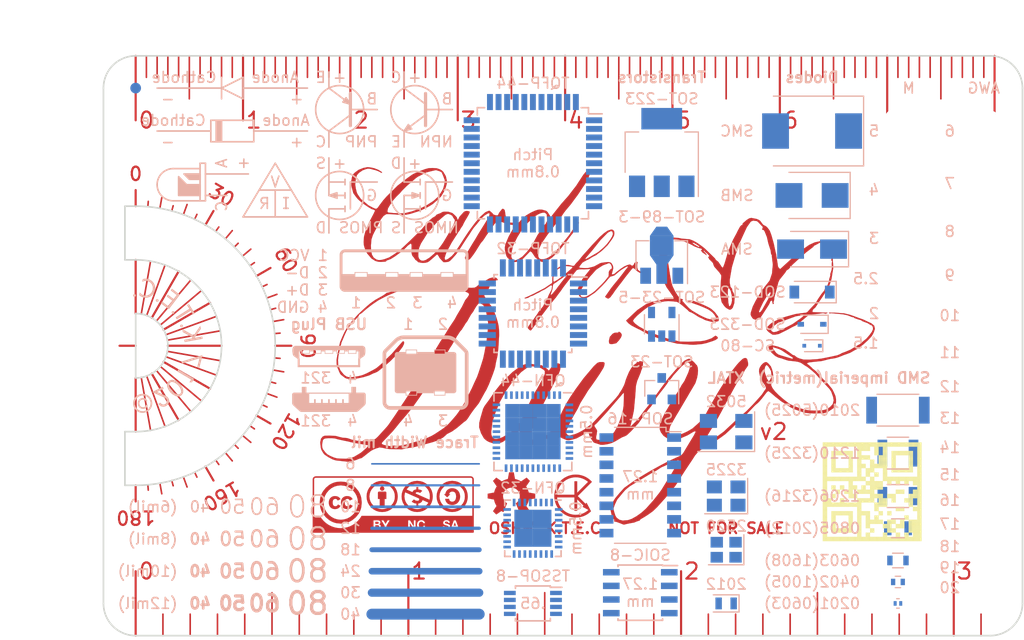
<source format=kicad_pcb>
(kicad_pcb (version 4) (host pcbnew 4.0.2-stable)
  (title_block (title "Daisy Card") (date 2017-08-18) (rev v2) (company K.T.E.C.))
  (layers (0 F.Cu signal) (31 B.Cu signal) (34 B.Paste user) (35 F.Paste user) (36 B.SilkS user) (37 F.SilkS user) (38 B.Mask user) (39 F.Mask user) (44 Edge.Cuts user))
  (net 0 "")
  (module Copyright_2017_KTEC (layer B.Cu) (at 36 57 90)
    (fp_text reference SYM13 hide)
    (fp_text value VAL** hide)
  )
  (module Housings_QFP:TQFP-32_7x7mm_Pitch0.8mm (layer B.Cu) (at 70 54 180)
    (fp_text reference TQFP-32 (at 0 6.05 180) (layer B.SilkS) (effects (justify mirror)))
    (fp_text value TQFP-32_7x7mm_Pitch0.8mm)
    (pad 1 smd rect (at -4.25 2.8 180) (size 1.6 0.55) (layers B.Cu B.Paste B.Mask))
    (pad 2 smd rect (at -4.25 2 180) (size 1.6 0.55) (layers B.Cu B.Paste B.Mask))
    (pad 3 smd rect (at -4.25 1.2 180) (size 1.6 0.55) (layers B.Cu B.Paste B.Mask))
    (pad 4 smd rect (at -4.25 0.4 180) (size 1.6 0.55) (layers B.Cu B.Paste B.Mask))
    (pad 5 smd rect (at -4.25 -0.4 180) (size 1.6 0.55) (layers B.Cu B.Paste B.Mask))
    (pad 6 smd rect (at -4.25 -1.2 180) (size 1.6 0.55) (layers B.Cu B.Paste B.Mask))
    (pad 7 smd rect (at -4.25 -2 180) (size 1.6 0.55) (layers B.Cu B.Paste B.Mask))
    (pad 8 smd rect (at -4.25 -2.8 180) (size 1.6 0.55) (layers B.Cu B.Paste B.Mask))
    (pad 9 smd rect (at -2.8 -4.25 90) (size 1.6 0.55) (layers B.Cu B.Paste B.Mask))
    (pad 10 smd rect (at -2 -4.25 90) (size 1.6 0.55) (layers B.Cu B.Paste B.Mask))
    (pad 11 smd rect (at -1.2 -4.25 90) (size 1.6 0.55) (layers B.Cu B.Paste B.Mask))
    (pad 12 smd rect (at -0.4 -4.25 90) (size 1.6 0.55) (layers B.Cu B.Paste B.Mask))
    (pad 13 smd rect (at 0.4 -4.25 90) (size 1.6 0.55) (layers B.Cu B.Paste B.Mask))
    (pad 14 smd rect (at 1.2 -4.25 90) (size 1.6 0.55) (layers B.Cu B.Paste B.Mask))
    (pad 15 smd rect (at 2 -4.25 90) (size 1.6 0.55) (layers B.Cu B.Paste B.Mask))
    (pad 16 smd rect (at 2.8 -4.25 90) (size 1.6 0.55) (layers B.Cu B.Paste B.Mask))
    (pad 17 smd rect (at 4.25 -2.8 180) (size 1.6 0.55) (layers B.Cu B.Paste B.Mask))
    (pad 18 smd rect (at 4.25 -2 180) (size 1.6 0.55) (layers B.Cu B.Paste B.Mask))
    (pad 19 smd rect (at 4.25 -1.2 180) (size 1.6 0.55) (layers B.Cu B.Paste B.Mask))
    (pad 20 smd rect (at 4.25 -0.4 180) (size 1.6 0.55) (layers B.Cu B.Paste B.Mask))
    (pad 21 smd rect (at 4.25 0.4 180) (size 1.6 0.55) (layers B.Cu B.Paste B.Mask))
    (pad 22 smd rect (at 4.25 1.2 180) (size 1.6 0.55) (layers B.Cu B.Paste B.Mask))
    (pad 23 smd rect (at 4.25 2 180) (size 1.6 0.55) (layers B.Cu B.Paste B.Mask))
    (pad 24 smd rect (at 4.25 2.8 180) (size 1.6 0.55) (layers B.Cu B.Paste B.Mask))
    (pad 25 smd rect (at 2.8 4.25 90) (size 1.6 0.55) (layers B.Cu B.Paste B.Mask))
    (pad 26 smd rect (at 2 4.25 90) (size 1.6 0.55) (layers B.Cu B.Paste B.Mask))
    (pad 27 smd rect (at 1.2 4.25 90) (size 1.6 0.55) (layers B.Cu B.Paste B.Mask))
    (pad 28 smd rect (at 0.4 4.25 90) (size 1.6 0.55) (layers B.Cu B.Paste B.Mask))
    (pad 29 smd rect (at -0.4 4.25 90) (size 1.6 0.55) (layers B.Cu B.Paste B.Mask))
    (pad 30 smd rect (at -1.2 4.25 90) (size 1.6 0.55) (layers B.Cu B.Paste B.Mask))
    (pad 31 smd rect (at -2 4.25 90) (size 1.6 0.55) (layers B.Cu B.Paste B.Mask))
    (pad 32 smd rect (at -2.8 4.25 90) (size 1.6 0.55) (layers B.Cu B.Paste B.Mask))
  )
  (module measurement_scales:Trace_Width (layer B.Cu) (at 60 68 180)
    (fp_text reference GA6 hide)
    (fp_text value "" hide)
    (fp_text user "Trace Width mil" (at 1 2 180) (layer B.SilkS) (effects (font (thickness 0.2)) (justify mirror)))
    (fp_text user 40 (at 7 -14 180) (layer B.SilkS) (effects (justify mirror)))
    (fp_text user 30 (at 7 -12 180) (layer B.SilkS) (effects (justify mirror)))
    (fp_text user 24 (at 7 -10 180) (layer B.SilkS) (effects (justify mirror)))
    (fp_text user 18 (at 7 -8 180) (layer B.SilkS) (effects (justify mirror)))
    (fp_text user 12 (at 7 -6 180) (layer B.SilkS) (effects (justify mirror)))
    (fp_text user 10 (at 7 -4 180) (layer B.SilkS) (effects (justify mirror)))
    (fp_text user 8 (at 7 -2 180) (layer B.SilkS) (effects (justify mirror)))
    (fp_text user 6 (at 7 0 180) (layer B.SilkS) (effects (justify mirror)))
    (fp_line (start -5 -14) (end 5 -14) (layer B.Cu) (width 1.016))
    (fp_line (start -5 -12) (end 5 -12) (layer B.Cu) (width 0.762))
    (fp_line (start -5 -10) (end 5 -10) (layer B.Cu) (width 0.6096))
    (fp_line (start -5 -8) (end 5 -8) (layer B.Cu) (width 0.4572))
    (fp_line (start -5 -6) (end 5 -6) (layer B.Cu) (width 0.3048))
    (fp_line (start -5 -4) (end 5 -4) (layer B.Cu) (width 0.254))
    (fp_line (start -5 -2) (end 5 -2) (layer B.Cu) (width 0.2032))
    (fp_line (start -5 0) (end 5 0) (layer B.Cu) (width 0.1524))
  )
  (module Resistors_SMD:R_0201 (layer B.Cu) (at 104 81 180)
    (fp_text reference "0201(0603)" (at 8 0 180) (layer B.SilkS) (effects (justify mirror)))
    (fp_text value R_0201)
    (pad 1 smd rect (at -0.26 0 180) (size 0.28 0.43) (layers B.Cu B.Paste B.Mask))
    (pad 2 smd rect (at 0.26 0 180) (size 0.28 0.43) (layers B.Cu B.Paste B.Mask))
  )
  (module Resistors_SMD:R_0402 (layer B.Cu) (at 104 79 180)
    (fp_text reference "0402(1005)" (at 8 0 180) (layer B.SilkS) (effects (justify mirror)))
    (fp_text value R_0402)
    (pad 1 smd rect (at -0.45 0 180) (size 0.4 0.6) (layers B.Cu B.Paste B.Mask))
    (pad 2 smd rect (at 0.45 0 180) (size 0.4 0.6) (layers B.Cu B.Paste B.Mask))
  )
  (module Resistors_SMD:R_0603 (layer B.Cu) (at 104 77 180)
    (fp_text reference "0603(1608)" (at 8 0 180) (layer B.SilkS) (effects (justify mirror)))
    (fp_text value R_0603)
    (pad 1 smd rect (at -0.75 0 180) (size 0.5 0.9) (layers B.Cu B.Paste B.Mask))
    (pad 2 smd rect (at 0.75 0 180) (size 0.5 0.9) (layers B.Cu B.Paste B.Mask))
  )
  (module Resistors_SMD:R_0805 (layer B.Cu) (at 104 74 180)
    (fp_text reference "0805(2012)" (at 8 0 180) (layer B.SilkS) (effects (justify mirror)))
    (fp_text value R_0805)
    (pad 1 smd rect (at -0.95 0 180) (size 0.7 1.3) (layers B.Cu B.Paste B.Mask))
    (pad 2 smd rect (at 0.95 0 180) (size 0.7 1.3) (layers B.Cu B.Paste B.Mask))
  )
  (module Resistors_SMD:R_1206 (layer B.Cu) (at 104 71 180)
    (fp_text reference "1206(3216)" (at 8 0 180) (layer B.SilkS) (effects (justify mirror)))
    (fp_text value R_1206)
    (pad 1 smd rect (at -1.45 0 180) (size 0.9 1.7) (layers B.Cu B.Paste B.Mask))
    (pad 2 smd rect (at 1.45 0 180) (size 0.9 1.7) (layers B.Cu B.Paste B.Mask))
  )
  (module Resistors_SMD:R_1210 (layer B.Cu) (at 104 67 180)
    (fp_text reference "1210(3225)" (at 8 0 180) (layer B.SilkS) (effects (justify mirror)))
    (fp_text value R_1210)
    (pad 1 smd rect (at -1.45 0 180) (size 0.9 2.5) (layers B.Cu B.Paste B.Mask))
    (pad 2 smd rect (at 1.45 0 180) (size 0.9 2.5) (layers B.Cu B.Paste B.Mask))
  )
  (module Resistors_SMD:R_2010 (layer B.Cu) (at 104 63 180)
    (fp_text reference "2010(5025)" (at 8 0 180) (layer B.SilkS) (effects (justify mirror)))
    (fp_text value R_2010)
    (pad 1 smd rect (at -2.45 0 180) (size 1 2.5) (layers B.Cu B.Paste B.Mask))
    (pad 2 smd rect (at 2.45 0 180) (size 1 2.5) (layers B.Cu B.Paste B.Mask))
  )
  (module Diodes_SMD:D_SMA (layer B.Cu) (at 96 48 180)
    (fp_text reference SMA (at 7 0 180) (layer B.SilkS) (effects (justify mirror)))
    (fp_text value D_SMA)
    (pad 1 smd rect (at -2 0 180) (size 2.5 1.8) (layers B.Cu B.Paste B.Mask))
    (pad 2 smd rect (at 2 0 180) (size 2.5 1.8) (layers B.Cu B.Paste B.Mask))
  )
  (module Diodes_SMD:D_SMB (layer B.Cu) (at 96 43 180)
    (fp_text reference SMB (at 7 0 180) (layer B.SilkS) (effects (justify mirror)))
    (fp_text value D_SMB)
    (pad 1 smd rect (at -2.15 0 180) (size 2.5 2.3) (layers B.Cu B.Paste B.Mask))
    (pad 2 smd rect (at 2.15 0 180) (size 2.5 2.3) (layers B.Cu B.Paste B.Mask))
  )
  (module Diodes_SMD:D_SMC (layer B.Cu) (at 96 37 180)
    (fp_text reference SMC (at 7 0 180) (layer B.SilkS) (effects (justify mirror)))
    (fp_text value D_SMC)
    (pad 1 smd rect (at -3.4 0 90) (size 3.3 2.5) (layers B.Cu B.Paste B.Mask))
    (pad 2 smd rect (at 3.4 0 90) (size 3.3 2.5) (layers B.Cu B.Paste B.Mask))
  )
  (module Housings_SOIC:SOIC-8_3.9x4.9mm_Pitch1.27mm (layer B.Cu) (at 80 80 180)
    (fp_text reference SOIC-8 (at 0 3.5 180) (layer B.SilkS) (effects (justify mirror)))
    (fp_text value SOIC-8_3.9x4.9mm_Pitch1.27mm)
    (pad 1 smd rect (at -2.7 1.905 180) (size 1.55 0.6) (layers B.Cu B.Paste B.Mask))
    (pad 2 smd rect (at -2.7 0.635 180) (size 1.55 0.6) (layers B.Cu B.Paste B.Mask))
    (pad 3 smd rect (at -2.7 -0.635 180) (size 1.55 0.6) (layers B.Cu B.Paste B.Mask))
    (pad 4 smd rect (at -2.7 -1.905 180) (size 1.55 0.6) (layers B.Cu B.Paste B.Mask))
    (pad 5 smd rect (at 2.7 -1.905 180) (size 1.55 0.6) (layers B.Cu B.Paste B.Mask))
    (pad 6 smd rect (at 2.7 -0.635 180) (size 1.55 0.6) (layers B.Cu B.Paste B.Mask))
    (pad 7 smd rect (at 2.7 0.635 180) (size 1.55 0.6) (layers B.Cu B.Paste B.Mask))
    (pad 8 smd rect (at 2.7 1.905 180) (size 1.55 0.6) (layers B.Cu B.Paste B.Mask))
  )
  (module Housings_SSOP:TSSOP-8_3x3mm_Pitch0.65mm (layer B.Cu) (at 70 81 180)
    (fp_text reference TSSOP-8 (at 0 2.55 180) (layer B.SilkS) (effects (justify mirror)))
    (fp_text value TSSOP-8_3x3mm_Pitch0.65mm)
    (pad 1 smd rect (at -2.15 0.975 180) (size 1.1 0.4) (layers B.Cu B.Paste B.Mask))
    (pad 2 smd rect (at -2.15 0.325 180) (size 1.1 0.4) (layers B.Cu B.Paste B.Mask))
    (pad 3 smd rect (at -2.15 -0.325 180) (size 1.1 0.4) (layers B.Cu B.Paste B.Mask))
    (pad 4 smd rect (at -2.15 -0.975 180) (size 1.1 0.4) (layers B.Cu B.Paste B.Mask))
    (pad 5 smd rect (at 2.15 -0.975 180) (size 1.1 0.4) (layers B.Cu B.Paste B.Mask))
    (pad 6 smd rect (at 2.15 -0.325 180) (size 1.1 0.4) (layers B.Cu B.Paste B.Mask))
    (pad 7 smd rect (at 2.15 0.325 180) (size 1.1 0.4) (layers B.Cu B.Paste B.Mask))
    (pad 8 smd rect (at 2.15 0.975 180) (size 1.1 0.4) (layers B.Cu B.Paste B.Mask))
  )
  (module Housings_DFN_QFN:QFN-44-1EP_7x7mm_Pitch0.5mm (layer B.Cu) (at 70 65 180)
    (fp_text reference QFN-44 (at 0 4.75 180) (layer B.SilkS) (effects (justify mirror)))
    (fp_text value QFN-44-1EP_7x7mm_Pitch0.5mm)
    (pad 1 smd rect (at -3.4 2.5 180) (size 0.7 0.25) (layers B.Cu B.Paste B.Mask))
    (pad 2 smd rect (at -3.4 2 180) (size 0.7 0.25) (layers B.Cu B.Paste B.Mask))
    (pad 3 smd rect (at -3.4 1.5 180) (size 0.7 0.25) (layers B.Cu B.Paste B.Mask))
    (pad 4 smd rect (at -3.4 1 180) (size 0.7 0.25) (layers B.Cu B.Paste B.Mask))
    (pad 5 smd rect (at -3.4 0.5 180) (size 0.7 0.25) (layers B.Cu B.Paste B.Mask))
    (pad 6 smd rect (at -3.4 0 180) (size 0.7 0.25) (layers B.Cu B.Paste B.Mask))
    (pad 7 smd rect (at -3.4 -0.5 180) (size 0.7 0.25) (layers B.Cu B.Paste B.Mask))
    (pad 8 smd rect (at -3.4 -1 180) (size 0.7 0.25) (layers B.Cu B.Paste B.Mask))
    (pad 9 smd rect (at -3.4 -1.5 180) (size 0.7 0.25) (layers B.Cu B.Paste B.Mask))
    (pad 10 smd rect (at -3.4 -2 180) (size 0.7 0.25) (layers B.Cu B.Paste B.Mask))
    (pad 11 smd rect (at -3.4 -2.5 180) (size 0.7 0.25) (layers B.Cu B.Paste B.Mask))
    (pad 12 smd rect (at -2.5 -3.4 90) (size 0.7 0.25) (layers B.Cu B.Paste B.Mask))
    (pad 13 smd rect (at -2 -3.4 90) (size 0.7 0.25) (layers B.Cu B.Paste B.Mask))
    (pad 14 smd rect (at -1.5 -3.4 90) (size 0.7 0.25) (layers B.Cu B.Paste B.Mask))
    (pad 15 smd rect (at -1 -3.4 90) (size 0.7 0.25) (layers B.Cu B.Paste B.Mask))
    (pad 16 smd rect (at -0.5 -3.4 90) (size 0.7 0.25) (layers B.Cu B.Paste B.Mask))
    (pad 17 smd rect (at 0 -3.4 90) (size 0.7 0.25) (layers B.Cu B.Paste B.Mask))
    (pad 18 smd rect (at 0.5 -3.4 90) (size 0.7 0.25) (layers B.Cu B.Paste B.Mask))
    (pad 19 smd rect (at 1 -3.4 90) (size 0.7 0.25) (layers B.Cu B.Paste B.Mask))
    (pad 20 smd rect (at 1.5 -3.4 90) (size 0.7 0.25) (layers B.Cu B.Paste B.Mask))
    (pad 21 smd rect (at 2 -3.4 90) (size 0.7 0.25) (layers B.Cu B.Paste B.Mask))
    (pad 22 smd rect (at 2.5 -3.4 90) (size 0.7 0.25) (layers B.Cu B.Paste B.Mask))
    (pad 23 smd rect (at 3.4 -2.5 180) (size 0.7 0.25) (layers B.Cu B.Paste B.Mask))
    (pad 24 smd rect (at 3.4 -2 180) (size 0.7 0.25) (layers B.Cu B.Paste B.Mask))
    (pad 25 smd rect (at 3.4 -1.5 180) (size 0.7 0.25) (layers B.Cu B.Paste B.Mask))
    (pad 26 smd rect (at 3.4 -1 180) (size 0.7 0.25) (layers B.Cu B.Paste B.Mask))
    (pad 27 smd rect (at 3.4 -0.5 180) (size 0.7 0.25) (layers B.Cu B.Paste B.Mask))
    (pad 28 smd rect (at 3.4 0 180) (size 0.7 0.25) (layers B.Cu B.Paste B.Mask))
    (pad 29 smd rect (at 3.4 0.5 180) (size 0.7 0.25) (layers B.Cu B.Paste B.Mask))
    (pad 30 smd rect (at 3.4 1 180) (size 0.7 0.25) (layers B.Cu B.Paste B.Mask))
    (pad 31 smd rect (at 3.4 1.5 180) (size 0.7 0.25) (layers B.Cu B.Paste B.Mask))
    (pad 32 smd rect (at 3.4 2 180) (size 0.7 0.25) (layers B.Cu B.Paste B.Mask))
    (pad 33 smd rect (at 3.4 2.5 180) (size 0.7 0.25) (layers B.Cu B.Paste B.Mask))
    (pad 34 smd rect (at 2.5 3.4 90) (size 0.7 0.25) (layers B.Cu B.Paste B.Mask))
    (pad 35 smd rect (at 2 3.4 90) (size 0.7 0.25) (layers B.Cu B.Paste B.Mask))
    (pad 36 smd rect (at 1.5 3.4 90) (size 0.7 0.25) (layers B.Cu B.Paste B.Mask))
    (pad 37 smd rect (at 1 3.4 90) (size 0.7 0.25) (layers B.Cu B.Paste B.Mask))
    (pad 38 smd rect (at 0.5 3.4 90) (size 0.7 0.25) (layers B.Cu B.Paste B.Mask))
    (pad 39 smd rect (at 0 3.4 90) (size 0.7 0.25) (layers B.Cu B.Paste B.Mask))
    (pad 40 smd rect (at -0.5 3.4 90) (size 0.7 0.25) (layers B.Cu B.Paste B.Mask))
    (pad 41 smd rect (at -1 3.4 90) (size 0.7 0.25) (layers B.Cu B.Paste B.Mask))
    (pad 42 smd rect (at -1.5 3.4 90) (size 0.7 0.25) (layers B.Cu B.Paste B.Mask))
    (pad 43 smd rect (at -2 3.4 90) (size 0.7 0.25) (layers B.Cu B.Paste B.Mask))
    (pad 44 smd rect (at -2.5 3.4 90) (size 0.7 0.25) (layers B.Cu B.Paste B.Mask))
    (pad 45 smd rect (at 1.93125 -1.93125 180) (size 1.2875 1.2875) (layers B.Cu B.Paste B.Mask))
    (pad 45 smd rect (at 1.93125 -0.64375 180) (size 1.2875 1.2875) (layers B.Cu B.Paste B.Mask))
    (pad 45 smd rect (at 1.93125 0.64375 180) (size 1.2875 1.2875) (layers B.Cu B.Paste B.Mask))
    (pad 45 smd rect (at 1.93125 1.93125 180) (size 1.2875 1.2875) (layers B.Cu B.Paste B.Mask))
    (pad 45 smd rect (at 0.64375 -1.93125 180) (size 1.2875 1.2875) (layers B.Cu B.Paste B.Mask))
    (pad 45 smd rect (at 0.64375 -0.64375 180) (size 1.2875 1.2875) (layers B.Cu B.Paste B.Mask))
    (pad 45 smd rect (at 0.64375 0.64375 180) (size 1.2875 1.2875) (layers B.Cu B.Paste B.Mask))
    (pad 45 smd rect (at 0.64375 1.93125 180) (size 1.2875 1.2875) (layers B.Cu B.Paste B.Mask))
    (pad 45 smd rect (at -0.64375 -1.93125 180) (size 1.2875 1.2875) (layers B.Cu B.Paste B.Mask))
    (pad 45 smd rect (at -0.64375 -0.64375 180) (size 1.2875 1.2875) (layers B.Cu B.Paste B.Mask))
    (pad 45 smd rect (at -0.64375 0.64375 180) (size 1.2875 1.2875) (layers B.Cu B.Paste B.Mask))
    (pad 45 smd rect (at -0.64375 1.93125 180) (size 1.2875 1.2875) (layers B.Cu B.Paste B.Mask))
    (pad 45 smd rect (at -1.93125 -1.93125 180) (size 1.2875 1.2875) (layers B.Cu B.Paste B.Mask))
    (pad 45 smd rect (at -1.93125 -0.64375 180) (size 1.2875 1.2875) (layers B.Cu B.Paste B.Mask))
    (pad 45 smd rect (at -1.93125 0.64375 180) (size 1.2875 1.2875) (layers B.Cu B.Paste B.Mask))
    (pad 45 smd rect (at -1.93125 1.93125 180) (size 1.2875 1.2875) (layers B.Cu B.Paste B.Mask))
  )
  (module Crystals:Crystal_SMD_5032-4pin_5.0x3.2mm (layer B.Cu) (at 88 65 180)
    (fp_text reference 5032 (at 0 2.8 180) (layer B.SilkS) (effects (justify mirror)))
    (fp_text value Crystal_SMD_5032-4pin_5.0x3.2mm)
    (pad 1 smd rect (at -1.65 -1 180) (size 1.6 1.3) (layers B.Cu B.Paste B.Mask))
    (pad 2 smd rect (at 1.65 -1 180) (size 1.6 1.3) (layers B.Cu B.Paste B.Mask))
    (pad 3 smd rect (at 1.65 1 180) (size 1.6 1.3) (layers B.Cu B.Paste B.Mask))
    (pad 4 smd rect (at -1.65 1 180) (size 1.6 1.3) (layers B.Cu B.Paste B.Mask))
  )
  (module Crystals:Crystal_SMD_3225-4pin_3.2x2.5mm (layer B.Cu) (at 88 71 180)
    (fp_text reference 3225 (at 0 2.45 180) (layer B.SilkS) (effects (justify mirror)))
    (fp_text value Crystal_SMD_3225-4pin_3.2x2.5mm)
    (pad 1 smd rect (at -1.1 -0.85 180) (size 1.4 1.2) (layers B.Cu B.Paste B.Mask))
    (pad 2 smd rect (at 1.1 -0.85 180) (size 1.4 1.2) (layers B.Cu B.Paste B.Mask))
    (pad 3 smd rect (at 1.1 0.85 180) (size 1.4 1.2) (layers B.Cu B.Paste B.Mask))
    (pad 4 smd rect (at -1.1 0.85 180) (size 1.4 1.2) (layers B.Cu B.Paste B.Mask))
  )
  (module Crystals:Crystal_SMD_2520-4pin_2.5x2.0mm (layer B.Cu) (at 88 76 180)
    (fp_text reference 2520 (at 0 2.2 180) (layer B.SilkS) (effects (justify mirror)))
    (fp_text value Crystal_SMD_2520-4pin_2.5x2.0mm)
    (pad 1 smd rect (at -0.875 -0.7 180) (size 1.15 1) (layers B.Cu B.Paste B.Mask))
    (pad 2 smd rect (at 0.875 -0.7 180) (size 1.15 1) (layers B.Cu B.Paste B.Mask))
    (pad 3 smd rect (at 0.875 0.7 180) (size 1.15 1) (layers B.Cu B.Paste B.Mask))
    (pad 4 smd rect (at -0.875 0.7 180) (size 1.15 1) (layers B.Cu B.Paste B.Mask))
  )
  (module Diodes_SMD:D_SOD-323 (layer B.Cu) (at 96 55 180)
    (fp_text reference SOD-323 (at 6 0 180) (layer B.SilkS) (effects (justify mirror)))
    (fp_text value D_SOD-323)
    (pad 1 smd rect (at -1.05 0 180) (size 0.6 0.45) (layers B.Cu B.Paste B.Mask))
    (pad 2 smd rect (at 1.05 0 180) (size 0.6 0.45) (layers B.Cu B.Paste B.Mask))
  )
  (module Diodes_SMD:D_SC-80 (layer B.Cu) (at 96 57 180)
    (fp_text reference SC-80 (at 6 0 180) (layer B.SilkS) (effects (justify mirror)))
    (fp_text value D_SC-80)
    (pad 2 smd rect (at 0.725 0 180) (size 0.35 0.35) (layers B.Cu B.Paste B.Mask))
    (pad 1 smd rect (at -0.725 0 180) (size 0.35 0.35) (layers B.Cu B.Paste B.Mask))
  )
  (module Diodes_SMD:D_SOD-123 (layer B.Cu) (at 96 52 180)
    (fp_text reference SOD-123 (at 6 0 180) (layer B.SilkS) (effects (justify mirror)))
    (fp_text value D_SOD-123)
    (pad 1 smd rect (at -1.65 0 180) (size 0.9 1.2) (layers B.Cu B.Paste B.Mask))
    (pad 2 smd rect (at 1.65 0 180) (size 0.9 1.2) (layers B.Cu B.Paste B.Mask))
  )
  (module Crystals:Crystal_SMD_2012-2pin_2.0x1.2mm (layer B.Cu) (at 88 81 180)
    (fp_text reference 2012 (at 0 1.8 180) (layer B.SilkS) (effects (justify mirror)))
    (fp_text value Crystal_SMD_2012-2pin_2.0x1.2mm)
    (pad 1 smd rect (at -0.7 0 180) (size 0.6 1.1) (layers B.Cu B.Paste B.Mask))
    (pad 2 smd rect (at 0.7 0 180) (size 0.6 1.1) (layers B.Cu B.Paste B.Mask))
  )
  (module TO_SOT_Packages_SMD:SOT-89-3 (layer B.Cu) (at 82 49 90)
    (fp_text reference SOT-89-3 (at 4 0 180) (layer B.SilkS) (effects (justify mirror)))
    (fp_text value SOT-89-3)
    (pad 2 smd trapezoid (at 2.667 0 180) (size 1.6 0.85) (rect_delta 0 -0.6) (layers B.Cu B.Paste B.Mask))
    (pad 1 smd rect (at -1.48 1.5 180) (size 1 1.5) (layers B.Cu B.Paste B.Mask))
    (pad 2 smd rect (at -1.3335 0 180) (size 1 1.8) (layers B.Cu B.Paste B.Mask))
    (pad 3 smd rect (at -1.48 -1.5 180) (size 1 1.5) (layers B.Cu B.Paste B.Mask))
    (pad 2 smd rect (at 1.3335 0 180) (size 2.2 1.84) (layers B.Cu B.Paste B.Mask))
    (pad 2 smd trapezoid (at -0.0762 0) (size 1.5 1) (rect_delta 0 -0.7) (layers B.Cu B.Paste B.Mask))
  )
  (module TO_SOT_Packages_SMD:SOT-23 (layer B.Cu) (at 82 61 90)
    (fp_text reference SOT-23 (at 2.5 0 180) (layer B.SilkS) (effects (justify mirror)))
    (fp_text value SOT-23)
    (pad 1 smd rect (at -1 0.95 90) (size 0.9 0.8) (layers B.Cu B.Paste B.Mask))
    (pad 2 smd rect (at -1 -0.95 90) (size 0.9 0.8) (layers B.Cu B.Paste B.Mask))
    (pad 3 smd rect (at 1 0 90) (size 0.9 0.8) (layers B.Cu B.Paste B.Mask))
  )
  (module TO_SOT_Packages_SMD:SOT-23-5 (layer B.Cu) (at 82 55 90)
    (fp_text reference SOT-23-5 (at 2.5 0 180) (layer B.SilkS) (effects (justify mirror)))
    (fp_text value SOT-23-5)
    (pad 1 smd rect (at -1.1 0.95 90) (size 1.06 0.65) (layers B.Cu B.Paste B.Mask))
    (pad 2 smd rect (at -1.1 0 90) (size 1.06 0.65) (layers B.Cu B.Paste B.Mask))
    (pad 3 smd rect (at -1.1 -0.95 90) (size 1.06 0.65) (layers B.Cu B.Paste B.Mask))
    (pad 4 smd rect (at 1.1 -0.95 90) (size 1.06 0.65) (layers B.Cu B.Paste B.Mask))
    (pad 5 smd rect (at 1.1 0.95 90) (size 1.06 0.65) (layers B.Cu B.Paste B.Mask))
  )
  (module Housings_DFN_QFN:QFN-32-1EP_5x5mm_Pitch0.5mm (layer B.Cu) (at 70 74 180)
    (fp_text reference QFN-32 (at 0 3.75 180) (layer B.SilkS) (effects (justify mirror)))
    (fp_text value QFN-32-1EP_5x5mm_Pitch0.5mm)
    (pad 1 smd rect (at -2.4 1.75 180) (size 0.7 0.25) (layers B.Cu B.Paste B.Mask))
    (pad 2 smd rect (at -2.4 1.25 180) (size 0.7 0.25) (layers B.Cu B.Paste B.Mask))
    (pad 3 smd rect (at -2.4 0.75 180) (size 0.7 0.25) (layers B.Cu B.Paste B.Mask))
    (pad 4 smd rect (at -2.4 0.25 180) (size 0.7 0.25) (layers B.Cu B.Paste B.Mask))
    (pad 5 smd rect (at -2.4 -0.25 180) (size 0.7 0.25) (layers B.Cu B.Paste B.Mask))
    (pad 6 smd rect (at -2.4 -0.75 180) (size 0.7 0.25) (layers B.Cu B.Paste B.Mask))
    (pad 7 smd rect (at -2.4 -1.25 180) (size 0.7 0.25) (layers B.Cu B.Paste B.Mask))
    (pad 8 smd rect (at -2.4 -1.75 180) (size 0.7 0.25) (layers B.Cu B.Paste B.Mask))
    (pad 9 smd rect (at -1.75 -2.4 90) (size 0.7 0.25) (layers B.Cu B.Paste B.Mask))
    (pad 10 smd rect (at -1.25 -2.4 90) (size 0.7 0.25) (layers B.Cu B.Paste B.Mask))
    (pad 11 smd rect (at -0.75 -2.4 90) (size 0.7 0.25) (layers B.Cu B.Paste B.Mask))
    (pad 12 smd rect (at -0.25 -2.4 90) (size 0.7 0.25) (layers B.Cu B.Paste B.Mask))
    (pad 13 smd rect (at 0.25 -2.4 90) (size 0.7 0.25) (layers B.Cu B.Paste B.Mask))
    (pad 14 smd rect (at 0.75 -2.4 90) (size 0.7 0.25) (layers B.Cu B.Paste B.Mask))
    (pad 15 smd rect (at 1.25 -2.4 90) (size 0.7 0.25) (layers B.Cu B.Paste B.Mask))
    (pad 16 smd rect (at 1.75 -2.4 90) (size 0.7 0.25) (layers B.Cu B.Paste B.Mask))
    (pad 17 smd rect (at 2.4 -1.75 180) (size 0.7 0.25) (layers B.Cu B.Paste B.Mask))
    (pad 18 smd rect (at 2.4 -1.25 180) (size 0.7 0.25) (layers B.Cu B.Paste B.Mask))
    (pad 19 smd rect (at 2.4 -0.75 180) (size 0.7 0.25) (layers B.Cu B.Paste B.Mask))
    (pad 20 smd rect (at 2.4 -0.25 180) (size 0.7 0.25) (layers B.Cu B.Paste B.Mask))
    (pad 21 smd rect (at 2.4 0.25 180) (size 0.7 0.25) (layers B.Cu B.Paste B.Mask))
    (pad 22 smd rect (at 2.4 0.75 180) (size 0.7 0.25) (layers B.Cu B.Paste B.Mask))
    (pad 23 smd rect (at 2.4 1.25 180) (size 0.7 0.25) (layers B.Cu B.Paste B.Mask))
    (pad 24 smd rect (at 2.4 1.75 180) (size 0.7 0.25) (layers B.Cu B.Paste B.Mask))
    (pad 25 smd rect (at 1.75 2.4 90) (size 0.7 0.25) (layers B.Cu B.Paste B.Mask))
    (pad 26 smd rect (at 1.25 2.4 90) (size 0.7 0.25) (layers B.Cu B.Paste B.Mask))
    (pad 27 smd rect (at 0.75 2.4 90) (size 0.7 0.25) (layers B.Cu B.Paste B.Mask))
    (pad 28 smd rect (at 0.25 2.4 90) (size 0.7 0.25) (layers B.Cu B.Paste B.Mask))
    (pad 29 smd rect (at -0.25 2.4 90) (size 0.7 0.25) (layers B.Cu B.Paste B.Mask))
    (pad 30 smd rect (at -0.75 2.4 90) (size 0.7 0.25) (layers B.Cu B.Paste B.Mask))
    (pad 31 smd rect (at -1.25 2.4 90) (size 0.7 0.25) (layers B.Cu B.Paste B.Mask))
    (pad 32 smd rect (at -1.75 2.4 90) (size 0.7 0.25) (layers B.Cu B.Paste B.Mask))
    (pad 33 smd rect (at 0.8625 -0.8625 180) (size 1.725 1.725) (layers B.Cu B.Paste B.Mask))
    (pad 33 smd rect (at 0.8625 0.8625 180) (size 1.725 1.725) (layers B.Cu B.Paste B.Mask))
    (pad 33 smd rect (at -0.8625 -0.8625 180) (size 1.725 1.725) (layers B.Cu B.Paste B.Mask))
    (pad 33 smd rect (at -0.8625 0.8625 180) (size 1.725 1.725) (layers B.Cu B.Paste B.Mask))
  )
  (module Housings_SSOP:SOP-16_4.4x10.4mm_Pitch1.27mm (layer B.Cu) (at 80 70 180)
    (fp_text reference SOP-16 (at 0 6.2 180) (layer B.SilkS) (effects (justify mirror)))
    (fp_text value SOP-16_4.4x10.4mm_Pitch1.27mm)
    (pad 1 smd rect (at -3.15 4.45 180) (size 1.3 0.8) (layers B.Cu B.Paste B.Mask))
    (pad 2 smd rect (at -3.15 3.17 180) (size 1.3 0.8) (layers B.Cu B.Paste B.Mask))
    (pad 3 smd rect (at -3.15 1.91 180) (size 1.3 0.8) (layers B.Cu B.Paste B.Mask))
    (pad 4 smd rect (at -3.15 0.64 180) (size 1.3 0.8) (layers B.Cu B.Paste B.Mask))
    (pad 5 smd rect (at -3.15 -0.64 180) (size 1.3 0.8) (layers B.Cu B.Paste B.Mask))
    (pad 6 smd rect (at -3.15 -1.91 180) (size 1.3 0.8) (layers B.Cu B.Paste B.Mask))
    (pad 7 smd rect (at -3.15 -3.17 180) (size 1.3 0.8) (layers B.Cu B.Paste B.Mask))
    (pad 8 smd rect (at -3.15 -4.45 180) (size 1.3 0.8) (layers B.Cu B.Paste B.Mask))
    (pad 9 smd rect (at 3.15 -4.45 180) (size 1.3 0.8) (layers B.Cu B.Paste B.Mask))
    (pad 10 smd rect (at 3.15 -3.17 180) (size 1.3 0.8) (layers B.Cu B.Paste B.Mask))
    (pad 11 smd rect (at 3.15 -1.91 180) (size 1.3 0.8) (layers B.Cu B.Paste B.Mask))
    (pad 12 smd rect (at 3.15 -0.64 180) (size 1.3 0.8) (layers B.Cu B.Paste B.Mask))
    (pad 13 smd rect (at 3.15 0.64 180) (size 1.3 0.8) (layers B.Cu B.Paste B.Mask))
    (pad 14 smd rect (at 3.15 1.91 180) (size 1.3 0.8) (layers B.Cu B.Paste B.Mask))
    (pad 15 smd rect (at 3.15 3.17 180) (size 1.3 0.8) (layers B.Cu B.Paste B.Mask))
    (pad 16 smd rect (at 3.15 4.45 180) (size 1.3 0.8) (layers B.Cu B.Paste B.Mask))
  )
  (module Housings_QFP:TQFP-44_10x10mm_Pitch0.8mm (layer B.Cu) (at 70 40 180)
    (fp_text reference TQFP-44 (at 0 7.45 180) (layer B.SilkS) (effects (justify mirror)))
    (fp_text value TQFP-44_10x10mm_Pitch0.8mm)
    (pad 1 smd rect (at -5.7 4 180) (size 1.5 0.55) (layers B.Cu B.Paste B.Mask))
    (pad 2 smd rect (at -5.7 3.2 180) (size 1.5 0.55) (layers B.Cu B.Paste B.Mask))
    (pad 3 smd rect (at -5.7 2.4 180) (size 1.5 0.55) (layers B.Cu B.Paste B.Mask))
    (pad 4 smd rect (at -5.7 1.6 180) (size 1.5 0.55) (layers B.Cu B.Paste B.Mask))
    (pad 5 smd rect (at -5.7 0.8 180) (size 1.5 0.55) (layers B.Cu B.Paste B.Mask))
    (pad 6 smd rect (at -5.7 0 180) (size 1.5 0.55) (layers B.Cu B.Paste B.Mask))
    (pad 7 smd rect (at -5.7 -0.8 180) (size 1.5 0.55) (layers B.Cu B.Paste B.Mask))
    (pad 8 smd rect (at -5.7 -1.6 180) (size 1.5 0.55) (layers B.Cu B.Paste B.Mask))
    (pad 9 smd rect (at -5.7 -2.4 180) (size 1.5 0.55) (layers B.Cu B.Paste B.Mask))
    (pad 10 smd rect (at -5.7 -3.2 180) (size 1.5 0.55) (layers B.Cu B.Paste B.Mask))
    (pad 11 smd rect (at -5.7 -4 180) (size 1.5 0.55) (layers B.Cu B.Paste B.Mask))
    (pad 12 smd rect (at -4 -5.7 90) (size 1.5 0.55) (layers B.Cu B.Paste B.Mask))
    (pad 13 smd rect (at -3.2 -5.7 90) (size 1.5 0.55) (layers B.Cu B.Paste B.Mask))
    (pad 14 smd rect (at -2.4 -5.7 90) (size 1.5 0.55) (layers B.Cu B.Paste B.Mask))
    (pad 15 smd rect (at -1.6 -5.7 90) (size 1.5 0.55) (layers B.Cu B.Paste B.Mask))
    (pad 16 smd rect (at -0.8 -5.7 90) (size 1.5 0.55) (layers B.Cu B.Paste B.Mask))
    (pad 17 smd rect (at 0 -5.7 90) (size 1.5 0.55) (layers B.Cu B.Paste B.Mask))
    (pad 18 smd rect (at 0.8 -5.7 90) (size 1.5 0.55) (layers B.Cu B.Paste B.Mask))
    (pad 19 smd rect (at 1.6 -5.7 90) (size 1.5 0.55) (layers B.Cu B.Paste B.Mask))
    (pad 20 smd rect (at 2.4 -5.7 90) (size 1.5 0.55) (layers B.Cu B.Paste B.Mask))
    (pad 21 smd rect (at 3.2 -5.7 90) (size 1.5 0.55) (layers B.Cu B.Paste B.Mask))
    (pad 22 smd rect (at 4 -5.7 90) (size 1.5 0.55) (layers B.Cu B.Paste B.Mask))
    (pad 23 smd rect (at 5.7 -4 180) (size 1.5 0.55) (layers B.Cu B.Paste B.Mask))
    (pad 24 smd rect (at 5.7 -3.2 180) (size 1.5 0.55) (layers B.Cu B.Paste B.Mask))
    (pad 25 smd rect (at 5.7 -2.4 180) (size 1.5 0.55) (layers B.Cu B.Paste B.Mask))
    (pad 26 smd rect (at 5.7 -1.6 180) (size 1.5 0.55) (layers B.Cu B.Paste B.Mask))
    (pad 27 smd rect (at 5.7 -0.8 180) (size 1.5 0.55) (layers B.Cu B.Paste B.Mask))
    (pad 28 smd rect (at 5.7 0 180) (size 1.5 0.55) (layers B.Cu B.Paste B.Mask))
    (pad 29 smd rect (at 5.7 0.8 180) (size 1.5 0.55) (layers B.Cu B.Paste B.Mask))
    (pad 30 smd rect (at 5.7 1.6 180) (size 1.5 0.55) (layers B.Cu B.Paste B.Mask))
    (pad 31 smd rect (at 5.7 2.4 180) (size 1.5 0.55) (layers B.Cu B.Paste B.Mask))
    (pad 32 smd rect (at 5.7 3.2 180) (size 1.5 0.55) (layers B.Cu B.Paste B.Mask))
    (pad 33 smd rect (at 5.7 4 180) (size 1.5 0.55) (layers B.Cu B.Paste B.Mask))
    (pad 34 smd rect (at 4 5.7 90) (size 1.5 0.55) (layers B.Cu B.Paste B.Mask))
    (pad 35 smd rect (at 3.2 5.7 90) (size 1.5 0.55) (layers B.Cu B.Paste B.Mask))
    (pad 36 smd rect (at 2.4 5.7 90) (size 1.5 0.55) (layers B.Cu B.Paste B.Mask))
    (pad 37 smd rect (at 1.6 5.7 90) (size 1.5 0.55) (layers B.Cu B.Paste B.Mask))
    (pad 38 smd rect (at 0.8 5.7 90) (size 1.5 0.55) (layers B.Cu B.Paste B.Mask))
    (pad 39 smd rect (at 0 5.7 90) (size 1.5 0.55) (layers B.Cu B.Paste B.Mask))
    (pad 40 smd rect (at -0.8 5.7 90) (size 1.5 0.55) (layers B.Cu B.Paste B.Mask))
    (pad 41 smd rect (at -1.6 5.7 90) (size 1.5 0.55) (layers B.Cu B.Paste B.Mask))
    (pad 42 smd rect (at -2.4 5.7 90) (size 1.5 0.55) (layers B.Cu B.Paste B.Mask))
    (pad 43 smd rect (at -3.2 5.7 90) (size 1.5 0.55) (layers B.Cu B.Paste B.Mask))
    (pad 44 smd rect (at -4 5.7 90) (size 1.5 0.55) (layers B.Cu B.Paste B.Mask))
  )
  (module TO_SOT_Packages_SMD:SOT-223 (layer B.Cu) (at 82 39 90)
    (fp_text reference SOT-223 (at 5 0 360) (layer B.SilkS) (effects (justify mirror)))
    (fp_text value SOT-223)
    (pad 4 smd rect (at 3.15 0 90) (size 2 3.8) (layers B.Cu B.Paste B.Mask))
    (pad 2 smd rect (at -3.15 0 90) (size 2 1.5) (layers B.Cu B.Paste B.Mask))
    (pad 3 smd rect (at -3.15 -2.3 90) (size 2 1.5) (layers B.Cu B.Paste B.Mask))
    (pad 1 smd rect (at -3.15 2.3 90) (size 2 1.5) (layers B.Cu B.Paste B.Mask))
  )
  (module Fiducials:Fiducial_1mm_Dia_2.54mm_Outer_CopperBottom (layer F.Cu) (at 33 33)
    (fp_text reference FD1 hide)
    (fp_text value Fiducial_1mm_Dia_2.54mm_Outer_CopperBottom hide)
    (pad ~ smd circle (at 0 0) (size 1 1) (layers B.Cu B.Mask) (clearance 0.77))
  )
  (module symbols:NPN (layer B.Cu) (at 59 35 180)
    (fp_text reference SYM1 hide)
    (fp_text value NPN (at -2 -3 180) (layer B.SilkS) (effects (justify mirror)))
    (fp_text user + (at 0 3 180) (layer B.SilkS) (effects (justify mirror)))
    (fp_text user B (at -3 1 180) (layer B.SilkS) (effects (justify mirror)))
    (fp_text user E (at 1.75 -3 180) (layer B.SilkS) (effects (justify mirror)))
    (fp_text user C (at 1.75 3 180) (layer B.SilkS) (effects (justify mirror)))
  )
  (module symbols:PNP (layer B.Cu) (at 52 35 180)
    (fp_text reference SYM2 hide)
    (fp_text value PNP (at -2 -3 180) (layer B.SilkS) (effects (justify mirror)))
    (fp_text user + (at 0 3 180) (layer B.SilkS) (effects (justify mirror)))
    (fp_text user B (at -3 1 180) (layer B.SilkS) (effects (justify mirror)))
    (fp_text user C (at 1.75 -3 180) (layer B.SilkS) (effects (justify mirror)))
    (fp_text user E (at 1.75 3 180) (layer B.SilkS) (effects (justify mirror)))
  )
  (module symbols:NMOS (layer B.Cu) (at 59 43 180)
    (fp_text reference SYM3 hide)
    (fp_text value NMOS (at -2 -3 180) (layer B.SilkS) (effects (justify mirror)))
    (fp_text user + (at 0 3 180) (layer B.SilkS) (effects (justify mirror)))
    (fp_text user G (at -3 0 180) (layer B.SilkS) (effects (justify mirror)))
    (fp_text user S (at 1.75 -3 180) (layer B.SilkS) (effects (justify mirror)))
    (fp_text user D (at 1.75 3 180) (layer B.SilkS) (effects (justify mirror)))
  )
  (module symbols:PMOS (layer B.Cu) (at 52 43 180)
    (fp_text reference SYM4 hide)
    (fp_text value PMOS (at -2 -3 180) (layer B.SilkS) (effects (justify mirror)))
    (fp_text user + (at 0 3 180) (layer B.SilkS) (effects (justify mirror)))
    (fp_text user G (at -3 0 180) (layer B.SilkS) (effects (justify mirror)))
    (fp_text user D (at 1.75 -3 180) (layer B.SilkS) (effects (justify mirror)))
    (fp_text user S (at 1.75 3 180) (layer B.SilkS) (effects (justify mirror)))
  )
  (module symbols:Ohm_s_Law_Triangle (layer B.Cu) (at 46 45 180)
    (fp_text reference SYM12 hide)
    (fp_text value "Ohm's Law" hide)
    (fp_text user R (at 1 1.25 180) (layer B.SilkS) (effects (justify mirror)))
    (fp_text user I (at -1 1.25 180) (layer B.SilkS) (effects (justify mirror)))
    (fp_text user V (at 0 3.25 180) (layer B.SilkS) (effects (justify mirror)))
  )
  (module symbols:LED (layer B.Cu) (at 39 42 270)
    (fp_text reference SYM7 hide)
    (fp_text value LED hide)
    (fp_text user + (at -2 -4 270) (layer B.SilkS) (effects (justify mirror)))
    (fp_text user A (at -2 -2 270) (layer B.SilkS) (effects (justify mirror)))
    (fp_text user C (at 2 -2 450) (layer B.SilkS) (effects (justify mirror)))
  )
  (module symbols:Diode_Symbol (layer B.Cu) (at 42 33 180)
    (fp_text reference SYM5 hide)
    (fp_text value Diode hide)
    (fp_text user - (at 6 -1 180) (layer B.SilkS) (effects (justify mirror)))
    (fp_text user + (at -6 -1 180) (layer B.SilkS) (effects (justify mirror)))
    (fp_text user Anode (at -4 1 180) (layer B.SilkS) (effects (justify mirror)))
    (fp_text user Cathode (at 4.5 1 180) (layer B.SilkS) (effects (justify mirror)))
  )
  (module symbols:Diode (layer B.Cu) (at 42 37 180)
    (fp_text reference SYM6 hide)
    (fp_text value Diode hide)
    (fp_text user - (at 6 -1 180) (layer B.SilkS) (effects (justify mirror)))
    (fp_text user + (at -6 -1 180) (layer B.SilkS) (effects (justify mirror)))
    (fp_text user Anode (at -5 1 180) (layer B.SilkS) (effects (justify mirror)))
    (fp_text user Cathode (at 5.5 1 180) (layer B.SilkS) (effects (justify mirror)))
  )
  (module symbols:USB_A (layer B.Cu) (at 58 50 180)
    (fp_text reference SYM8 hide)
    (fp_text value USB_A hide)
  )
  (module symbols:USB_B (layer B.Cu) (at 60 59.5 180)
    (fp_text reference SYM9 hide)
    (fp_text value USB_B hide)
  )
  (module symbols:USB_Mini_B (layer B.Cu) (at 51 58 180)
    (fp_text reference SYM10 hide)
    (fp_text value USB_MINI_B hide)
  )
  (module symbols:USB_Micro_B (layer B.Cu) (at 51 62 180)
    (fp_text reference SYM11 hide)
    (fp_text value USB_MICRO_B hide)
  )
  (module measurement_scales:AWG (layer B.Cu) (at 112 37 180)
    (fp_text reference GA4 hide)
    (fp_text value AWG hide)
    (fp_text user AWG (at 0 4 180) (layer B.SilkS) (effects (justify mirror)))
    (fp_text user 20 (at 3.175 -42.5275 180) (layer B.SilkS) (effects (justify mirror)))
    (fp_text user 19 (at 3.175 -40.6655 180) (layer B.SilkS) (effects (justify mirror)))
    (fp_text user 18 (at 3.175 -38.6975 180) (layer B.SilkS) (effects (justify mirror)))
    (fp_text user 17 (at 3.175 -36.6105 180) (layer B.SilkS) (effects (justify mirror)))
    (fp_text user 16 (at 3.175 -34.39 180) (layer B.SilkS) (effects (justify mirror)))
    (fp_text user 15 (at 3.175 -32.0195 180) (layer B.SilkS) (effects (justify mirror)))
    (fp_text user 14 (at 3.175 -29.4805 180) (layer B.SilkS) (effects (justify mirror)))
    (fp_text user 13 (at 3.175 -26.7525 180) (layer B.SilkS) (effects (justify mirror)))
    (fp_text user 12 (at 3.175 -23.812 180) (layer B.SilkS) (effects (justify mirror)))
    (fp_text user 11 (at 3.175 -20.633 180) (layer B.SilkS) (effects (justify mirror)))
    (fp_text user 10 (at 3.175 -17.1865 180) (layer B.SilkS) (effects (justify mirror)))
    (fp_text user 9 (at 3.175 -13.4395 180) (layer B.SilkS) (effects (justify mirror)))
    (fp_text user 8 (at 3.175 -9.3545 180) (layer B.SilkS) (effects (justify mirror)))
    (fp_text user 7 (at 3.175 -4.89 180) (layer B.SilkS) (effects (justify mirror)))
    (fp_text user 6 (at 3.175 0 180) (layer B.SilkS) (effects (justify mirror)))
    (pad "" np_thru_hole circle (at 0 -4.89 180) (size 3.665 3.665) (drill 3.665) (layers *.Cu))
    (pad "" np_thru_hole circle (at 0 0 180) (size 4.115 4.115) (drill 4.115) (layers *.Cu))
    (pad "" np_thru_hole circle (at 0 -9.3545 180) (size 3.264 3.264) (drill 3.264) (layers *.Cu))
    (pad "" np_thru_hole circle (at 0 -13.4395 180) (size 2.906 2.906) (drill 2.906) (layers *.Cu))
    (pad "" np_thru_hole circle (at 0 -17.1865 180) (size 2.588 2.588) (drill 2.588) (layers *.Cu))
    (pad "" np_thru_hole circle (at 0 -20.633 180) (size 2.305 2.305) (drill 2.305) (layers *.Cu))
    (pad "" np_thru_hole circle (at 0 -23.812 180) (size 2.053 2.053) (drill 2.053) (layers *.Cu))
    (pad "" np_thru_hole circle (at 0 -26.7525 180) (size 1.828 1.828) (drill 1.828) (layers *.Cu))
    (pad "" np_thru_hole circle (at 0 -29.4805 180) (size 1.628 1.628) (drill 1.628) (layers *.Cu))
    (pad "" np_thru_hole circle (at 0 -32.0195 180) (size 1.45 1.45) (drill 1.45) (layers *.Cu))
    (pad "" np_thru_hole circle (at 0 -34.39 180) (size 1.291 1.291) (drill 1.291) (layers *.Cu))
    (pad "" np_thru_hole circle (at 0 -36.6105 180) (size 1.15 1.15) (drill 1.15) (layers *.Cu))
    (pad "" np_thru_hole circle (at 0 -38.6975 180) (size 1.024 1.024) (drill 1.024) (layers *.Cu))
    (pad "" np_thru_hole circle (at 0 -40.6655 180) (size 0.912 0.912) (drill 0.912) (layers *.Cu))
    (pad "" np_thru_hole circle (at 0 -42.5275 180) (size 0.812 0.812) (drill 0.812) (layers *.Cu))
  )
  (module measurement_scales:Mounting_Hole (layer B.Cu) (at 105 37 180)
    (fp_text reference GA5 hide)
    (fp_text value M hide)
    (fp_text user M (at 0 4 180) (layer B.SilkS) (effects (justify mirror)))
    (fp_text user "5  " (at 4 0 360) (layer B.SilkS) (effects (justify mirror)))
    (fp_text user "4  " (at 4 -5.5 360) (layer B.SilkS) (effects (justify mirror)))
    (fp_text user "3  " (at 4 -10 360) (layer B.SilkS) (effects (justify mirror)))
    (fp_text user 2.5 (at 4 -13.75 180) (layer B.SilkS) (effects (justify mirror)))
    (fp_text user "2  " (at 4 -17 180) (layer B.SilkS) (effects (justify mirror)))
    (fp_text user 1.5 (at 4 -19.75 180) (layer B.SilkS) (effects (justify mirror)))
    (pad "" np_thru_hole circle (at 0 -19.75) (size 1.7 1.7) (drill 1.7) (layers *.Cu))
    (pad "" np_thru_hole circle (at 0 -17) (size 2.2 2.2) (drill 2.2) (layers *.Cu))
    (pad "" np_thru_hole circle (at 0 -13.75) (size 2.7 2.7) (drill 2.7) (layers *.Cu))
    (pad "" np_thru_hole circle (at 0 -10) (size 3.2 3.2) (drill 3.2) (layers *.Cu))
    (pad "" np_thru_hole circle (at 0 -5.5) (size 4.3 4.3) (drill 4.3) (layers *.Cu))
    (pad "" np_thru_hole circle (at 0 0 180) (size 5.3 5.3) (drill 5.3) (layers *.Cu))
  )
  (module symbols:KTEC_QR_Code (layer F.Cu) (at 97 66)
    (fp_text reference SYM14 hide)
    (fp_text value http://ktec.io hide)
  )
  (module symbols:KTEC_Logo (layer F.Cu) (at 74 71)
    (fp_text reference LOGO2 hide)
    (fp_text value K.T.E.C. hide)
    (fp_poly (pts (xy -0.004174 -1.999427) (xy -0.031029 -1.999802) (xy -0.086498 -1.998288) (xy -0.235137 -1.986637) (xy -0.383459 -1.963725) (xy -0.53086 -1.929396) (xy -0.676732 -1.883493) (xy -0.818688 -1.82662) (xy -0.954495 -1.759822) (xy -1.083784 -1.683605) (xy -1.206184 -1.598476) (xy -1.321326 -1.504943) (xy -1.428839 -1.403511) (xy -1.528355 -1.294689) (xy -1.619502 -1.178982) (xy -1.701912 -1.056897) (xy -1.775214 -0.928942) (xy -1.839038 -0.795623) (xy -1.893015 -0.657446) (xy -1.936775 -0.51492) (xy -1.969947 -0.368549) (xy -1.992162 -0.218843) (xy -2.003051 -0.066306) (xy -2.002295 0.086618) (xy -1.99005 0.237469) (xy -1.966651 0.385717) (xy -1.932433 0.530833) (xy -1.887731 0.672285) (xy -1.832882 0.809544) (xy -1.768221 0.942078) (xy -1.694082 1.069359) (xy -1.610803 1.190855) (xy -1.518718 1.306036) (xy -1.418162 1.414373) (xy -1.309472 1.515333) (xy -1.192982 1.608389) (xy -1.069028 1.693008) (xy -0.937947 1.768661) (xy -0.800072 1.834817) (xy -0.70326 1.873798) (xy -0.605296 1.907353) (xy -0.506375 1.93555) (xy -0.406688 1.958459) (xy -0.306431 1.976149) (xy -0.205798 1.988687) (xy -0.10498 1.996143) (xy -0.004174 1.998587) (xy -0.004174 1.74914) (xy -0.180508 1.740408) (xy -0.356247 1.713851) (xy -0.530046 1.669021) (xy -0.615798 1.639614) (xy -0.70056 1.605472) (xy -0.811198 1.552836) (xy -0.91686 1.493241) (xy -1.017325 1.427039) (xy -1.112371 1.35458) (xy -1.201777 1.276217) (xy -1.28532 1.1923) (xy -1.362779 1.103181) (xy -1.433932 1.009211) (xy -1.498557 0.910743) (xy -1.556433 0.808126) (xy -1.607338 0.701713) (xy -1.65105 0.591856) (xy -1.687347 0.478904) (xy -1.716008 0.363211) (xy -1.736811 0.245126) (xy -1.749535 0.125003) (xy -0.129174 0.125003) (xy -0.129174 1.375003) (xy -0.004174 1.375003) (xy -0.004174 -1.374997) (xy -0.129174 -1.374997) (xy -0.129174 -0.124997) (xy -1.749681 -0.124997) (xy -1.735778 -0.253292) (xy -1.712725 -0.379036) (xy -1.680816 -0.501831) (xy -1.640342 -0.621277) (xy -1.591594 -0.736974) (xy -1.534864 -0.848524) (xy -1.470442 -0.955527) (xy -1.398621 -1.057583) (xy -1.319692 -1.154294) (xy -1.233947 -1.24526) (xy -1.141677 -1.330081) (xy -1.043173 -1.408359) (xy -0.938727 -1.479693) (xy -0.82863 -1.543685) (xy -0.713174 -1.599935) (xy -0.59265 -1.648044) (xy -0.448834 -1.692567) (xy -0.303457 -1.724297) (xy -0.157266 -1.743425) (xy -0.01101 -1.750143) (xy -0.004174 -1.749867) (xy -0.004174 -1.999427) (xy -0.004174 -1.999427)) (layer F.Cu) (width 0.01))
    (fp_poly (pts (xy -0.004174 -1.999427) (xy -0.004174 -1.749867) (xy 0.151617 -1.742915) (xy 0.30565 -1.72221) (xy 0.45701 -1.687989) (xy 0.604777 -1.640493) (xy 0.748036 -1.579958) (xy 0.885867 -1.506623) (xy 1.017354 -1.420727) (xy 1.141578 -1.322507) (xy 0.120826 -0.301755) (xy 0.120826 -1.374997) (xy -0.004174 -1.374997) (xy -0.004174 1.375003) (xy 0.120826 1.375003) (xy 0.120826 0.30181) (xy 0.719947 0.900882) (xy 0.620826 1.000003) (xy 1.176393 1.291604) (xy 1.04911 1.397393) (xy 0.913965 1.489645) (xy 0.771991 1.568187) (xy 0.62422 1.632843) (xy 0.471685 1.68344) (xy 0.315419 1.719805) (xy 0.156455 1.741763) (xy -0.004174 1.74914) (xy -0.004174 1.998587) (xy 0.190185 1.989112) (xy 0.382349 1.961001) (xy 0.570906 1.914492) (xy 0.663389 1.884412) (xy 0.754439 1.849821) (xy 0.843879 1.810749) (xy 0.931533 1.767226) (xy 1.017224 1.71928) (xy 1.100774 1.666942) (xy 1.182007 1.610242) (xy 1.260746 1.549208) (xy 1.336815 1.483871) (xy 1.410035 1.414261) (xy 0.995826 0.625003) (xy 0.896705 0.724124) (xy 0.172584 0.000003) (xy 1.495338 -1.3228) (xy 1.421009 -1.402576) (xy 1.343073 -1.477617) (xy 1.261748 -1.547867) (xy 1.177255 -1.613269) (xy 1.089811 -1.673766) (xy 0.999635 -1.729302) (xy 0.906947 -1.779822) (xy 0.811966 -1.825268) (xy 0.71491 -1.865584) (xy 0.615999 -1.900714) (xy 0.515451 -1.930601) (xy 0.413486 -1.95519) (xy 0.310321 -1.974423) (xy 0.206178 -1.988244) (xy 0.101273 -1.996598) (xy -0.004174 -1.999427) (xy -0.004174 -1.999427)) (layer F.Cu) (width 0.01))
  )
  (module symbols:OSHW_Logo (layer F.Cu) (at 68 71)
    (fp_text reference LOGO3 hide)
    (fp_text value OSHW hide)
    (fp_poly (pts (xy 0.033713 -2.211786) (xy 0.060461 -2.211707) (xy 0.086332 -2.211581) (xy 0.110932 -2.21141) (xy 0.133869 -2.211192) (xy 0.154751 -2.210929) (xy 0.173184 -2.21062) (xy 0.188777 -2.210264) (xy 0.201137 -2.209863) (xy 0.20987 -2.209417) (xy 0.214586 -2.208924) (xy 0.21532 -2.208646) (xy 0.215864 -2.206068) (xy 0.2172 -2.199212) (xy 0.219279 -2.188345) (xy 0.222052 -2.173728) (xy 0.225468 -2.155627) (xy 0.22948 -2.134306) (xy 0.234036 -2.110028) (xy 0.239088 -2.083057) (xy 0.244586 -2.053658) (xy 0.250481 -2.022095) (xy 0.256722 -1.988631) (xy 0.263261 -1.953531) (xy 0.270047 -1.917058) (xy 0.273722 -1.897295) (xy 0.331054 -1.588829) (xy 0.364686 -1.581255) (xy 0.447844 -1.560169) (xy 0.529942 -1.534632) (xy 0.610757 -1.504737) (xy 0.690064 -1.470575) (xy 0.76764 -1.432238) (xy 0.843261 -1.389817) (xy 0.865815 -1.376133) (xy 0.875724 -1.370236) (xy 0.884342 -1.365526) (xy 0.890869 -1.362409) (xy 0.894508 -1.36129) (xy 0.894866 -1.361366) (xy 0.89705 -1.36284) (xy 0.902818 -1.366777) (xy 0.911948 -1.373022) (xy 0.924218 -1.381424) (xy 0.939404 -1.39183) (xy 0.957285 -1.404087) (xy 0.977638 -1.418043) (xy 1.00024 -1.433546) (xy 1.024869 -1.450441) (xy 1.051302 -1.468578) (xy 1.079317 -1.487803) (xy 1.108691 -1.507964) (xy 1.139203 -1.528908) (xy 1.153917 -1.53901) (xy 1.184868 -1.560248) (xy 1.214779 -1.580754) (xy 1.243428 -1.600376) (xy 1.270596 -1.618964) (xy 1.296059 -1.636366) (xy 1.319595 -1.652431) (xy 1.340985 -1.667009) (xy 1.360005 -1.679949) (xy 1.376434 -1.691099) (xy 1.390051 -1.700308) (xy 1.400633 -1.707425) (xy 1.407959 -1.7123) (xy 1.411808 -1.714781) (xy 1.412355 -1.715078) (xy 1.414242 -1.713486) (xy 1.419104 -1.708894) (xy 1.426663 -1.701583) (xy 1.436641 -1.691829) (xy 1.448758 -1.67991) (xy 1.462737 -1.666106) (xy 1.478299 -1.650694) (xy 1.495165 -1.633953) (xy 1.513057 -1.616161) (xy 1.531697 -1.597596) (xy 1.550805 -1.578536) (xy 1.570104 -1.55926) (xy 1.589315 -1.540046) (xy 1.608159 -1.521171) (xy 1.626358 -1.502916) (xy 1.643633 -1.485557) (xy 1.659707 -1.469373) (xy 1.6743 -1.454642) (xy 1.687134 -1.441642) (xy 1.69793 -1.430652) (xy 1.706411 -1.42195) (xy 1.712297 -1.415814) (xy 1.71531 -1.412523) (xy 1.715654 -1.41204) (xy 1.714371 -1.409967) (xy 1.710624 -1.40431) (xy 1.704563 -1.395293) (xy 1.69634 -1.383136) (xy 1.686107 -1.368063) (xy 1.674016 -1.350295) (xy 1.660217 -1.330055) (xy 1.644863 -1.307565) (xy 1.628105 -1.283047) (xy 1.610094 -1.256724) (xy 1.590983 -1.228817) (xy 1.570922 -1.199549) (xy 1.550064 -1.169142) (xy 1.540933 -1.155839) (xy 1.519775 -1.125001) (xy 1.499351 -1.095197) (xy 1.479811 -1.06665) (xy 1.461309 -1.039584) (xy 1.443994 -1.01422) (xy 1.42802 -0.990783) (xy 1.413537 -0.969494) (xy 1.400698 -0.950578) (xy 1.389653 -0.934257) (xy 1.380555 -0.920754) (xy 1.373555 -0.910292) (xy 1.368805 -0.903094) (xy 1.366456 -0.899383) (xy 1.366222 -0.898916) (xy 1.367428 -0.896208) (xy 1.370734 -0.890414) (xy 1.375686 -0.882292) (xy 1.381827 -0.872601) (xy 1.384293 -0.868796) (xy 1.407424 -0.831916) (xy 1.430914 -0.791843) (xy 1.454053 -0.749876) (xy 1.476133 -0.707314) (xy 1.496445 -0.665458) (xy 1.502898 -0.65145) (xy 1.52193 -0.6073) (xy 1.54051 -0.55992) (xy 1.55817 -0.510677) (xy 1.574442 -0.460941) (xy 1.588857 -0.412081) (xy 1.600946 -0.365466) (xy 1.601339 -0.363815) (xy 1.609948 -0.327579) (xy 1.619506 -0.325561) (xy 1.622932 -0.324895) (xy 1.630618 -0.323439) (xy 1.642285 -0.321246) (xy 1.657653 -0.318367) (xy 1.676441 -0.314855) (xy 1.698369 -0.310762) (xy 1.723158 -0.306141) (xy 1.750526 -0.301042) (xy 1.780194 -0.29552) (xy 1.811883 -0.289626) (xy 1.845311 -0.283412) (xy 1.880198 -0.27693) (xy 1.916266 -0.270233) (xy 1.920572 -0.269433) (xy 2.212081 -0.215323) (xy 2.212095 -0.00027) (xy 2.212094 0.036139) (xy 2.212081 0.068206) (xy 2.212053 0.096207) (xy 2.212003 0.120418) (xy 2.211927 0.141114) (xy 2.21182 0.158573) (xy 2.211676 0.17307) (xy 2.211489 0.184881) (xy 2.211256 0.194283) (xy 2.210971 0.20155) (xy 2.210628 0.20696) (xy 2.210223 0.210789) (xy 2.209751 0.213311) (xy 2.209206 0.214805) (xy 2.208583 0.215545) (xy 2.208068 0.215769) (xy 2.205336 0.216306) (xy 2.198336 0.217634) (xy 2.187343 0.219703) (xy 2.172629 0.222462) (xy 2.154467 0.22586) (xy 2.133132 0.229845) (xy 2.108896 0.234367) (xy 2.082033 0.239375) (xy 2.052816 0.244817) (xy 2.021518 0.250643) (xy 1.988413 0.256802) (xy 1.953774 0.263243) (xy 1.917875 0.269915) (xy 1.912763 0.270864) (xy 1.6215 0.324974) (xy 1.612995 0.365398) (xy 1.593611 0.446888) (xy 1.569948 0.527684) (xy 1.542186 0.607336) (xy 1.510504 0.685392) (xy 1.475082 0.761405) (xy 1.4361 0.834923) (xy 1.404188 0.888875) (xy 1.397619 0.899558) (xy 1.391889 0.909028) (xy 1.38746 0.916513) (xy 1.384792 0.921238) (xy 1.384264 0.922319) (xy 1.38537 0.92471) (xy 1.389025 0.930759) (xy 1.395142 0.940338) (xy 1.403632 0.953314) (xy 1.414408 0.969557) (xy 1.42738 0.988934) (xy 1.442462 1.011316) (xy 1.459564 1.036571) (xy 1.4786 1.064568) (xy 1.49948 1.095176) (xy 1.522116 1.128263) (xy 1.546421 1.163699) (xy 1.548577 1.166838) (xy 1.56918 1.196861) (xy 1.589047 1.22586) (xy 1.608021 1.253605) (xy 1.625947 1.279865) (xy 1.642669 1.304411) (xy 1.65803 1.327012) (xy 1.671874 1.347437) (xy 1.684045 1.365456) (xy 1.694387 1.380839) (xy 1.702743 1.393355) (xy 1.708958 1.402773) (xy 1.712875 1.408864) (xy 1.714339 1.411396) (xy 1.714345 1.411431) (xy 1.712765 1.413529) (xy 1.708131 1.418643) (xy 1.700672 1.42654) (xy 1.690616 1.436987) (xy 1.678192 1.449751) (xy 1.663628 1.4646) (xy 1.647153 1.481301) (xy 1.628995 1.49962) (xy 1.609383 1.519326) (xy 1.588545 1.540185) (xy 1.56671 1.561964) (xy 1.563171 1.565487) (xy 1.411841 1.716079) (xy 1.202952 1.572762) (xy 1.174336 1.553128) (xy 1.146298 1.533891) (xy 1.119131 1.515253) (xy 1.093132 1.497414) (xy 1.068594 1.480579) (xy 1.045812 1.464948) (xy 1.025081 1.450725) (xy 1.006695 1.43811) (xy 0.990949 1.427307) (xy 0.978138 1.418517) (xy 0.968556 1.411942) (xy 0.962648 1.407888) (xy 0.931233 1.386332) (xy 0.909539 1.400819) (xy 0.895989 1.409675) (xy 0.880894 1.41921) (xy 0.864723 1.429156) (xy 0.847947 1.439247) (xy 0.831039 1.449214) (xy 0.814468 1.45879) (xy 0.798706 1.467707) (xy 0.784224 1.475698) (xy 0.771492 1.482494) (xy 0.760982 1.48783) (xy 0.753166 1.491436) (xy 0.748513 1.493045) (xy 0.747423 1.492922) (xy 0.746463 1.490675) (xy 0.743842 1.484413) (xy 0.739666 1.474391) (xy 0.734039 1.460861) (xy 0.727066 1.444077) (xy 0.718852 1.424292) (xy 0.709503 1.401759) (xy 0.699122 1.376732) (xy 0.687815 1.349465) (xy 0.675687 1.320209) (xy 0.662842 1.289219) (xy 0.649386 1.256749) (xy 0.635423 1.22305) (xy 0.621059 1.188377) (xy 0.606397 1.152983) (xy 0.591544 1.117121) (xy 0.576604 1.081045) (xy 0.561682 1.045007) (xy 0.546882 1.009262) (xy 0.53231 0.974062) (xy 0.518071 0.939661) (xy 0.504269 0.906312) (xy 0.49101 0.874268) (xy 0.478398 0.843783) (xy 0.466538 0.81511) (xy 0.455535 0.788503) (xy 0.445494 0.764213) (xy 0.43652 0.742496) (xy 0.428718 0.723604) (xy 0.422193 0.707791) (xy 0.417049 0.695309) (xy 0.413392 0.686413) (xy 0.411326 0.681355) (xy 0.410917 0.68033) (xy 0.410569 0.678198) (xy 0.411538 0.675868) (xy 0.414341 0.672877) (xy 0.419496 0.668758) (xy 0.427521 0.663046) (xy 0.438322 0.655687) (xy 0.465557 0.636592) (xy 0.490465 0.617499) (xy 0.514338 0.597333) (xy 0.538468 0.57502) (xy 0.55535 0.558408) (xy 0.578856 0.534116) (xy 0.599494 0.511219) (xy 0.618234 0.488541) (xy 0.636043 0.464908) (xy 0.653893 0.439144) (xy 0.654557 0.43815) (xy 0.686082 0.386895) (xy 0.713287 0.334138) (xy 0.736216 0.27976) (xy 0.75491 0.223642) (xy 0.769412 0.165665) (xy 0.779765 0.105711) (xy 0.782974 0.079086) (xy 0.784085 0.065102) (xy 0.784904 0.047764) (xy 0.785428 0.028134) (xy 0.785657 0.007273) (xy 0.785592 -0.013756) (xy 0.785232 -0.033891) (xy 0.784576 -0.05207) (xy 0.783623 -0.06723) (xy 0.783039 -0.073314) (xy 0.774528 -0.132599) (xy 0.762512 -0.189172) (xy 0.746827 -0.243511) (xy 0.727307 -0.296094) (xy 0.703788 -0.347399) (xy 0.676104 -0.397904) (xy 0.664218 -0.417369) (xy 0.631139 -0.465731) (xy 0.594405 -0.511427) (xy 0.554261 -0.554264) (xy 0.510952 -0.594051) (xy 0.464721 -0.630596) (xy 0.415813 -0.663707) (xy 0.364473 -0.69319) (xy 0.310946 -0.718856) (xy 0.255476 -0.740511) (xy 0.250536 -0.742209) (xy 0.215173 -0.753074) (xy 0.177009 -0.762717) (xy 0.137786 -0.770769) (xy 0.099243 -0.776861) (xy 0.073891 -0.779733) (xy 0.05885 -0.780781) (xy 0.040429 -0.781527) (xy 0.019803 -0.781971) (xy -0.001852 -0.78211) (xy -0.02336 -0.781945) (xy -0.043547 -0.781474) (xy -0.061236 -0.780696) (xy -0.072737 -0.779858) (xy -0.131527 -0.772151) (xy -0.189177 -0.760066) (xy -0.245469 -0.743752) (xy -0.300185 -0.723356) (xy -0.353111 -0.699025) (xy -0.404027 -0.670908) (xy -0.452717 -0.639151) (xy -0.498964 -0.603903) (xy -0.542552 -0.565311) (xy -0.583262 -0.523523) (xy -0.620878 -0.478687) (xy -0.655183 -0.430949) (xy -0.68596 -0.380458) (xy -0.700725 -0.352714) (xy -0.724681 -0.301351) (xy -0.744489 -0.249842) (xy -0.760385 -0.1974) (xy -0.772608 -0.143232) (xy -0.781396 -0.08655) (xy -0.781741 -0.083705) (xy -0.783343 -0.066542) (xy -0.784534 -0.045967) (xy -0.785305 -0.023167) (xy -0.785647 0.000674) (xy -0.785552 0.024368) (xy -0.78501 0.046729) (xy -0.784012 0.066572) (xy -0.78296 0.079086) (xy -0.774632 0.138717) (xy -0.762312 0.196238) (xy -0.745881 0.252048) (xy -0.725226 0.306546) (xy -0.702235 0.356177) (xy -0.672996 0.409082) (xy -0.64001 0.459328) (xy -0.603401 0.506778) (xy -0.56329 0.551292) (xy -0.519802 0.592732) (xy -0.47306 0.630959) (xy -0.432288 0.659878) (xy -0.423302 0.666087) (xy -0.416049 0.671562) (xy -0.411233 0.675737) (xy -0.409558 0.678046) (xy -0.409579 0.678129) (xy -0.410557 0.680485) (xy -0.413215 0.686896) (xy -0.417466 0.697153) (xy -0.423222 0.711044) (xy -0.430397 0.728358) (xy -0.438902 0.748886) (xy -0.448651 0.772415) (xy -0.459555 0.798736) (xy -0.471529 0.827637) (xy -0.484484 0.858908) (xy -0.498334 0.892339) (xy -0.51299 0.927717) (xy -0.528366 0.964834) (xy -0.544374 1.003477) (xy -0.560927 1.043436) (xy -0.575627 1.078922) (xy -0.592625 1.119954) (xy -0.609178 1.159913) (xy -0.625198 1.198582) (xy -0.640595 1.235747) (xy -0.65528 1.271192) (xy -0.669165 1.304703) (xy -0.682159 1.336064) (xy -0.694174 1.36506) (xy -0.70512 1.391476) (xy -0.714909 1.415096) (xy -0.723451 1.435706) (xy -0.730657 1.453091) (xy -0.736439 1.467034) (xy -0.740705 1.477321) (xy -0.743369 1.483738) (xy -0.744301 1.485976) (xy -0.747974 1.494712) (xy -0.762492 1.487404) (xy -0.777861 1.479363) (xy -0.79614 1.469304) (xy -0.816397 1.457775) (xy -0.837703 1.445327) (xy -0.859128 1.432508) (xy -0.879742 1.419866) (xy -0.898615 1.407953) (xy -0.91302 1.398523) (xy -0.922014 1.392859) (xy -0.928952 1.389212) (xy -0.933158 1.387919) (xy -0.933887 1.388106) (xy -0.936083 1.389643) (xy -0.941807 1.393597) (xy -0.950778 1.399775) (xy -0.962717 1.407986) (xy -0.977341 1.418037) (xy -0.99437 1.429734) (xy -1.013522 1.442885) (xy -1.034518 1.457297) (xy -1.057075 1.472777) (xy -1.080912 1.489134) (xy -1.105749 1.506173) (xy -1.131305 1.523704) (xy -1.157298 1.541531) (xy -1.183448 1.559464) (xy -1.209473 1.577309) (xy -1.235093 1.594873) (xy -1.260027 1.611965) (xy -1.283993 1.62839) (xy -1.30671 1.643957) (xy -1.327898 1.658473) (xy -1.347275 1.671744) (xy -1.364561 1.683579) (xy -1.379474 1.693785) (xy -1.391734 1.702168) (xy -1.401059 1.708537) (xy -1.407168 1.712698) (xy -1.409781 1.714458) (xy -1.409841 1.714496) (xy -1.411791 1.713112) (xy -1.416767 1.708678) (xy -1.424538 1.701418) (xy -1.434873 1.691556) (xy -1.447543 1.679319) (xy -1.462317 1.664929) (xy -1.478964 1.648612) (xy -1.497253 1.630592) (xy -1.516955 1.611095) (xy -1.53784 1.590344) (xy -1.559675 1.568564) (xy -1.564275 1.563966) (xy -1.592142 1.536062) (xy -1.616825 1.511273) (xy -1.638437 1.489481) (xy -1.657089 1.470571) (xy -1.672898 1.454423) (xy -1.685975 1.440921) (xy -1.696433 1.429948) (xy -1.704388 1.421386) (xy -1.709951 1.415119) (xy -1.713236 1.411028) (xy -1.714358 1.408997) (xy -1.714324 1.408813) (xy -1.712798 1.406549) (xy -1.708816 1.400708) (xy -1.702537 1.391523) (xy -1.694118 1.379223) (xy -1.683719 1.364041) (xy -1.671497 1.346208) (xy -1.657612 1.325953) (xy -1.642221 1.303509) (xy -1.625482 1.279107) (xy -1.607555 1.252977) (xy -1.588598 1.22535) (xy -1.568768 1.196459) (xy -1.548225 1.166532) (xy -1.547767 1.165865) (xy -1.527244 1.135956) (xy -1.507457 1.107097) (xy -1.488565 1.079515) (xy -1.470722 1.053441) (xy -1.454085 1.029104) (xy -1.438811 1.006731) (xy -1.425055 0.986554) (xy -1.412973 0.968799) (xy -1.402722 0.953697) (xy -1.394458 0.941477) (xy -1.388337 0.932368) (xy -1.384514 0.926598) (xy -1.383147 0.924397) (xy -1.383146 0.924387) (xy -1.384305 0.921909) (xy -1.387481 0.916301) (xy -1.39222 0.908335) (xy -1.398071 0.898783) (xy -1.399599 0.896326) (xy -1.44246 0.823368) (xy -1.481619 0.747939) (xy -1.516917 0.670434) (xy -1.548195 0.591247) (xy -1.575294 0.510773) (xy -1.598056 0.429405) (xy -1.611987 0.36898) (xy -1.614844 0.355446) (xy -1.617389 0.343583) (xy -1.61947 0.334085) (xy -1.620933 0.327645) (xy -1.621626 0.324958) (xy -1.621649 0.324922) (xy -1.623936 0.324474) (xy -1.630494 0.323235) (xy -1.641054 0.321256) (xy -1.655346 0.318586) (xy -1.6731 0.315276) (xy -1.694047 0.311376) (xy -1.717916 0.306937) (xy -1.74444 0.302007) (xy -1.773346 0.296639) (xy -1.804367 0.29088) (xy -1.837232 0.284783) (xy -1.871672 0.278396) (xy -1.907416 0.271771) (xy -1.911927 0.270935) (xy -1.947916 0.264264) (xy -1.982697 0.257813) (xy -2.015995 0.251634) (xy -2.047536 0.245777) (xy -2.077043 0.240295) (xy -2.10424 0.235237) (xy -2.128854 0.230656) (xy -2.150607 0.226603) (xy -2.169224 0.223128) (xy -2.18443 0.220285) (xy -2.195949 0.218122) (xy -2.203506 0.216693) (xy -2.206825 0.216048) (xy -2.206914 0.216028) (xy -2.212109 0.214822) (xy -2.212096 -0.000251) (xy -2.212082 -0.215323) (xy -1.9148 -0.270355) (xy -1.878373 -0.277101) (xy -1.84317 -0.283625) (xy -1.80946 -0.289878) (xy -1.777515 -0.295808) (xy -1.747604 -0.301366) (xy -1.719997 -0.3065) (xy -1.694965 -0.311162) (xy -1.672779 -0.3153) (xy -1.653707 -0.318864) (xy -1.638022 -0.321804) (xy -1.625992 -0.324069) (xy -1.617889 -0.325609) (xy -1.613982 -0.326374) (xy -1.613679 -0.326442) (xy -1.611829 -0.328143) (xy -1.609741 -0.332581) (xy -1.607259 -0.34023) (xy -1.604224 -0.351563) (xy -1.601251 -0.363774) (xy -1.581053 -0.439868) (xy -1.556542 -0.516066) (xy -1.527969 -0.591778) (xy -1.495587 -0.666415) (xy -1.459647 -0.739388) (xy -1.420403 -0.810106) (xy -1.387111 -0.864178) (xy -1.380166 -0.875091) (xy -1.374199 -0.884732) (xy -1.369628 -0.892404) (xy -1.366871 -0.897408) (xy -1.366244 -0.898962) (xy -1.367524 -0.901129) (xy -1.371269 -0.906878) (xy -1.377329 -0.915986) (xy -1.385551 -0.928229) (xy -1.395785 -0.943385) (xy -1.407878 -0.96123) (xy -1.421679 -0.981542) (xy -1.437036 -1.004098) (xy -1.453798 -1.028674) (xy -1.471812 -1.055047) (xy -1.490929 -1.082995) (xy -1.510995 -1.112295) (xy -1.531859 -1.142723) (xy -1.540934 -1.155946) (xy -1.562086 -1.186773) (xy -1.582506 -1.216555) (xy -1.602042 -1.24507) (xy -1.620542 -1.272097) (xy -1.637854 -1.297413) (xy -1.653827 -1.320795) (xy -1.668309 -1.342022) (xy -1.68115 -1.360872) (xy -1.692196 -1.377122) (xy -1.701298 -1.39055) (xy -1.708303 -1.400934) (xy -1.71306 -1.408052) (xy -1.715417 -1.411681) (xy -1.715655 -1.412114) (xy -1.714061 -1.413995) (xy -1.709465 -1.418848) (xy -1.702147 -1.426396) (xy -1.692383 -1.43636) (xy -1.680453 -1.448462) (xy -1.666636 -1.462423) (xy -1.651209 -1.477967) (xy -1.634452 -1.494813) (xy -1.616642 -1.512684) (xy -1.598059 -1.531303) (xy -1.578981 -1.55039) (xy -1.559686 -1.569668) (xy -1.540454 -1.588857) (xy -1.521562 -1.607682) (xy -1.503289 -1.625862) (xy -1.485913 -1.643119) (xy -1.469714 -1.659177) (xy -1.454969 -1.673755) (xy -1.441957 -1.686577) (xy -1.430957 -1.697364) (xy -1.422248 -1.705838) (xy -1.416107 -1.71172) (xy -1.412813 -1.714732) (xy -1.41233 -1.715078) (xy -1.410223 -1.713795) (xy -1.404532 -1.710045) (xy -1.395479 -1.703981) (xy -1.383286 -1.695754) (xy -1.368174 -1.685513) (xy -1.350365 -1.67341) (xy -1.330082 -1.659597) (xy -1.307544 -1.644224) (xy -1.282975 -1.627442) (xy -1.256595 -1.609402) (xy -1.228626 -1.590256) (xy -1.199291 -1.570154) (xy -1.16881 -1.549247) (xy -1.153895 -1.53901) (xy -1.122926 -1.517749) (xy -1.092988 -1.4972) (xy -1.064305 -1.477515) (xy -1.037099 -1.458846) (xy -1.011593 -1.441347) (xy -0.988008 -1.425169) (xy -0.966568 -1.410465) (xy -0.947495 -1.397387) (xy -0.931012 -1.38609) (xy -0.917341 -1.376724) (xy -0.906704 -1.369443) (xy -0.899325 -1.364399) (xy -0.895425 -1.361744) (xy -0.894856 -1.361366) (xy -0.892046 -1.361937) (xy -0.886152 -1.364605) (xy -0.877973 -1.368964) (xy -0.868307 -1.374609) (xy -0.865816 -1.376133) (xy -0.792332 -1.418935) (xy -0.71674 -1.45792) (xy -0.6394 -1.492942) (xy -0.56067 -1.523853) (xy -0.480907 -1.550506) (xy -0.400471 -1.572756) (xy -0.364688 -1.581173) (xy -0.331058 -1.588656) (xy -0.273695 -1.897208) (xy -0.266795 -1.934305) (xy -0.260117 -1.970169) (xy -0.25371 -2.004537) (xy -0.247625 -2.037144) (xy -0.24191 -2.067726) (xy -0.236616 -2.096021) (xy -0.231791 -2.121762) (xy -0.227485 -2.144687) (xy -0.223748 -2.164532) (xy -0.220629 -2.181032) (xy -0.218178 -2.193924) (xy -0.216444 -2.202943) (xy -0.215477 -2.207825) (xy -0.215292 -2.208646) (xy -0.212854 -2.209163) (xy -0.20619 -2.209634) (xy -0.195694 -2.210059) (xy -0.181757 -2.210438) (xy -0.164773 -2.210772) (xy -0.145133 -2.211059) (xy -0.123231 -2.211301) (xy -0.099459 -2.211497) (xy -0.074209 -2.211646) (xy -0.047875 -2.21175) (xy -0.020848 -2.211808) (xy 0.006479 -2.21182) (xy 0.033713 -2.211786)) (layer F.Cu) (width 0.01))
  )
  (module symbols:CC-BY-NC-SA (layer F.Cu) (at 57 72)
    (fp_text reference LOGO4 hide)
    (fp_text value CC-BY-NC-SA hide)
    (fp_poly (pts (xy -1.666992 1.715579) (xy -1.666992 1.942629) (xy -1.47168 1.942629) (xy -1.420898 1.937747) (xy -1.377441 1.920169) (xy -1.348145 1.886966) (xy -1.336915 1.833743) (xy -1.346009 1.779178) (xy -1.373047 1.742923) (xy -1.468262 1.715579) (xy -1.666992 1.715579)) (layer F.Cu) (width 0.01))
    (fp_poly (pts (xy 5.725098 1.460696) (xy 5.617675 1.764407) (xy 5.832031 1.764407) (xy 5.727539 1.460696) (xy 5.725098 1.460696)) (layer F.Cu) (width 0.01))
    (fp_poly (pts (xy -1.666992 1.398196) (xy -1.666992 1.591555) (xy -1.482422 1.591555) (xy -1.402344 1.568606) (xy -1.378845 1.53815) (xy -1.371094 1.493411) (xy -1.381347 1.446047) (xy -1.40918 1.416751) (xy -1.449219 1.40259) (xy -1.496582 1.398195) (xy -1.666992 1.398196)) (layer F.Cu) (width 0.01))
    (fp_poly (pts (xy -7.228516 -2.836667) (xy -7.337685 -2.814565) (xy -7.426941 -2.754331) (xy -7.487175 -2.665075) (xy -7.509277 -2.555906) (xy -7.509277 2.349856) (xy -7.490723 2.394778) (xy -7.445801 2.413333) (xy -4.898926 2.413333) (xy -4.898926 1.994876) (xy -5.207214 1.973608) (xy -5.502502 1.911708) (xy -5.781952 1.81203) (xy -6.042725 1.677432) (xy -6.281982 1.510767) (xy -6.496887 1.31489) (xy -6.684601 1.092659) (xy -6.842285 0.846926) (xy -7.382324 0.846926) (xy -7.382324 -2.555906) (xy -7.370239 -2.615781) (xy -7.33728 -2.66467) (xy -7.288391 -2.697629) (xy -7.228516 -2.709714) (xy 7.209961 -2.709714) (xy 7.269836 -2.697629) (xy 7.318725 -2.66467) (xy 7.351685 -2.615781) (xy 7.36377 -2.555906) (xy 7.36377 0.846926) (xy -2.955566 0.846926) (xy -3.113431 1.092518) (xy -3.301308 1.314685) (xy -3.516341 1.510552) (xy -3.755676 1.677249) (xy -4.016458 1.811902) (xy -4.29583 1.911639) (xy -4.590938 1.973588) (xy -4.898926 1.994876) (xy -4.898926 2.413333) (xy -1.447266 2.413333) (xy -1.447266 2.084719) (xy -1.849609 2.084719) (xy -1.849609 1.256594) (xy -1.458984 1.256594) (xy -1.351074 1.267337) (xy -1.267578 1.301517) (xy -1.213379 1.364505) (xy -1.194336 1.461673) (xy -1.222656 1.566165) (xy -1.307129 1.634524) (xy -1.240051 1.664859) (xy -1.192383 1.711673) (xy -1.163818 1.772403) (xy -1.154297 1.844485) (xy -1.178711 1.952884) (xy -1.244629 2.027591) (xy -1.338867 2.070559) (xy -1.447266 2.08472) (xy -1.447266 2.413333) (xy -0.727539 2.413333) (xy -0.727539 2.084719) (xy -0.818848 2.084719) (xy -0.818848 1.761965) (xy -1.122559 1.256594) (xy -0.918457 1.256594) (xy -0.724609 1.583743) (xy -0.531738 1.256594) (xy -0.328613 1.256594) (xy -0.63623 1.766848) (xy -0.63623 2.084719) (xy -0.727539 2.084719) (xy -0.727539 2.413333) (xy 1.459717 2.413333) (xy 1.459717 2.084719) (xy 1.374512 2.084719) (xy 1.374512 1.256594) (xy 1.555664 1.256594) (xy 1.901367 1.812258) (xy 1.903321 1.812258) (xy 1.903321 1.256594) (xy 2.074219 1.256594) (xy 2.074219 2.084719) (xy 1.89209 2.084719) (xy 1.547363 1.53052) (xy 1.544922 1.53052) (xy 1.544922 2.084719) (xy 1.459717 2.084719) (xy 1.459717 2.413333) (xy 2.60498 2.413333) (xy 2.60498 2.102786) (xy 2.434082 2.069583) (xy 2.305664 1.978762) (xy 2.225586 1.842532) (xy 2.197754 1.673586) (xy 2.225586 1.501223) (xy 2.305664 1.362551) (xy 2.434082 1.269778) (xy 2.60498 1.236575) (xy 2.734375 1.256106) (xy 2.843262 1.313723) (xy 2.922852 1.406985) (xy 2.962402 1.534426) (xy 2.786133 1.534426) (xy 2.765137 1.477297) (xy 2.724609 1.431399) (xy 2.669434 1.400637) (xy 2.60498 1.389895) (xy 2.500488 1.413333) (xy 2.431152 1.477297) (xy 2.39209 1.568118) (xy 2.379882 1.673586) (xy 2.39209 1.775149) (xy 2.431152 1.863528) (xy 2.500488 1.927004) (xy 2.60498 1.950442) (xy 2.679321 1.937869) (xy 2.735352 1.899661) (xy 2.773499 1.840335) (xy 2.792969 1.764895) (xy 2.969238 1.764895) (xy 2.933105 1.90552) (xy 2.856934 2.011965) (xy 2.745605 2.079836) (xy 2.60498 2.102786) (xy 2.60498 2.413333) (xy 4.956543 2.413333) (xy 4.956543 2.102786) (xy 4.82373 2.086184) (xy 4.710449 2.032961) (xy 4.631836 1.941165) (xy 4.604004 1.809329) (xy 4.780762 1.809329) (xy 4.795898 1.879641) (xy 4.835938 1.927004) (xy 4.894043 1.953372) (xy 4.963379 1.96216) (xy 5.015625 1.958254) (xy 5.067871 1.942629) (xy 5.108399 1.910402) (xy 5.124511 1.859133) (xy 5.103028 1.804445) (xy 5.046875 1.769777) (xy 4.968262 1.745363) (xy 4.878906 1.722414) (xy 4.788574 1.693606) (xy 4.709961 1.650149) (xy 4.653809 1.583742) (xy 4.632324 1.487063) (xy 4.659668 1.376223) (xy 4.730469 1.29761) (xy 4.830566 1.251223) (xy 4.941406 1.236574) (xy 5.065918 1.250735) (xy 5.171875 1.298098) (xy 5.245605 1.380617) (xy 5.272949 1.503176) (xy 5.096191 1.503176) (xy 5.080566 1.441652) (xy 5.04541 1.403567) (xy 4.995118 1.384035) (xy 4.933594 1.378177) (xy 4.889648 1.382572) (xy 4.850098 1.398685) (xy 4.820313 1.427982) (xy 4.809083 1.471927) (xy 4.817871 1.511478) (xy 4.854492 1.53931) (xy 4.929688 1.564701) (xy 5.055664 1.597415) (xy 5.119629 1.614017) (xy 5.201171 1.653079) (xy 5.271484 1.724368) (xy 5.300781 1.838626) (xy 5.278809 1.944095) (xy 5.213379 2.028079) (xy 5.105469 2.083255) (xy 4.956543 2.102786) (xy 4.956543 2.413333) (xy 5.41333 2.413333) (xy 5.41333 2.084719) (xy 5.321778 2.084719) (xy 5.634765 1.256594) (xy 5.821289 1.256594) (xy 6.130859 2.084719) (xy 5.941895 2.084719) (xy 5.879395 1.900149) (xy 5.569824 1.900149) (xy 5.504883 2.084719) (xy 5.41333 2.084719) (xy 5.41333 2.413333) (xy 7.427246 2.413333) (xy 7.472168 2.394778) (xy 7.490723 2.349856) (xy 7.490723 -2.555906) (xy 7.46862 -2.665075) (xy 7.408386 -2.754331) (xy 7.31913 -2.814565) (xy 7.209961 -2.836667) (xy -7.228516 -2.836667)) (layer F.Cu) (width 0.01))
    (fp_poly (pts (xy -5.4375 -0.999753) (xy -5.554489 -0.9895) (xy -5.661499 -0.958738) (xy -5.758438 -0.907468) (xy -5.845215 -0.835691) (xy -5.91671 -0.746511) (xy -5.967835 -0.643003) (xy -5.998543 -0.525121) (xy -6.008789 -0.39282) (xy -5.998825 -0.25842) (xy -5.968994 -0.139402) (xy -5.919388 -0.035764) (xy -5.850098 0.052493) (xy -5.764122 0.123271) (xy -5.6651 0.17377) (xy -5.552986 0.204035) (xy -5.427734 0.214114) (xy -5.267708 0.195162) (xy -5.128967 0.138308) (xy -5.011559 0.043551) (xy -4.915527 -0.089109) (xy -5.154297 -0.21655) (xy -5.197044 -0.142209) (xy -5.252014 -0.089109) (xy -5.31916 -0.057249) (xy -5.398437 -0.046628) (xy -5.511307 -0.06841) (xy -5.592041 -0.133726) (xy -5.640549 -0.242528) (xy -5.656738 -0.394773) (xy -5.640549 -0.546941) (xy -5.592041 -0.655576) (xy -5.511307 -0.720724) (xy -5.398437 -0.742429) (xy -5.329773 -0.73245) (xy -5.270264 -0.702512) (xy -5.21991 -0.652616) (xy -5.178711 -0.582761) (xy -4.92041 -0.715085) (xy -5.01123 -0.839696) (xy -5.127686 -0.928647) (xy -5.269775 -0.981985) (xy -5.4375 -0.999753) (xy -5.4375 -0.999753)) (layer F.Cu) (width 0.01))
    (fp_poly (pts (xy -4.307617 -0.999753) (xy -4.426552 -0.9895) (xy -4.534363 -0.958738) (xy -4.631096 -0.907468) (xy -4.716797 -0.835691) (xy -4.787292 -0.746511) (xy -4.837646 -0.643003) (xy -4.867859 -0.525121) (xy -4.87793 -0.39282) (xy -4.867973 -0.25842) (xy -4.838196 -0.139402) (xy -4.788734 -0.035764) (xy -4.719727 0.052493) (xy -4.633827 0.123271) (xy -4.534973 0.17377) (xy -4.423027 0.204035) (xy -4.297852 0.214114) (xy -4.138184 0.195162) (xy -3.999756 0.138308) (xy -3.882568 0.043551) (xy -3.786621 -0.089109) (xy -4.030762 -0.21655) (xy -4.071236 -0.142209) (xy -4.124573 -0.089109) (xy -4.190819 -0.057249) (xy -4.27002 -0.046628) (xy -4.385376 -0.06841) (xy -4.467773 -0.133726) (xy -4.517212 -0.242528) (xy -4.533691 -0.394773) (xy -4.517212 -0.546941) (xy -4.467773 -0.655576) (xy -4.385376 -0.720724) (xy -4.27002 -0.742429) (xy -4.20356 -0.73245) (xy -4.145569 -0.702512) (xy -4.096092 -0.652616) (xy -4.055176 -0.582761) (xy -3.791504 -0.715085) (xy -3.88224 -0.839696) (xy -3.998474 -0.928647) (xy -4.140251 -0.981985) (xy -4.307617 -0.999753) (xy -4.307617 -0.999753)) (layer F.Cu) (width 0.01))
    (fp_poly (pts (xy -4.900879 -2.347898) (xy -5.290993 -2.312467) (xy -5.474322 -2.268178) (xy -5.649841 -2.206174) (xy -5.817555 -2.126455) (xy -5.97747 -2.02902) (xy -6.273926 -1.781003) (xy -6.526352 -1.474218) (xy -6.625471 -1.310746) (xy -6.706543 -1.140561) (xy -6.769579 -0.963671) (xy -6.81459 -0.78008) (xy -6.850586 -0.39282) (xy -6.81459 -0.005918) (xy -6.769579 0.176959) (xy -6.706543 0.352786) (xy -6.625471 0.521563) (xy -6.526352 0.683291) (xy -6.273926 0.985598) (xy -5.971977 1.237818) (xy -5.810689 1.336929) (xy -5.642517 1.418032) (xy -5.467456 1.481123) (xy -5.2855 1.526194) (xy -4.900879 1.562258) (xy -4.89502 1.561771) (xy -4.89502 1.206302) (xy -5.211434 1.176715) (xy -5.505188 1.087894) (xy -5.77633 0.939746) (xy -6.024903 0.732181) (xy -6.232262 0.484172) (xy -6.380433 0.214054) (xy -6.469368 -0.078129) (xy -6.499024 -0.392331) (xy -6.469079 -0.707097) (xy -6.379212 -1.001034) (xy -6.229378 -1.27419) (xy -6.019532 -1.526608) (xy -5.777016 -1.731968) (xy -5.508728 -1.878598) (xy -5.214715 -1.966542) (xy -4.89502 -1.995846) (xy -4.574936 -1.966649) (xy -4.279664 -1.879086) (xy -4.00911 -1.733204) (xy -3.763184 -1.529049) (xy -3.558747 -1.282773) (xy -3.41272 -1.011227) (xy -3.325104 -0.714413) (xy -3.295899 -0.392331) (xy -3.324647 -0.069348) (xy -3.410889 0.224979) (xy -3.554627 0.490558) (xy -3.75586 0.727298) (xy -4.008561 0.936862) (xy -4.282593 1.086551) (xy -4.578049 1.176364) (xy -4.89502 1.206302) (xy -4.89502 1.561771) (xy -4.507058 1.524684) (xy -4.323065 1.479124) (xy -4.145728 1.415539) (xy -3.975048 1.333917) (xy -3.811022 1.234246) (xy -3.50293 0.980716) (xy -3.259324 0.687755) (xy -3.163573 0.528654) (xy -3.085206 0.361148) (xy -3.024233 0.185242) (xy -2.980668 0.000942) (xy -2.945801 -0.392819) (xy -2.981232 -0.787495) (xy -3.025521 -0.97294) (xy -3.087525 -1.150448) (xy -3.167244 -1.320015) (xy -3.264679 -1.481633) (xy -3.512696 -1.781003) (xy -3.812065 -2.029019) (xy -3.973683 -2.126455) (xy -4.14325 -2.206174) (xy -4.320758 -2.268178) (xy -4.506203 -2.312467) (xy -4.900879 -2.347898) (xy -4.900879 -2.347898)) (layer F.Cu) (width 0.01))
    (fp_poly (pts (xy -0.650391 -1.322019) (xy -0.677856 -1.388303) (xy -0.744141 -1.415769) (xy -1.336914 -1.415769) (xy -1.403198 -1.388303) (xy -1.430664 -1.322019) (xy -1.430664 -0.729246) (xy -1.265137 -0.729246) (xy -1.265137 -0.027097) (xy -0.815918 -0.027097) (xy -0.815918 -0.729246) (xy -0.650391 -0.729246) (xy -0.650391 -1.322019)) (layer F.Cu) (width 0.01))
    (fp_poly (pts (xy -0.837891 -1.696531) (xy -0.85376 -1.617696) (xy -0.897095 -1.553281) (xy -0.961487 -1.509832) (xy -1.040527 -1.493894) (xy -1.119362 -1.509832) (xy -1.183777 -1.553281) (xy -1.227226 -1.617696) (xy -1.243164 -1.696531) (xy -1.227226 -1.775365) (xy -1.183777 -1.83978) (xy -1.119362 -1.88323) (xy -1.040527 -1.899167) (xy -0.961487 -1.88323) (xy -0.897095 -1.83978) (xy -0.85376 -1.775365) (xy -0.837891 -1.696531) (xy -0.837891 -1.696531)) (layer F.Cu) (width 0.01))
    (fp_poly (pts (xy -1.04248 -2.412839) (xy -1.33197 -2.386564) (xy -1.598389 -2.307737) (xy -1.841736 -2.176359) (xy -2.062012 -1.992429) (xy -2.249146 -1.764997) (xy -2.382812 -1.517698) (xy -2.463013 -1.25044) (xy -2.489746 -0.963132) (xy -2.463013 -0.676496) (xy -2.382812 -0.410642) (xy -2.249146 -0.165662) (xy -2.062012 0.058352) (xy -1.837616 0.245486) (xy -1.592896 0.379153) (xy -1.32785 0.459353) (xy -1.04248 0.486086) (xy -1.038574 0.485349) (xy -1.038574 0.221433) (xy -1.273323 0.19946) (xy -1.491272 0.133542) (xy -1.692467 0.023679) (xy -1.876953 -0.13013) (xy -2.030762 -0.313777) (xy -2.140625 -0.513858) (xy -2.206543 -0.730326) (xy -2.228516 -0.963137) (xy -2.206345 -1.196414) (xy -2.139771 -1.414309) (xy -2.028702 -1.616824) (xy -1.873047 -1.803958) (xy -1.692947 -1.956126) (xy -1.493896 -2.064761) (xy -1.275803 -2.129908) (xy -1.038574 -2.151614) (xy -0.801086 -2.129908) (xy -0.582275 -2.064761) (xy -0.382141 -1.956126) (xy -0.200684 -1.803958) (xy -0.048157 -1.622317) (xy 0.060791 -1.421633) (xy 0.12616 -1.201907) (xy 0.147949 -0.963137) (xy 0.126617 -0.723925) (xy 0.062622 -0.505862) (xy -0.044037 -0.309039) (xy -0.193359 -0.133548) (xy -0.380768 0.021825) (xy -0.584106 0.132749) (xy -0.803375 0.19927) (xy -1.038574 0.221433) (xy -1.038574 0.485349) (xy -0.750281 0.457976) (xy -0.481847 0.377237) (xy -0.233231 0.242948) (xy -0.004395 0.054929) (xy 0.176613 -0.162234) (xy 0.305847 -0.4043) (xy 0.383354 -0.671267) (xy 0.40918 -0.963137) (xy 0.382896 -1.255938) (xy 0.304016 -1.525027) (xy 0.172493 -1.770495) (xy -0.011719 -1.992434) (xy -0.234024 -2.176361) (xy -0.479858 -2.307737) (xy -0.749313 -2.386564) (xy -1.04248 -2.412839) (xy -1.04248 -2.412839)) (layer F.Cu) (width 0.01))
    (fp_poly (pts (xy 5.480469 -2.413328) (xy 5.190979 -2.38706) (xy 4.924561 -2.308286) (xy 4.681213 -2.177053) (xy 4.460938 -1.993406) (xy 4.273727 -1.765905) (xy 4.139893 -1.518491) (xy 4.059525 -1.251211) (xy 4.032715 -0.964109) (xy 4.059525 -0.677465) (xy 4.139893 -0.411558) (xy 4.273727 -0.166433) (xy 4.460938 0.057864) (xy 4.685333 0.244921) (xy 4.930054 0.37842) (xy 5.195099 0.458453) (xy 5.480469 0.48511) (xy 5.484369 0.484372) (xy 5.484369 0.220945) (xy 5.24962 0.198972) (xy 5.031671 0.133054) (xy 4.830476 0.023191) (xy 4.64599 -0.130618) (xy 4.492105 -0.314547) (xy 4.382074 -0.514773) (xy 4.315988 -0.731295) (xy 4.293939 -0.964114) (xy 4.316186 -1.197383) (xy 4.382928 -1.415225) (xy 4.494165 -1.617594) (xy 4.649896 -1.804446) (xy 4.82979 -1.956896) (xy 5.028864 -2.065676) (xy 5.247072 -2.130877) (xy 5.484369 -2.15259) (xy 5.721582 -2.130877) (xy 5.940302 -2.065676) (xy 6.140527 -1.956896) (xy 6.322259 -1.804446) (xy 6.47471 -1.623088) (xy 6.58349 -1.422549) (xy 6.648691 -1.202876) (xy 6.670404 -0.964114) (xy 6.649148 -0.724688) (xy 6.585321 -0.506594) (xy 6.47883 -0.309741) (xy 6.329584 -0.134036) (xy 6.142107 0.021131) (xy 5.938654 0.132078) (xy 5.719362 0.198713) (xy 5.484369 0.220945) (xy 5.484369 0.484372) (xy 5.772653 0.457) (xy 6.041034 0.37626) (xy 6.289506 0.241972) (xy 6.51806 0.053953) (xy 6.699144 -0.163211) (xy 6.828546 -0.405276) (xy 6.906221 -0.672244) (xy 6.932123 -0.964114) (xy 6.905771 -1.256709) (xy 6.826776 -1.52582) (xy 6.69523 -1.771403) (xy 6.511224 -1.993411) (xy 6.288919 -2.177058) (xy 6.043085 -2.308291) (xy 5.77363 -2.387065) (xy 5.480463 -2.413333) (xy 5.480469 -2.413328)) (layer F.Cu) (width 0.01))
    (fp_poly (pts (xy 4.837891 -1.168699) (xy 4.868714 -1.297465) (xy 4.916573 -1.410009) (xy 4.979915 -1.506039) (xy 5.05719 -1.585264) (xy 5.146848 -1.647391) (xy 5.247337 -1.692128) (xy 5.357108 -1.719185) (xy 5.474609 -1.728269) (xy 5.639365 -1.71296) (xy 5.786033 -1.668783) (xy 5.913419 -1.598364) (xy 6.020325 -1.504331) (xy 6.105556 -1.389309) (xy 6.167916 -1.255925) (xy 6.206209 -1.106806) (xy 6.219239 -0.944578) (xy 6.205454 -0.785909) (xy 6.165261 -0.639188) (xy 6.100406 -0.507253) (xy 6.012635 -0.392942) (xy 5.903691 -0.299093) (xy 5.775322 -0.228544) (xy 5.629271 -0.184133) (xy 5.467285 -0.168699) (xy 5.243187 -0.204404) (xy 5.141446 -0.248933) (xy 5.049622 -0.311155) (xy 4.969996 -0.391) (xy 4.904854 -0.488401) (xy 4.856477 -0.603288) (xy 4.827148 -0.735593) (xy 5.192383 -0.735593) (xy 5.221182 -0.611997) (xy 5.287657 -0.530515) (xy 5.386085 -0.485654) (xy 5.510743 -0.471921) (xy 5.650567 -0.506399) (xy 5.757752 -0.604184) (xy 5.826394 -0.756811) (xy 5.850586 -0.955808) (xy 5.82911 -1.158491) (xy 5.765564 -1.305417) (xy 5.661278 -1.394849) (xy 5.517578 -1.425046) (xy 5.403869 -1.41287) (xy 5.306274 -1.371213) (xy 5.233032 -1.292386) (xy 5.192383 -1.168699) (xy 5.29834 -1.169186) (xy 5.01123 -0.882077) (xy 4.723633 -1.169186) (xy 4.837891 -1.168699)) (layer F.Cu) (width 0.01))
    (fp_poly (pts (xy 2.219238 -2.413328) (xy 1.929543 -2.38706) (xy 1.663147 -2.308286) (xy 1.419914 -2.177053) (xy 1.199707 -1.993406) (xy 1.012291 -1.765905) (xy 0.878479 -1.518491) (xy 0.798225 -1.251211) (xy 0.771484 -0.964109) (xy 0.798225 -0.677465) (xy 0.878479 -0.411558) (xy 1.012291 -0.166433) (xy 1.199707 0.057864) (xy 1.423828 0.244921) (xy 1.668457 0.37842) (xy 1.933594 0.458453) (xy 2.219238 0.48511) (xy 2.222656 0.484372) (xy 2.222656 0.220945) (xy 1.987915 0.198972) (xy 1.770019 0.133054) (xy 1.568969 0.023191) (xy 1.384765 -0.130618) (xy 1.230674 -0.314547) (xy 1.120666 -0.514773) (xy 1.054695 -0.731295) (xy 1.032714 -0.964114) (xy 1.048889 -1.16437) (xy 1.097656 -1.353274) (xy 1.83789 -1.023684) (xy 2.067382 -0.921633) (xy 2.239746 -0.844973) (xy 2.239746 -1.157961) (xy 2.085937 -1.226321) (xy 2.073242 -1.26343) (xy 2.090232 -1.319087) (xy 2.132995 -1.353457) (xy 2.246582 -1.375735) (xy 2.377563 -1.351931) (xy 2.494628 -1.290774) (xy 2.685058 -1.486575) (xy 2.591957 -1.547149) (xy 2.499451 -1.587034) (xy 2.320801 -1.619382) (xy 2.320801 -1.843015) (xy 2.154297 -1.843015) (xy 2.154297 -1.619382) (xy 2.028229 -1.596479) (xy 1.919922 -1.544553) (xy 1.835419 -1.465711) (xy 1.780762 -1.362058) (xy 1.227051 -1.609128) (xy 1.388184 -1.804441) (xy 1.568283 -1.956891) (xy 1.767334 -2.065671) (xy 1.985428 -2.130872) (xy 2.222656 -2.152585) (xy 2.460152 -2.130872) (xy 2.679016 -2.065671) (xy 2.879295 -1.956891) (xy 3.061035 -1.804441) (xy 3.21328 -1.623083) (xy 3.322083 -1.422544) (xy 3.387398 -1.202871) (xy 3.40918 -0.964109) (xy 3.400024 -0.804441) (xy 3.372559 -0.653562) (xy 2.629883 -0.984617) (xy 2.396973 -1.088132) (xy 2.271484 -1.143796) (xy 2.239746 -1.157956) (xy 2.239746 -0.844968) (xy 2.37793 -0.783445) (xy 2.406433 -0.746946) (xy 2.416992 -0.696531) (xy 2.40094 -0.627263) (xy 2.359253 -0.582944) (xy 2.301636 -0.559408) (xy 2.237793 -0.552488) (xy 2.062744 -0.584043) (xy 1.914063 -0.683347) (xy 1.714355 -0.482175) (xy 1.810905 -0.411001) (xy 1.918396 -0.356626) (xy 2.033852 -0.321569) (xy 2.154297 -0.308347) (xy 2.154297 -0.085203) (xy 2.320801 -0.085203) (xy 2.320801 -0.308347) (xy 2.461548 -0.339139) (xy 2.580688 -0.40637) (xy 2.669617 -0.505277) (xy 2.719727 -0.631101) (xy 3.266113 -0.387937) (xy 3.177856 -0.255735) (xy 3.068359 -0.134519) (xy 2.880669 0.02093) (xy 2.677185 0.132022) (xy 2.457863 0.19871) (xy 2.222656 0.22095) (xy 2.222656 0.484377) (xy 2.510887 0.457074) (xy 2.779419 0.376357) (xy 3.028115 0.242045) (xy 3.256836 0.053958) (xy 3.437843 -0.163206) (xy 3.567078 -0.405271) (xy 3.644585 -0.672239) (xy 3.67041 -0.964109) (xy 3.644127 -1.256704) (xy 3.565247 -1.525815) (xy 3.433723 -1.771398) (xy 3.249512 -1.993406) (xy 3.027214 -2.177053) (xy 2.781433 -2.308286) (xy 2.512123 -2.38706) (xy 2.219238 -2.413328) (xy 2.219238 -2.413328)) (layer F.Cu) (width 0.01))
  )
  (module symbols:Daisy_Card_Logo (layer F.Cu) (at 76 57)
    (fp_text reference LOGO1 hide)
    (fp_text value "Daisy Card" hide)
    (fp_poly (pts (xy -9.600321 -6.3687) (xy -9.783994 -6.352459) (xy -10.055866 -6.277121) (xy -10.371629 -6.086841) (xy -10.816637 -5.838204) (xy -11.001343 -5.729093) (xy -11.230196 -5.521206) (xy -11.415045 -5.417957) (xy -11.702961 -5.392901) (xy -11.963882 -5.402334) (xy -12.108252 -5.447383) (xy -12.300089 -5.50152) (xy -12.67625 -5.543206) (xy -13.271563 -5.619539) (xy -13.771938 -5.707537) (xy -14.227281 -5.794058) (xy -15.16794 -5.836432) (xy -16.23242 -5.795818) (xy -17.354148 -5.581151) (xy -18.174622 -5.396887) (xy -18.835047 -5.184719) (xy -19.368048 -4.976828) (xy -19.570329 -4.935639) (xy -19.643989 -4.917793) (xy -19.683131 -4.868459) (xy -20.008545 -4.648761) (xy -20.663132 -4.285377) (xy -21.156352 -3.93976) (xy -21.696888 -3.473343) (xy -22.309602 -2.894412) (xy -22.8701 -2.27231) (xy -23.313509 -1.685163) (xy -23.574957 -1.211097) (xy -23.789045 -0.737741) (xy -23.960714 -0.329457) (xy -24.043588 0.038144) (xy -24.12066 0.391611) (xy -24.178538 0.719977) (xy -24.218993 0.906899) (xy -24.29176 1.321168) (xy -24.284696 1.706112) (xy -24.238778 1.937327) (xy -24.184739 2.090732) (xy -24.138525 2.166771) (xy -24.081238 2.333463) (xy -23.971537 2.569847) (xy -23.883392 2.699923) (xy -23.688645 2.843879) (xy -23.520897 2.975681) (xy -23.354039 3.057307) (xy -22.91778 3.105805) (xy -22.377521 3.049457) (xy -21.768579 2.919507) (xy -21.220057 2.749418) (xy -20.861058 2.572652) (xy -20.657896 2.499714) (xy -20.45621 2.399757) (xy -20.323181 2.299653) (xy -19.718123 1.813746) (xy -19.252002 1.403288) (xy -18.667025 0.809599) (xy -18.1297 0.091445) (xy -18.008278 -0.165269) (xy -17.993607 -0.339094) (xy -18.049408 -0.417854) (xy -18.147723 -0.385304) (xy -18.550827 0.071955) (xy -19.16489 0.775493) (xy -19.435527 1.028412) (xy -20.070222 1.655456) (xy -20.556168 2.068142) (xy -20.876414 2.256244) (xy -21.476746 2.57029) (xy -21.904398 2.747648) (xy -22.297368 2.840778) (xy -22.829372 2.918662) (xy -23.160683 2.927315) (xy -23.38671 2.85601) (xy -23.602862 2.694018) (xy -23.927716 2.297572) (xy -24.133948 1.801049) (xy -24.154696 1.326515) (xy -24.092164 0.798674) (xy -23.990583 0.398403) (xy -23.93241 0.048185) (xy -23.89919 -0.061813) (xy -23.863754 -0.131945) (xy -23.836742 -0.296346) (xy -23.708725 -0.582268) (xy -23.559897 -0.949614) (xy -23.485335 -1.109663) (xy -23.377405 -1.350033) (xy -23.282321 -1.530162) (xy -23.226067 -1.599851) (xy -23.1236 -1.748679) (xy -23.073253 -1.821617) (xy -22.973148 -1.942392) (xy -22.868614 -2.062429) (xy -22.674015 -2.293348) (xy -22.255856 -2.733184) (xy -22.195196 -2.860313) (xy -22.168915 -2.903721) (xy -21.9384 -3.051367) (xy -21.516759 -3.419009) (xy -21.109105 -3.738074) (xy -20.888964 -3.898566) (xy -20.470384 -4.184558) (xy -20.335436 -4.265026) (xy -19.775706 -4.564454) (xy -19.48558 -4.701027) (xy -19.049283 -4.880419) (xy -18.854241 -4.966054) (xy -18.698178 -5.024965) (xy -18.546102 -5.06985) (xy -18.34796 -5.146478) (xy -17.874456 -5.24363) (xy -17.330525 -5.36721) (xy -16.930254 -5.448269) (xy -16.553606 -5.53538) (xy -16.08851 -5.588626) (xy -15.342638 -5.603879) (xy -14.616978 -5.582409) (xy -14.212516 -5.525488) (xy -13.984845 -5.47647) (xy -13.280933 -5.344171) (xy -12.596373 -5.15076) (xy -12.42274 -5.086829) (xy -12.123833 -4.975431) (xy -11.944217 -4.842325) (xy -11.964165 -4.705696) (xy -12.069933 -4.539449) (xy -12.302851 -4.246718) (xy -12.607151 -3.629406) (xy -13.076225 -2.843629) (xy -13.25916 -2.50345) (xy -13.331064 -2.383413) (xy -13.546629 -2.063167) (xy -13.816084 -1.662896) (xy -13.946605 -1.439802) (xy -14.142237 -1.119556) (xy -14.349385 -0.790155) (xy -14.484482 -0.588765) (xy -14.622975 -0.380878) (xy -14.912658 0.098236) (xy -15.182262 0.538372) (xy -15.352941 0.823036) (xy -15.553003 1.142395) (xy -15.720435 1.418053) (xy -15.876054 1.67924) (xy -15.973059 1.819357) (xy -16.051607 1.992547) (xy -16.210623 2.223467) (xy -16.333427 2.456398) (xy -16.618867 2.891421) (xy -16.681912 3.041578) (xy -16.814794 3.261425) (xy -17.197865 3.973368) (xy -17.736849 4.801235) (xy -17.915502 5.081469) (xy -18.132691 5.401567) (xy -18.332162 5.701881) (xy -18.49605 5.962035) (xy -18.631885 6.162097) (xy -18.816444 6.442331) (xy -19.159722 6.939163) (xy -19.420615 7.319501) (xy -19.57845 7.522958) (xy -20.430373 8.459483) (xy -20.645494 8.660135) (xy -21.308724 9.278776) (xy -21.502765 9.517377) (xy -22.013738 9.960167) (xy -22.6436 10.339324) (xy -23.019639 10.487644) (xy -23.444142 10.524473) (xy -24.22498 10.496429) (xy -24.522425 10.416919) (xy -24.850627 10.27746) (xy -25.109786 10.140275) (xy -25.307003 9.964596) (xy -25.57435 9.617438) (xy -25.624919 9.4426) (xy -25.638028 9.226952) (xy -25.571858 8.816799) (xy -25.490447 8.700679) (xy -25.376398 8.643008) (xy -25.065321 8.606824) (xy -24.707009 8.608607) (xy -24.388651 8.643611) (xy -24.197437 8.707087) (xy -23.659706 8.823581) (xy -23.124339 8.932249) (xy -23.001644 8.969899) (xy -22.537442 9.064688) (xy -21.748122 9.197275) (xy -21.308724 9.278776) (xy -20.645494 8.660135) (xy -20.913908 8.816912) (xy -21.205667 8.863888) (xy -21.595455 8.807044) (xy -21.719576 8.771411) (xy -21.787839 8.835097) (xy -21.889495 8.901782) (xy -22.24082 8.868613) (xy -22.855177 8.750364) (xy -23.242604 8.618056) (xy -23.362641 8.592809) (xy -23.709206 8.567906) (xy -24.001952 8.500677) (xy -24.344813 8.404415) (xy -24.969187 8.367351) (xy -25.394369 8.381877) (xy -25.56952 8.449443) (xy -25.737637 8.659739) (xy -25.809741 9.005925) (xy -25.75515 9.503222) (xy -25.683111 9.72939) (xy -25.599935 9.864048) (xy -25.5394 9.97065) (xy -25.480932 10.049493) (xy -25.40135 10.138377) (xy -25.049507 10.377417) (xy -24.658833 10.582646) (xy -24.340286 10.682928) (xy -23.77679 10.743729) (xy -23.227839 10.801754) (xy -23.184704 10.820228) (xy -22.898586 10.76248) (xy -22.458303 10.639195) (xy -22.185894 10.521521) (xy -21.975793 10.464824) (xy -21.897097 10.424812) (xy -21.860185 10.384799) (xy -21.704418 10.274655) (xy -21.420198 10.044621) (xy -21.091831 9.794359) (xy -20.862683 9.664135) (xy -20.599428 9.56403) (xy -19.896629 8.848976) (xy -19.060337 7.975621) (xy -18.759452 7.613023) (xy -18.420898 7.188686) (xy -17.575176 6.202109) (xy -17.165603 5.668956) (xy -17.048076 5.508906) (xy -16.731225 5.061389) (xy -16.452025 4.661118) (xy -16.286809 4.419125) (xy -16.138653 4.145639) (xy -15.889785 3.718687) (xy -15.55061 3.173977) (xy -15.360914 2.853476) (xy -15.196288 2.609711) (xy -14.988696 2.343799) (xy -14.892578 2.207374) (xy -14.755384 1.884348) (xy -14.470751 1.439166) (xy -14.18284 0.978803) (xy -13.845466 0.41804) (xy -13.716865 0.195831) (xy -13.53585 -0.078054) (xy -13.431907 -0.260546) (xy -13.294891 -0.486445) (xy -13.153592 -0.732277) (xy -13.094534 -0.862355) (xy -12.98808 -1.012511) (xy -12.785219 -1.324288) (xy -12.601836 -1.536068) (xy -12.571125 -1.599999) (xy -12.491101 -1.722841) (xy -12.411076 -1.843617) (xy -12.293106 -2.047664) (xy -12.100427 -2.303241) (xy -11.971236 -2.543463) (xy -11.764497 -2.905931) (xy -11.560482 -3.177163) (xy -11.53051 -3.231054) (xy -11.440445 -3.397305) (xy -11.270208 -3.680049) (xy -11.080666 -3.919528) (xy -10.976909 -3.958608) (xy -10.86787 -3.943451) (xy -10.648641 -3.810714) (xy -10.486088 -3.588964) (xy -10.369178 -3.256325) (xy -10.28688 -2.790919) (xy -10.211875 -2.427559) (xy -10.173875 -2.151107) (xy -10.184838 -1.638953) (xy -10.328073 -0.361979) (xy -10.508941 0.618545) (xy -10.629272 1.179012) (xy -10.83022 1.819357) (xy -11.06867 2.539874) (xy -11.199973 2.903323) (xy -11.473075 3.486734) (xy -11.690559 3.970868) (xy -11.929452 4.440976) (xy -12.181485 4.931459) (xy -12.370621 5.31165) (xy -12.906875 6.151318) (xy -13.147096 6.476584) (xy -13.531717 6.925431) (xy -13.970127 7.406932) (xy -14.384083 7.723758) (xy -15.077137 8.186189) (xy -15.440642 8.402007) (xy -15.995367 8.65165) (xy -16.553149 8.857993) (xy -16.925824 8.943913) (xy -17.342041 9.061439) (xy -17.806592 9.197877) (xy -18.280173 9.29397) (xy -18.667795 9.334628) (xy -18.874469 9.304762) (xy -19.002626 9.295755) (xy -19.238575 9.351936) (xy -19.555564 9.315245) (xy -19.920946 9.22476) (xy -20.079357 9.144545) (xy -20.061137 9.033112) (xy -19.896629 8.848976) (xy -20.599428 9.56403) (xy -20.286758 9.469685) (xy -19.99821 9.503347) (xy -19.765519 9.562701) (xy -19.404817 9.620283) (xy -18.904589 9.630176) (xy -18.439944 9.639773) (xy -18.256284 9.656505) (xy -18.099765 9.624418) (xy -17.694327 9.536568) (xy -17.194099 9.46865) (xy -16.693723 9.347284) (xy -16.25344 9.223999) (xy -15.793225 9.104405) (xy -15.332862 8.977872) (xy -14.973514 8.855451) (xy -14.612345 8.683611) (xy -14.386592 8.565641) (xy -14.138693 8.351849) (xy -14.007263 8.225237) (xy -13.858902 8.150163) (xy -13.651606 8.043119) (xy -13.535703 7.983322) (xy -13.075303 7.655542) (xy -12.426727 7.108661) (xy -12.222236 6.966182) (xy -12.066468 6.772764) (xy -11.789482 6.343407) (xy -11.501719 5.941365) (xy -11.308301 5.701143) (xy -11.02942 5.342224) (xy -10.714908 4.772444) (xy -10.486941 4.35918) (xy -10.336336 4.10576) (xy -10.093497 3.586567) (xy -9.740881 2.675562) (xy -9.683889 2.516399) (xy -9.649045 2.407287) (xy -9.572416 2.194085) (xy -9.495639 1.893919) (xy -9.45297 1.60837) (xy -9.298088 0.938791) (xy -9.214963 0.198489) (xy -9.145364 -0.995374) (xy -9.157692 -1.529014) (xy -9.202265 -1.887763) (xy -9.290262 -2.263229) (xy -9.392878 -2.603555) (xy -9.524726 -2.963666) (xy -9.682176 -3.385953) (xy -9.836704 -3.644023) (xy -10.085351 -3.96834) (xy -10.1695 -4.129929) (xy -10.20966 -4.184558) (xy -10.249672 -4.240517) (xy -10.389642 -4.436592) (xy -10.496519 -4.572123) (xy -10.529759 -4.697484) (xy -10.499786 -4.831548) (xy -10.129488 -5.28571) (xy -10.018776 -5.560132) (xy -9.883951 -5.785495) (xy -9.849402 -5.837614) (xy -9.79162 -5.919414) (xy -9.654592 -6.012632) (xy -9.36069 -6.111351) (xy -9.267841 -6.113855) (xy -9.287162 -6.18237) (xy -9.410454 -6.323432) (xy -9.600321 -6.3687) (xy -9.600321 -6.3687)) (layer F.Cu) (width 0.01))
    (fp_poly (pts (xy 1.975052 -1.301457) (xy 1.978151 -1.262626) (xy 1.929561 -1.222157) (xy 1.697179 -1.220841) (xy 1.560111 -1.19222) (xy 1.409984 -1.104849) (xy 1.162106 -0.822047) (xy 1.081441 -0.476698) (xy 1.088844 -0.30615) (xy 1.130658 -0.189528) (xy 1.233235 -0.159325) (xy 1.420071 -0.160073) (xy 1.764063 -0.234412) (xy 2.019197 -0.508002) (xy 2.186878 -0.745867) (xy 2.267051 -0.930246) (xy 2.26353 -1.077615) (xy 2.180132 -1.204453) (xy 2.061278 -1.286078) (xy 1.97505 -1.301457) (xy 1.975052 -1.301457)) (layer F.Cu) (width 0.01))
    (fp_poly (pts (xy 1.300158 -10.829114) (xy 0.975334 -10.722809) (xy 0.908008 -10.681024) (xy 0.63017 -10.486139) (xy 0.236657 -10.140784) (xy -0.497887 -9.363275) (xy -0.710498 -9.12394) (xy -1.388789 -8.368873) (xy -1.592394 -8.115363) (xy -1.647909 -8.04405) (xy -1.786254 -7.881048) (xy -1.929029 -7.738863) (xy -1.989711 -7.675376) (xy -2.044636 -7.599189) (xy -2.11093 -7.510454) (xy -2.175156 -7.44165) (xy -2.346869 -7.241441) (xy -2.725141 -6.907168) (xy -2.824212 -6.825372) (xy -2.981604 -6.691161) (xy -3.313219 -6.426282) (xy -3.648525 -6.182074) (xy -3.80193 -6.087433) (xy -3.87472 -6.042695) (xy -3.937175 -6.004898) (xy -4.02734 -5.968427) (xy -4.091466 -5.999727) (xy -4.099291 -6.279223) (xy -4.070463 -6.546692) (xy -3.940423 -6.80086) (xy -3.689905 -7.133219) (xy -3.383204 -7.290752) (xy -3.127479 -7.381555) (xy -2.890506 -7.429392) (xy -2.336239 -7.365166) (xy -2.313848 -7.307192) (xy -2.346869 -7.241438) (xy -2.175156 -7.441647) (xy -2.303166 -7.434413) (xy -2.683744 -7.524269) (xy -2.97747 -7.520934) (xy -3.289903 -7.439706) (xy -3.562742 -7.325892) (xy -3.788894 -7.148911) (xy -3.956369 -6.967405) (xy -4.016461 -6.838657) (xy -4.136645 -6.627374) (xy -4.169718 -6.472345) (xy -4.189651 -6.224741) (xy -4.190256 -6.045645) (xy -4.184942 -5.92738) (xy -4.245043 -5.815506) (xy -4.42162 -5.700447) (xy -4.526449 -5.629281) (xy -4.899405 -5.374147) (xy -5.676323 -4.969003) (xy -5.875351 -4.863141) (xy -6.184229 -4.71697) (xy -6.449551 -4.595161) (xy -6.628499 -4.517942) (xy -6.777769 -4.447219) (xy -6.769509 -4.415617) (xy -6.709746 -4.404363) (xy -6.534743 -4.44412) (xy -6.438772 -4.46981) (xy -6.352546 -4.525916) (xy -6.23059 -4.602249) (xy -6.117197 -4.640785) (xy -6.050904 -4.659684) (xy -5.941645 -4.706488) (xy -5.790012 -4.791386) (xy -5.597923 -4.894147) (xy -5.422518 -4.971662) (xy -5.31075 -5.037365) (xy -5.211236 -5.103363) (xy -4.879548 -5.260336) (xy -4.535603 -5.49197) (xy -4.355605 -5.615716) (xy -4.241933 -5.623818) (xy -4.218162 -5.534197) (xy -4.234403 -5.367947) (xy -4.257436 -5.244809) (xy -4.300844 -5.149134) (xy -4.534422 -4.701911) (xy -4.631721 -4.44722) (xy -4.6738 -4.333384) (xy -4.177116 -4.844095) (xy -4.289995 -4.744582) (xy -4.349863 -4.754178) (xy -4.242081 -5.090813) (xy -4.178445 -5.283345) (xy -4.160284 -5.435864) (xy -4.131788 -5.634006) (xy -4.089128 -5.747019) (xy -3.95727 -5.833625) (xy -3.790724 -5.937568) (xy -3.63909 -6.055686) (xy -3.279128 -6.301223) (xy -2.989452 -6.539838) (xy -2.890078 -6.585295) (xy -2.863221 -6.525546) (xy -2.899823 -6.454333) (xy -2.99786 -6.344335) (xy -3.16603 -6.137483) (xy -3.32416 -5.933729) (xy -3.389863 -5.853262) (xy -3.544302 -5.636664) (xy -3.591696 -5.584544) (xy -3.690324 -5.458602) (xy -3.752483 -5.360564) (xy -3.92021 -5.152087) (xy -4.177116 -4.844095) (xy -4.6738 -4.333384) (xy -4.776858 -4.185589) (xy -4.865594 -4.066144) (xy -4.889808 -4.002212) (xy -5.040851 -3.690087) (xy -5.277234 -3.393168) (xy -5.335997 -3.32466) (xy -5.382506 -3.260139) (xy -5.439498 -3.184248) (xy -5.496341 -3.114264) (xy -5.526019 -3.053285) (xy -5.668055 -2.83654) (xy -5.731691 -2.757549) (xy -5.800199 -2.666303) (xy -5.838735 -2.593808) (xy -6.031709 -2.337788) (xy -6.150861 -2.186303) (xy -6.444826 -1.757831) (xy -6.463211 -1.629297) (xy -6.345164 -1.496791) (xy -6.252602 -1.431393) (xy -6.184924 -1.422962) (xy -6.037615 -1.608413) (xy -5.893955 -1.80744) (xy -5.7782 -1.951544) (xy -5.534878 -2.299252) (xy -5.411149 -2.472885) (xy -5.293032 -2.663349) (xy -5.098729 -2.924242) (xy -4.984745 -3.073218) (xy -4.614004 -3.564734) (xy -4.500611 -3.699684) (xy -4.201626 -4.081499) (xy -4.082622 -4.228407) (xy -4.039066 -4.280527) (xy -3.951069 -4.384766) (xy -3.863071 -4.489005) (xy -3.829407 -4.534774) (xy -3.657694 -4.773225) (xy -3.572354 -4.886913) (xy -3.440358 -5.057445) (xy -3.325193 -5.218528) (xy -3.21874 -5.379611) (xy -2.926695 -5.76807) (xy -2.609105 -6.178233) (xy -2.357515 -6.49656) (xy -2.227586 -6.668273) (xy -2.088945 -6.838805) (xy -1.986774 -6.961057) (xy -1.914722 -7.049498) (xy -1.710291 -7.113933) (xy -1.3922 -7.125831) (xy -1.268914 -7.114758) (xy -1.022639 -7.130408) (xy -0.725574 -7.152555) (xy -0.674461 -7.153517) (xy -0.667882 -7.123113) (xy -0.792753 -6.955004) (xy -0.956494 -6.753613) (xy -1.075792 -6.60198) (xy -1.384079 -6.21042) (xy -1.438265 -6.112678) (xy -1.668152 -5.663831) (xy -1.763975 -5.443689) (xy -1.821409 -5.24791) (xy -1.810779 -4.984803) (xy -1.688231 -4.650087) (xy -1.634193 -4.573311) (xy -1.463513 -4.481918) (xy -1.173091 -4.442643) (xy -0.982331 -4.481918) (xy -0.89463 -4.507903) (xy -0.833356 -4.537728) (xy -0.72203 -4.611699) (xy -0.588262 -4.707079) (xy -0.446078 -4.800539) (xy -0.234921 -4.940307) (xy 0.058727 -5.208045) (xy 0.443495 -5.585283) (xy 0.708226 -5.869651) (xy 0.797257 -5.963702) (xy 0.994218 -6.203186) (xy 1.202695 -6.435286) (xy 1.363778 -6.477809) (xy 1.595359 -6.554517) (xy 1.761835 -6.689534) (xy 2.034834 -6.925031) (xy 2.280223 -7.105751) (xy 2.690239 -7.353059) (xy 2.780598 -7.392186) (xy 2.843792 -7.393955) (xy 2.817474 -7.295949) (xy 2.587329 -7.011844) (xy 2.347107 -6.690417) (xy 2.025385 -6.279664) (xy 1.51866 -5.663828) (xy 1.272238 -5.351112) (xy 1.128134 -5.142634) (xy 0.791204 -4.663224) (xy 0.732883 -4.58069) (xy 0.752844 -4.522628) (xy 0.81025 -4.488853) (xy 0.896476 -4.43201) (xy 1.025076 -4.38742) (xy 1.196986 -4.498632) (xy 1.35551 -4.71121) (xy 1.430367 -4.803194) (xy 1.551438 -4.981108) (xy 1.640469 -5.11591) (xy 1.766854 -5.284228) (xy 1.987587 -5.578488) (xy 2.197836 -5.840561) (xy 2.583637 -6.355554) (xy 2.702493 -6.508664) (xy 3.107342 -7.016717) (xy 3.254194 -7.195286) (xy 3.337376 -7.233019) (xy 3.415144 -7.216462) (xy 3.535074 -7.096299) (xy 3.715352 -6.942598) (xy 3.801577 -6.892398) (xy 3.958544 -6.797051) (xy 4.158883 -6.733826) (xy 4.367361 -6.74165) (xy 4.641245 -6.772361) (xy 4.818864 -6.804913) (xy 4.869655 -6.881029) (xy 4.813917 -6.910163) (xy 4.441479 -6.874679) (xy 4.159738 -6.874596) (xy 3.937413 -6.94673) (xy 3.775159 -7.08197) (xy 3.711217 -7.303888) (xy 3.709831 -7.571586) (xy 3.755659 -7.78005) (xy 3.657474 -7.830693) (xy 3.552792 -7.77946) (xy 3.448258 -7.700173) (xy 3.429359 -7.639195) (xy 3.3923 -7.555036) (xy 3.317734 -7.476013) (xy 3.218667 -7.455375) (xy 3.113986 -7.525949) (xy 3.048439 -7.571766) (xy 2.987305 -7.5636) (xy 2.813671 -7.518419) (xy 2.516866 -7.391722) (xy 2.169045 -7.162147) (xy 1.823256 -6.895202) (xy 1.647999 -6.745045) (xy 1.574052 -6.684497) (xy 1.438488 -6.645235) (xy 1.354181 -6.63977) (xy 0.874477 -6.246881) (xy 0.704092 -6.032793) (xy 0.438623 -5.742371) (xy 0.127974 -5.442648) (xy -0.217067 -5.103341) (xy -0.488896 -4.892811) (xy -0.903783 -4.639153) (xy -1.085652 -4.555367) (xy -1.23407 -4.534029) (xy -1.421104 -4.544659) (xy -1.537041 -4.594564) (xy -1.611308 -4.875388) (xy -1.499982 -5.235057) (xy -1.341852 -5.51219) (xy -1.24219 -5.694681) (xy -0.773854 -6.327054) (xy -0.648206 -6.481492) (xy -0.57896 -6.561074) (xy -0.489339 -6.654682) (xy -0.126274 -7.064993) (xy 0.075263 -7.208358) (xy 0.524996 -7.494203) (xy 0.890127 -7.625165) (xy 0.96838 -7.662077) (xy 1.095799 -7.69958) (xy 1.193394 -7.650708) (xy 1.264412 -7.564335) (xy 1.307673 -7.484901) (xy 1.336021 -7.417721) (xy 1.363514 -7.29038) (xy 1.334101 -7.171594) (xy 1.271055 -7.141917) (xy 1.200578 -7.098524) (xy 1.11012 -6.966217) (xy 1.067093 -6.860341) (xy 1.064202 -6.681849) (xy 1.042709 -6.456112) (xy 0.874476 -6.246881) (xy 1.354181 -6.63977) (xy 1.356244 -6.715513) (xy 1.415156 -6.942889) (xy 1.484231 -7.202967) (xy 1.462698 -7.407239) (xy 1.365017 -7.620609) (xy 1.274301 -7.729404) (xy 1.180693 -7.769269) (xy 1.036294 -7.79806) (xy 0.776288 -7.779309) (xy 0.539462 -7.746974) (xy 0.375131 -7.720545) (xy 0.233094 -7.679204) (xy 0.132103 -7.614239) (xy -0.048026 -7.523437) (xy -0.256503 -7.404581) (xy -0.413894 -7.350689) (xy -0.65013 -7.291779) (xy -0.850796 -7.240938) (xy -1.212222 -7.235525) (xy -1.595408 -7.252028) (xy -1.699456 -7.322194) (xy -1.574695 -7.510001) (xy -1.384083 -7.74535) (xy -1.124962 -8.06412) (xy -1.09499 -8.150936) (xy -0.910284 -8.373736) (xy -0.65072 -8.674197) (xy -0.476054 -8.875883) (xy 0.285952 -9.83293) (xy 0.966752 -10.52761) (xy 1.22605 -10.669718) (xy 1.38976 -10.661378) (xy 1.458121 -10.41776) (xy 1.382813 -10.185983) (xy 1.186326 -9.856451) (xy 0.915968 -9.498807) (xy 0.619043 -9.182693) (xy 0.153098 -8.775716) (xy -0.082279 -8.620011) (xy -0.154331 -8.585757) (xy -0.437518 -8.41611) (xy -0.655445 -8.289577) (xy -0.981597 -8.110333) (xy -1.124962 -8.06412) (xy -1.384083 -7.74535) (xy -1.246181 -7.832166) (xy -1.11256 -7.899641) (xy -0.995033 -7.968002) (xy -0.882379 -8.014806) (xy -0.777549 -8.061757) (xy -0.647029 -8.149017) (xy -0.539542 -8.222102) (xy -0.461584 -8.266691) (xy -0.332246 -8.335052) (xy -0.18578 -8.404151) (xy -0.097782 -8.449478) (xy -0.023959 -8.513852) (xy 0.077622 -8.592253) (xy 0.300273 -8.752745) (xy 0.492067 -8.913828) (xy 0.950537 -9.357863) (xy 1.354325 -9.906902) (xy 1.463141 -10.076252) (xy 1.559649 -10.275294) (xy 1.591151 -10.490993) (xy 1.561342 -10.673994) (xy 1.449115 -10.793521) (xy 1.300139 -10.829105) (xy 1.300158 -10.829114)) (layer F.Cu) (width 0.01))
    (fp_poly (pts (xy 14.349933 -11.909447) (xy 14.159448 -11.873207) (xy 13.913341 -11.717653) (xy 13.567833 -11.420769) (xy 13.509383 -11.323191) (xy 13.529607 -11.262458) (xy 13.55502 -11.237321) (xy 13.503326 -11.246512) (xy 13.409888 -11.225464) (xy 13.284365 -11.079081) (xy 13.091833 -10.728714) (xy 12.965891 -10.468412) (xy 12.781036 -10.128234) (xy 12.638705 -9.867637) (xy 12.582304 -9.727668) (xy 12.486038 -9.507822) (xy 12.179381 -8.766564) (xy 11.903866 -7.826713) (xy 11.846874 -7.646732) (xy 11.769803 -7.436483) (xy 11.692731 -7.267722) (xy 11.585752 -7.339276) (xy 11.47569 -7.514883) (xy 11.264754 -7.818762) (xy 11.079701 -7.964173) (xy 11.043971 -7.98883) (xy 10.953906 -8.14002) (xy 9.999073 -9.067538) (xy 9.742905 -9.267895) (xy 9.332152 -9.561565) (xy 8.934095 -9.786432) (xy 8.585628 -9.921605) (xy 8.162197 -9.95091) (xy 7.824529 -9.985902) (xy 7.578196 -10.037378) (xy 6.901293 -10.094423) (xy 6.39493 -10.075759) (xy 6.210762 -10.012895) (xy 6.065483 -9.907152) (xy 5.953754 -9.753135) (xy 5.870237 -9.54545) (xy 5.766478 -8.947501) (xy 5.759307 -8.062819) (xy 5.849012 -7.346418) (xy 5.958123 -6.866123) (xy 6.038296 -6.465852) (xy 6.121569 -6.147968) (xy 6.246626 -5.850164) (xy 6.320892 -5.712262) (xy 6.459851 -5.429761) (xy 6.785094 -4.978161) (xy 7.066898 -4.570971) (xy 7.107812 -4.449847) (xy 7.081569 -4.38462) (xy 6.764995 -4.367531) (xy 6.44462 -4.402485) (xy 6.129394 -4.324676) (xy 5.630791 -4.206705) (xy 5.075462 -4.085271) (xy 4.541451 -3.87509) (xy 3.719353 -3.318609) (xy 2.67859 -2.342072) (xy 2.890661 -2.100247) (xy 3.150617 -1.90297) (xy 3.342558 -1.803014) (xy 3.531103 -1.702909) (xy 3.690266 -1.622884) (xy 3.847659 -1.542859) (xy 3.941414 -1.508163) (xy 4.705782 -1.08161) (xy 4.980406 -0.966003) (xy 5.254734 -0.865751) (xy 5.946218 -0.600993) (xy 6.491572 -0.440232) (xy 6.704036 -0.377482) (xy 6.858622 -0.342046) (xy 7.166466 -0.265123) (xy 7.422338 -0.199594) (xy 7.881963 -0.162656) (xy 8.642493 -0.10463) (xy 8.642493 -0.104479) (xy 8.922727 -0.09311) (xy 9.182881 -0.10625) (xy 9.770798 -0.161679) (xy 10.221429 -0.264381) (xy 10.326997 -0.301883) (xy 10.509046 -0.36168) (xy 10.70453 -0.421772) (xy 11.010198 -0.539654) (xy 11.236354 -0.711898) (xy 11.159354 -0.856015) (xy 11.001005 -0.942375) (xy 10.871223 -0.848029) (xy 10.636465 -0.690785) (xy 10.241066 -0.547124) (xy 9.947209 -0.467054) (xy 9.567021 -0.413015) (xy 8.462364 -0.374821) (xy 7.699224 -0.392237) (xy 7.302154 -0.479798) (xy 6.86187 -0.583594) (xy 6.641138 -0.642209) (xy 6.446392 -0.700825) (xy 6.12557 -0.778207) (xy 5.667407 -0.969838) (xy 5.307149 -1.10272) (xy 5.060135 -1.201495) (xy 4.827148 -1.301305) (xy 4.566994 -1.412631) (xy 3.894314 -1.784111) (xy 3.523611 -2.057223) (xy 3.377805 -2.215617) (xy 3.319082 -2.330847) (xy 3.429358 -2.504405) (xy 3.69256 -2.787756) (xy 4.271996 -3.279774) (xy 4.444447 -3.414281) (xy 4.667689 -3.573149) (xy 5.422313 -3.944333) (xy 5.719674 -4.024062) (xy 5.995774 -4.087551) (xy 6.238062 -4.127268) (xy 6.59773 -4.164475) (xy 7.090724 -4.127415) (xy 7.411019 -4.091633) (xy 7.61738 -3.987299) (xy 7.910607 -3.754754) (xy 8.440954 -3.303841) (xy 8.46694 -3.271211) (xy 8.559351 -3.174616) (xy 8.798408 -3.083846) (xy 9.063139 -2.925864) (xy 9.457395 -2.672051) (xy 9.8374 -2.503299) (xy 9.979141 -2.419435) (xy 10.143324 -2.357719) (xy 10.22453 -2.341478) (xy 10.363613 -2.303237) (xy 10.504764 -2.261453) (xy 10.637814 -2.230705) (xy 10.894213 -2.23255) (xy 11.151372 -2.259993) (xy 11.286702 -2.306042) (xy 11.319567 -2.494828) (xy 11.242998 -2.736729) (xy 10.946366 -3.12835) (xy 10.61919 -3.423435) (xy 10.383546 -3.568276) (xy 10.104345 -3.705293) (xy 9.824259 -3.830054) (xy 9.64974 -3.904025) (xy 9.349574 -4.021405) (xy 8.987847 -4.172307) (xy 8.652533 -4.200205) (xy 8.414961 -4.190161) (xy 8.367565 -4.150542) (xy 8.842702 -3.983164) (xy 9.462967 -3.761989) (xy 9.983422 -3.544357) (xy 10.283588 -3.410442) (xy 10.481878 -3.286271) (xy 10.711695 -3.111898) (xy 10.913861 -2.881698) (xy 11.046797 -2.652651) (xy 11.068923 -2.481742) (xy 11.001827 -2.440207) (xy 10.863528 -2.423688) (xy 10.50373 -2.46875) (xy 10.283588 -2.518654) (xy 10.043367 -2.608572) (xy 9.803293 -2.71842) (xy 9.683256 -2.778513) (xy 9.503127 -2.868725) (xy 9.130319 -3.093444) (xy 8.835172 -3.263828) (xy 8.519663 -3.519638) (xy 8.164265 -3.90122) (xy 7.969223 -4.121214) (xy 7.896818 -4.194398) (xy 7.942941 -4.249963) (xy 7.986478 -4.30031) (xy 7.905292 -4.343275) (xy 7.748786 -4.384468) (xy 7.524663 -4.613139) (xy 7.24029 -5.064974) (xy 7.009304 -5.538653) (xy 6.927426 -5.805423) (xy 6.827026 -6.265639) (xy 6.768262 -6.585885) (xy 6.720129 -6.926063) (xy 6.639809 -7.446519) (xy 6.5651 -7.901566) (xy 6.499988 -8.581923) (xy 6.437238 -9.22094) (xy 6.427214 -9.592005) (xy 6.465944 -9.751135) (xy 6.528336 -9.854493) (xy 6.646455 -9.907951) (xy 6.883575 -9.912961) (xy 7.418352 -9.894653) (xy 7.659164 -9.871915) (xy 7.82971 -9.768924) (xy 8.162197 -9.686619) (xy 8.60248 -9.488623) (xy 8.812582 -9.384532) (xy 8.962739 -9.299635) (xy 9.008953 -9.267596) (xy 9.271174 -9.165424) (xy 9.555246 -9.071521) (xy 9.523059 -9.228913) (xy 9.46586 -9.188697) (xy 9.386043 -9.222714) (xy 9.152318 -9.358106) (xy 8.909485 -9.505075) (xy 8.850675 -9.609401) (xy 9.053186 -9.546891) (xy 9.302918 -9.398266) (xy 9.452927 -9.29698) (xy 9.523059 -9.228915) (xy 9.555246 -9.071524) (xy 9.696619 -9.04593) (xy 9.763281 -8.96315) (xy 9.703189 -8.90734) (xy 9.643096 -8.883716) (xy 9.803293 -8.68203) (xy 10.116304 -8.477687) (xy 10.187766 -8.427045) (xy 10.14784 -8.531412) (xy 9.997006 -8.705359) (xy 9.888967 -8.828057) (xy 9.94341 -8.867327) (xy 10.003355 -8.807383) (xy 10.033327 -8.746405) (xy 10.257816 -8.566867) (xy 10.443638 -8.352483) (xy 10.383693 -8.307008) (xy 10.323601 -8.256217) (xy 10.436453 -8.042573) (xy 10.620519 -7.867905) (xy 10.768948 -7.706545) (xy 10.843909 -7.470292) (xy 10.915967 -7.337094) (xy 11.104063 -7.124798) (xy 11.364217 -6.830833) (xy 11.465798 -6.682152) (xy 11.545835 -6.551885) (xy 11.540212 -6.365746) (xy 11.5033 -5.965475) (xy 11.463436 -5.265037) (xy 11.45285 -4.799621) (xy 11.5033 -4.444563) (xy 11.580962 -4.058319) (xy 11.811751 -3.715229) (xy 11.982861 -3.539825) (xy 12.101565 -3.46404) (xy 12.205066 -3.403505) (xy 12.303618 -3.356303) (xy 12.414767 -3.37031) (xy 12.52523 -3.440483) (xy 12.621726 -3.561782) (xy 12.764431 -3.995824) (xy 12.785466 -4.458885) (xy 12.747669 -4.724649) (xy 12.692231 -4.914025) (xy 12.607551 -5.043419) (xy 12.565029 -5.203173) (xy 12.548709 -5.306976) (xy 12.504347 -5.359827) (xy 12.401141 -5.494185) (xy 12.330207 -5.875385) (xy 12.332338 -6.154905) (xy 12.183362 -5.342995) (xy 12.256624 -5.379259) (xy 12.328647 -5.275225) (xy 12.424764 -5.105136) (xy 12.524951 -4.691593) (xy 12.546573 -4.192382) (xy 12.481166 -3.895021) (xy 12.37758 -3.716889) (xy 12.31576 -3.677955) (xy 12.270621 -3.694664) (xy 12.207082 -3.997567) (xy 12.163187 -4.52768) (xy 12.151195 -5.053367) (xy 12.183362 -5.342995) (xy 12.332338 -6.154905) (xy 12.385933 -6.462159) (xy 12.534334 -7.324386) (xy 12.830055 -8.327087) (xy 12.937543 -8.647186) (xy 12.968401 -8.707279) (xy 13.062304 -9.027524) (xy 13.304888 -9.687949) (xy 13.566223 -10.268201) (xy 13.926635 -11.043317) (xy 14.297223 -11.566461) (xy 14.49662 -11.649655) (xy 14.606086 -11.651983) (xy 14.671509 -11.620795) (xy 14.74415 -11.627289) (xy 14.827497 -11.621078) (xy 14.957296 -11.541834) (xy 15.208057 -11.276332) (xy 15.327504 -11.148765) (xy 15.377593 -11.120316) (xy 15.406499 -11.05233) (xy 15.379032 -10.9019) (xy 15.342928 -10.839208) (xy 15.398227 -10.793232) (xy 15.501579 -10.776695) (xy 15.526975 -10.747904) (xy 15.600946 -10.611035) (xy 15.799127 -10.112876) (xy 15.927245 -9.541628) (xy 16.00727 -9.287675) (xy 16.087295 -9.0414) (xy 16.127307 -8.927417) (xy 16.16732 -8.703732) (xy 16.181255 -8.548808) (xy 16.223278 -8.483147) (xy 16.26126 -8.431236) (xy 16.258713 -8.310105) (xy 16.301235 -7.942021) (xy 16.347828 -7.563612) (xy 16.29341 -7.006234) (xy 16.273773 -6.737222) (xy 16.232727 -6.617038) (xy 16.129374 -6.301811) (xy 16.056721 -6.08407) (xy 15.904508 -5.884856) (xy 15.558867 -5.44856) (xy 15.343597 -5.156071) (xy 15.046974 -4.694084) (xy 14.759506 -4.209211) (xy 14.47455 -3.644313) (xy 14.29176 -3.071886) (xy 14.277491 -2.898876) (xy 14.353182 -2.721964) (xy 14.4995 -2.514077) (xy 14.698823 -2.431852) (xy 14.856215 -2.409247) (xy 14.99013 -2.441729) (xy 15.101751 -2.46801) (xy 15.812376 -3.566356) (xy 15.965781 -3.802886) (xy 16.047283 -3.961607) (xy 16.114233 -4.13891) (xy 16.239519 -4.216446) (xy 16.28978 -4.170765) (xy 16.309356 -4.053887) (xy 16.340218 -3.884815) (xy 16.417876 -3.898562) (xy 16.445926 -3.944397) (xy 16.413008 -3.980949) (xy 16.399572 -4.039417) (xy 16.46771 -4.258073) (xy 16.495542 -4.513216) (xy 16.532159 -4.653333) (xy 16.784783 -5.614958) (xy 16.152558 -4.925742) (xy 16.086344 -4.717752) (xy 15.888091 -4.299402) (xy 15.365748 -3.367033) (xy 15.220288 -3.172026) (xy 15.120949 -3.103779) (xy 15.069329 -3.12235) (xy 15.049536 -3.17145) (xy 15.107809 -3.321558) (xy 15.166572 -3.474225) (xy 15.446922 -4.057601) (xy 15.907022 -4.81604) (xy 16.06216 -4.974095) (xy 16.115433 -4.975707) (xy 16.152558 -4.925742) (xy 16.784783 -5.614958) (xy 16.85684 -5.903077) (xy 16.970121 -6.148294) (xy 17.497622 -6.806026) (xy 17.617807 -7.003429) (xy 17.631686 -7.019523) (xy 17.834407 -7.152139) (xy 18.048197 -7.403701) (xy 18.208247 -7.580138) (xy 18.992547 -8.297112) (xy 19.460146 -8.708161) (xy 19.713508 -8.898183) (xy 20.046304 -9.157156) (xy 20.134346 -9.221902) (xy 20.146113 -9.27734) (xy 20.149069 -9.298749) (xy 20.301146 -9.370948) (xy 20.539153 -9.495562) (xy 20.67794 -9.57352) (xy 20.736999 -9.627854) (xy 20.74763 -9.58356) (xy 20.746592 -9.556309) (xy 20.79532 -9.561265) (xy 21.094381 -9.613847) (xy 21.250663 -9.592419) (xy 21.31297 -9.54783) (xy 21.357264 -9.517857) (xy 21.394914 -9.436209) (xy 21.452349 -9.416128) (xy 21.512146 -9.313514) (xy 21.548024 -9.143129) (xy 21.584099 -9.049786) (xy 21.67249 -9.019401) (xy 21.678545 -8.97747) (xy 21.67432 -8.925445) (xy 21.709699 -8.907484) (xy 21.764623 -8.837352) (xy 21.83387 -8.262415) (xy 21.813938 -8.134552) (xy 21.798668 -7.955145) (xy 21.824206 -7.899283) (xy 21.865614 -7.894922) (xy 21.891034 -7.903414) (xy 21.865614 -7.864359) (xy 21.830454 -7.595853) (xy 21.853212 -7.286321) (xy 21.811191 -7.016187) (xy 21.705417 -6.715961) (xy 21.692276 -6.625896) (xy 21.714867 -6.592528) (xy 21.670425 -6.424063) (xy 21.605461 -6.239209) (xy 21.587447 -6.116071) (xy 21.530751 -5.885447) (xy 21.450579 -5.661762) (xy 21.389601 -5.54453) (xy 21.344716 -5.477793) (xy 21.242987 -5.34373) (xy 21.165481 -5.24438) (xy 21.154251 -5.175412) (xy 21.152777 -5.15238) (xy 20.899268 -4.852213) (xy 20.543143 -4.330429) (xy 20.409966 -4.100838) (xy 20.305124 -3.935996) (xy 19.923174 -3.534464) (xy 19.560848 -3.13818) (xy 19.427376 -3.078679) (xy 18.948999 -3.02523) (xy 18.464707 -2.954625) (xy 18.008488 -2.832846) (xy 17.548125 -2.702179) (xy 17.247959 -2.603403) (xy 16.637439 -2.341625) (xy 16.38564 -2.219888) (xy 16.141473 -2.04973) (xy 15.932161 -1.853179) (xy 15.784925 -1.652261) (xy 15.749312 -1.537492) (xy 15.835716 -1.402147) (xy 15.981886 -1.262474) (xy 16.158029 -1.138302) (xy 16.317628 -1.034575) (xy 16.563615 -1.029043) (xy 16.915338 -1.100645) (xy 17.44802 -1.360954) (xy 17.728254 -1.501218) (xy 18.128525 -1.725051) (xy 18.41629 -1.862806) (xy 18.509749 -1.90459) (xy 18.682201 -2.039392) (xy 18.929067 -2.22897) (xy 19.169141 -2.430065) (xy 19.508581 -2.719158) (xy 19.680828 -2.854044) (xy 19.808748 -2.907703) (xy 19.179624 -2.843034) (xy 19.212224 -2.791033) (xy 19.102552 -2.679441) (xy 18.823647 -2.464615) (xy 18.17533 -2.012224) (xy 17.321957 -1.578734) (xy 16.668592 -1.301748) (xy 16.417445 -1.263654) (xy 16.255334 -1.337761) (xy 16.167331 -1.476562) (xy 16.247356 -1.6028) (xy 16.32738 -1.727561) (xy 16.565091 -1.941354) (xy 16.827608 -2.143039) (xy 16.930665 -2.183199) (xy 17.07846 -2.222473) (xy 17.930826 -2.543458) (xy 18.498233 -2.747211) (xy 18.718375 -2.783828) (xy 19.023857 -2.827088) (xy 19.179624 -2.843034) (xy 19.808748 -2.907703) (xy 20.530003 -2.969272) (xy 20.770225 -3.00515) (xy 21.016352 -3.042505) (xy 21.108779 -3.026411) (xy 21.251251 -2.985505) (xy 21.433012 -3.042062) (xy 21.451864 -3.072951) (xy 21.378524 -3.090209) (xy 20.796801 -3.097577) (xy 20.040406 -3.136999) (xy 20.046672 -3.298799) (xy 20.138591 -3.424024) (xy 20.294146 -3.550083) (xy 20.430636 -3.746485) (xy 20.551116 -3.938279) (xy 20.738481 -4.214231) (xy 20.997453 -4.59516) (xy 21.228521 -4.966197) (xy 21.431978 -5.289396) (xy 21.597934 -5.592663) (xy 21.717527 -5.90154) (xy 21.811136 -6.221639) (xy 21.904153 -6.806173) (xy 21.973333 -7.220083) (xy 21.963802 -7.546623) (xy 21.909616 -8.287072) (xy 21.867909 -8.711882) (xy 21.781966 -9.055885) (xy 21.64354 -9.342297) (xy 21.444381 -9.594338) (xy 21.174777 -9.810641) (xy 20.804774 -9.744938) (xy 20.260271 -9.632831) (xy 19.737436 -9.395391) (xy 19.104824 -8.955561) (xy 18.230992 -8.236282) (xy 17.354117 -7.436478) (xy 17.035938 -7.146352) (xy 16.904385 -7.246161) (xy 16.824357 -7.394173) (xy 16.784495 -7.696484) (xy 16.719087 -8.094984) (xy 16.690001 -8.275113) (xy 16.658257 -8.507213) (xy 16.589896 -8.787447) (xy 16.437037 -9.499588) (xy 16.214873 -10.299205) (xy 16.062161 -10.709073) (xy 15.876023 -10.969669) (xy 15.705118 -11.135259) (xy 15.585454 -11.188925) (xy 15.439703 -11.272111) (xy 15.162003 -11.638362) (xy 15.037895 -11.727505) (xy 14.821959 -11.81549) (xy 14.349945 -11.909442) (xy 14.349933 -11.909447)) (layer F.Cu) (width 0.01))
    (fp_poly (pts (xy 21.62066 -3.092414) (xy 21.564017 -3.077284) (xy 21.587291 -3.04561) (xy 21.656628 -3.009963) (xy 21.711019 -3.024201) (xy 21.786319 -3.034832) (xy 22.162819 -2.998658) (xy 22.891309 -2.929559) (xy 23.319184 -2.837352) (xy 23.719904 -2.676198) (xy 23.896194 -2.646225) (xy 23.92421 -2.656185) (xy 23.916569 -2.631017) (xy 23.926259 -2.591392) (xy 24.000433 -2.561033) (xy 24.28421 -2.458566) (xy 24.49697 -2.406298) (xy 24.586148 -2.365253) (xy 24.693636 -2.287443) (xy 24.945964 -2.189553) (xy 25.189139 -2.103327) (xy 25.330141 -2.006176) (xy 25.467158 -1.925708) (xy 25.55188 -1.909809) (xy 25.626426 -1.820561) (xy 25.674269 -1.687916) (xy 25.678883 -1.541826) (xy 25.576712 -1.305443) (xy 25.357899 -1.00262) (xy 25.062007 -0.660033) (xy 24.736305 -0.398152) (xy 24.61243 -0.283283) (xy 24.436577 -0.136302) (xy 24.210534 -0.021948) (xy 24.172146 0.015406) (xy 24.082673 0.081109) (xy 23.852491 0.197603) (xy 23.591747 0.361048) (xy 23.171543 0.540882) (xy 22.760757 0.69298) (xy 22.63337 0.77505) (xy 22.359038 0.88825) (xy 21.670564 1.039633) (xy 20.898814 1.192005) (xy 20.418518 1.25505) (xy 19.769314 1.291666) (xy 19.186698 1.283997) (xy 18.808723 1.179455) (xy 18.589615 1.079646) (xy 18.429566 0.95769) (xy 18.379175 0.902879) (xy 18.31322 0.891691) (xy 18.212377 0.865115) (xy 17.903352 0.630947) (xy 17.463808 0.329895) (xy 16.835229 0.083124) (xy 16.168058 -0.078645) (xy 16.044853 -0.059641) (xy 15.973607 0.032533) (xy 15.941187 0.171536) (xy 16.049497 0.43059) (xy 16.284994 0.699307) (xy 16.572167 0.949421) (xy 16.858086 1.099197) (xy 17.169842 1.178865) (xy 17.265518 1.215333) (xy 17.447862 1.278821) (xy 17.627843 1.338619) (xy 17.810497 1.389829) (xy 18.308348 1.439461) (xy 18.674871 1.491051) (xy 18.968773 1.591095) (xy 18.226552 1.182113) (xy 18.146654 1.214007) (xy 17.948384 1.154798) (xy 17.10783 0.907194) (xy 16.850828 0.81441) (xy 16.660165 0.669187) (xy 16.417971 0.353342) (xy 16.354303 0.214752) (xy 16.354979 0.134706) (xy 16.588261 0.198193) (xy 16.892266 0.297117) (xy 17.139723 0.408443) (xy 17.488169 0.638624) (xy 17.868655 0.888739) (xy 18.083187 1.018815) (xy 18.187458 1.085045) (xy 18.226552 1.182113) (xy 18.968773 1.591095) (xy 19.369043 1.863061) (xy 19.549173 1.962574) (xy 19.964061 2.28976) (xy 20.294199 2.582101) (xy 20.369647 2.662421) (xy 20.679853 3.015445) (xy 21.609078 4.004857) (xy 21.79132 4.277196) (xy 21.871955 4.509927) (xy 21.968959 4.785289) (xy 22.01547 5.096493) (xy 21.928503 5.439513) (xy 21.661143 5.717794) (xy 21.368331 5.900171) (xy 21.266602 5.941512) (xy 20.979781 6.009576) (xy 20.432718 6.039842) (xy 19.838211 6.028731) (xy 19.409056 5.972666) (xy 18.808723 5.800657) (xy 18.279262 5.597052) (xy 18.079052 5.501229) (xy 17.824499 5.358568) (xy 17.380378 5.016968) (xy 16.902377 4.603859) (xy 16.546181 4.246673) (xy 16.314423 3.943701) (xy 16.201418 3.701729) (xy 16.196864 3.480047) (xy 16.290457 3.237949) (xy 16.357216 3.034431) (xy 16.378035 2.78288) (xy 16.353108 2.507384) (xy 16.282632 2.23203) (xy 16.159347 1.919314) (xy 15.946241 1.669601) (xy 15.768968 1.519781) (xy 15.613692 1.533271) (xy 15.434222 1.641874) (xy 15.26071 1.821021) (xy 15.123308 2.046142) (xy 15.07055 2.218199) (xy 15.060347 2.414845) (xy 15.169226 2.911502) (xy 15.324304 3.253296) (xy 15.488144 3.500317) (xy 15.614611 3.67695) (xy 15.703265 3.883018) (xy 15.966372 3.340268) (xy 15.787796 3.030485) (xy 15.612315 2.547847) (xy 15.566987 2.187589) (xy 15.637964 1.929253) (xy 15.759961 1.779345) (xy 15.923774 1.925243) (xy 16.085228 2.179616) (xy 16.182232 2.373771) (xy 16.221358 2.696971) (xy 16.197956 2.949974) (xy 16.109294 3.153199) (xy 15.966372 3.340268) (xy 15.703265 3.883018) (xy 15.707015 3.995225) (xy 15.648193 4.079241) (xy 15.566692 4.184956) (xy 15.321973 4.5561) (xy 14.824175 5.116018) (xy 14.445904 5.524558) (xy 13.942605 6.041125) (xy 13.345195 6.567978) (xy 13.062895 6.796979) (xy 11.764192 8.010193) (xy 11.269735 8.370584) (xy 10.861627 8.607573) (xy 10.763589 8.664121) (xy 10.532162 8.860276) (xy 10.105969 9.108982) (xy 9.834383 9.213875) (xy 9.722973 9.208939) (xy 10.070239 8.653491) (xy 10.203268 8.460517) (xy 10.332903 8.230483) (xy 10.653149 7.70294) (xy 10.76979 7.552783) (xy 10.86325 7.384761) (xy 11.006468 7.119292) (xy 11.288917 6.62689) (xy 11.570775 6.11234) (xy 11.746475 5.775409) (xy 11.939892 5.404668) (xy 12.291735 4.761075) (xy 12.905503 3.640435) (xy 13.019339 3.440225) (xy 13.265171 3.120865) (xy 13.485313 2.813021) (xy 13.525325 2.719856) (xy 13.565337 2.629791) (xy 13.734189 2.281098) (xy 13.977715 1.935408) (xy 14.038798 1.832562) (xy 14.039432 1.588142) (xy 13.958925 1.250936) (xy 13.879874 1.166032) (xy 13.777239 1.136948) (xy 13.652731 1.163701) (xy 13.508058 1.246306) (xy 13.165066 1.579136) (xy 12.944039 1.835893) (xy 12.67414 2.179468) (xy 12.358767 2.591698) (xy 12.188382 2.859382) (xy 12.022427 3.10861) (xy 11.806271 3.441259) (xy 11.522642 3.880509) (xy 11.214503 4.380884) (xy 10.765066 5.161346) (xy 10.641337 5.381487) (xy 10.478926 5.681654) (xy 10.231469 6.121937) (xy 10.006308 6.56532) (xy 9.508312 7.12916) (xy 8.862339 7.703974) (xy 8.36413 7.996365) (xy 7.941761 8.186041) (xy 7.602172 8.299877) (xy 7.183293 8.380728) (xy 6.827469 8.339003) (xy 6.748305 8.271892) (xy 6.707727 8.156659) (xy 6.711969 7.797989) (xy 6.799712 7.462866) (xy 7.337736 6.521174) (xy 7.521557 6.221156) (xy 8.070656 5.288174) (xy 8.227458 5.021229) (xy 8.387506 4.752364) (xy 8.617097 4.35224) (xy 8.88862 3.900293) (xy 9.134256 3.478341) (xy 9.286972 2.999942) (xy 9.354627 2.65019) (xy 9.37734 2.321266) (xy 9.355128 2.043878) (xy 9.288007 1.848739) (xy 9.009768 1.533276) (xy 8.680883 1.251802) (xy 8.566648 1.208117) (xy 8.400649 1.247523) (xy 8.111509 1.394032) (xy 7.817149 1.662264) (xy 7.501775 1.999194) (xy 6.654301 2.979305) (xy 5.952663 3.920523) (xy 5.591666 4.4209) (xy 5.276883 4.835935) (xy 4.740399 5.596423) (xy 4.34966 6.074102) (xy 4.239663 6.228246) (xy 3.959429 6.59943) (xy 3.679343 6.957326) (xy 3.125224 7.502882) (xy 3.091671 7.496127) (xy 3.083883 7.45828) (xy 3.155492 7.183816) (xy 3.404552 6.033578) (xy 3.535978 4.620961) (xy 3.596952 3.731949) (xy 3.709315 3.280179) (xy 3.93551 2.739791) (xy 4.039011 2.489087) (xy 4.07548 2.348969) (xy 4.204807 2.026466) (xy 4.253985 1.705524) (xy 4.250019 1.513901) (xy 4.210872 1.476819) (xy 4.055252 1.4498) (xy 3.963826 1.423892) (xy 3.913658 1.470913) (xy 3.804091 1.537107) (xy 3.705772 1.489074) (xy 3.690594 1.479882) (xy 3.682444 1.528053) (xy 3.649084 1.609699) (xy 3.561373 1.678062) (xy 3.324894 1.853297) (xy 3.146337 2.105204) (xy 2.954544 2.439625) (xy 2.758026 2.899988) (xy 2.63105 3.238099) (xy 2.597534 3.378217) (xy 2.497281 3.66037) (xy 2.302535 4.042332) (xy 2.142486 4.297319) (xy 2.07826 4.387531) (xy 1.971689 4.575622) (xy 1.66179 4.954268) (xy 0.490907 6.2154) (xy -0.208054 6.962494) (xy -0.480706 7.254738) (xy -0.658524 7.38373) (xy -0.851942 7.513808) (xy -1.203243 7.789499) (xy -1.486824 7.954091) (xy -1.78699 8.112368) (xy -2.079767 8.235871) (xy -2.587384 8.363664) (xy -2.75859 8.316431) (xy -2.887845 8.155481) (xy -2.900902 8.02256) (xy -2.856232 7.831175) (xy -2.579706 7.231063) (xy -2.23377 6.562223) (xy -1.985132 6.138624) (xy -1.823902 5.85839) (xy -1.703274 5.601632) (xy -1.583385 5.341478) (xy -1.422745 5.078961) (xy -1.142511 4.638678) (xy -0.878371 4.200758) (xy -0.530662 3.720462) (xy -0.07148 3.060037) (xy 0.212593 2.639834) (xy 0.564335 2.068429) (xy 0.648887 1.851327) (xy 0.676794 1.670975) (xy 0.654317 1.559375) (xy 0.536973 1.516388) (xy 0.211559 1.517863) (xy -0.000109 1.598537) (xy -0.318936 1.89259) (xy -1.273009 3.021553) (xy -2.041238 4.06994) (xy -2.162456 4.250069) (xy -2.484622 4.718701) (xy -2.629316 4.947849) (xy -2.830854 5.277545) (xy -3.011574 5.60163) (xy -3.335435 6.245034) (xy -3.64306 6.963378) (xy -3.891304 7.482961) (xy -4.313377 7.967524) (xy -4.73299 8.343434) (xy -5.018539 8.467014) (xy -5.432573 8.652736) (xy -5.753787 8.750164) (xy -5.984805 8.759797) (xy -6.128253 8.682136) (xy -6.16082 8.403506) (xy -6.081303 7.913491) (xy -5.925156 7.367884) (xy -5.727834 6.922479) (xy -5.625663 6.702337) (xy -5.521129 6.506853) (xy -5.446567 6.322737) (xy -5.33347 6.077939) (xy -5.193648 5.788403) (xy -5.092362 5.548329) (xy -4.904998 5.181426) (xy -4.707004 4.801088) (xy -4.266425 3.940601) (xy -4.072122 3.56041) (xy -3.670811 2.783291) (xy -3.488178 2.337451) (xy -3.392752 1.872421) (xy -3.402307 1.792442) (xy -3.444622 1.739924) (xy -3.545666 1.668423) (xy -3.665072 1.63828) (xy -3.963011 1.701831) (xy -4.133747 1.798826) (xy -4.227594 1.917395) (xy -4.403884 2.182422) (xy -4.519492 2.319586) (xy -5.414823 3.65461) (xy -5.581517 3.960682) (xy -5.755592 4.240916) (xy -6.16354 5.001445) (xy -6.485263 5.661869) (xy -6.641031 5.949781) (xy -6.767417 6.225291) (xy -6.947694 6.671479) (xy -7.156232 7.063027) (xy -7.434634 7.436734) (xy -7.913758 7.957838) (xy -8.368353 8.253959) (xy -8.81277 8.507026) (xy -9.092856 8.625882) (xy -9.373828 8.683416) (xy -9.566829 8.679736) (xy -9.700242 8.608341) (xy -9.802447 8.462732) (xy -9.875678 8.26286) (xy -9.871841 7.983323) (xy -9.765892 7.056454) (xy -9.478658 6.20211) (xy -9.073367 5.221586) (xy -8.894861 4.90134) (xy -8.703364 4.555403) (xy -8.501383 4.192487) (xy -8.351373 3.983124) (xy -8.288328 3.893059) (xy -7.9889 3.477581) (xy -7.527946 2.929663) (xy -7.102871 2.462213) (xy -6.493827 2.009527) (xy -6.366112 1.979407) (xy -6.226882 1.939247) (xy -6.034497 1.916657) (xy -5.46875 1.991754) (xy -5.212694 2.102545) (xy -5.012633 2.227601) (xy -4.886247 2.357383) (xy -4.889068 2.602452) (xy -5.008499 2.911798) (xy -5.414823 3.65461) (xy -4.519492 2.319586) (xy -4.684414 2.149496) (xy -4.925374 1.979407) (xy -5.057665 1.89953) (xy -5.139905 1.846229) (xy -5.166333 1.826888) (xy -5.190948 1.800981) (xy -5.27382 1.822019) (xy -5.483922 1.824378) (xy -5.746733 1.763252) (xy -6.086912 1.701831) (xy -6.538242 1.664992) (xy -6.941197 1.800311) (xy -7.24978 1.918133) (xy -7.287725 1.952388) (xy -7.397869 2.080693) (xy -7.893502 2.446171) (xy -8.258208 2.796042) (xy -8.538146 3.087054) (xy -9.038925 3.613844) (xy -9.488846 4.183481) (xy -9.626747 4.378817) (xy -10.085043 5.050316) (xy -10.331909 5.380454) (xy -10.504134 5.616367) (xy -10.637613 5.871788) (xy -10.831842 6.542289) (xy -10.890606 6.742497) (xy -10.994644 7.176234) (xy -11.008428 7.59191) (xy -10.834983 8.137691) (xy -10.565782 8.616137) (xy -10.355092 8.811406) (xy -10.107083 8.955707) (xy -9.823618 9.04823) (xy -9.506563 9.088165) (xy -9.008681 9.035627) (xy -8.808113 8.9562) (xy -8.648586 8.843809) (xy -8.418701 8.685384) (xy -8.274302 8.603883) (xy -7.943868 8.407069) (xy -7.510819 8.10395) (xy -7.283443 7.943163) (xy -7.205979 7.991124) (xy -7.145688 8.223397) (xy -7.047188 8.500548) (xy -6.930271 8.703692) (xy -6.812449 8.854144) (xy -6.534282 9.069413) (xy -6.327134 9.184135) (xy -6.1743 9.242214) (xy -6.027706 9.225328) (xy -5.872824 9.190484) (xy -5.333492 8.99543) (xy -4.6633 8.639171) (xy -4.498526 8.543643) (xy -4.270116 8.372815) (xy -3.999479 8.15105) (xy -3.907059 8.145304) (xy -3.719246 8.30475) (xy -3.311063 8.597361) (xy -2.953401 8.743704) (xy -2.864517 8.784307) (xy -2.66316 8.806823) (xy -2.297701 8.732779) (xy -1.940838 8.628835) (xy -1.704456 8.503925) (xy -1.562715 8.423605) (xy -1.444006 8.363513) (xy -1.354828 8.303421) (xy -1.19655 8.203316) (xy -0.218241 7.355528) (xy -0.04387 7.205223) (xy 0.890882 6.182177) (xy 1.338844 5.661869) (xy 1.717558 5.221586) (xy 2.118567 4.761223) (xy 2.354507 4.483499) (xy 2.478531 4.365972) (xy 2.477646 4.88377) (xy 2.440586 5.64179) (xy 2.379461 6.042061) (xy 2.279946 6.402319) (xy 2.160058 6.797127) (xy 2.001632 7.21733) (xy 1.85871 7.54304) (xy 1.591145 8.014818) (xy 1.217627 8.462142) (xy 1.011993 8.607199) (xy 0.812779 8.694834) (xy 0.497257 8.777958) (xy 0.192003 8.78153) (xy -0.079008 8.726282) (xy -0.120812 8.539609) (xy -0.058338 8.236537) (xy -0.020101 7.937327) (xy -0.06111 7.806756) (xy -0.141168 7.695854) (xy -0.266133 7.488997) (xy -0.265565 7.405288) (xy -0.21824 7.355528) (xy -1.196549 8.203316) (xy -1.03066 8.099442) (xy -0.892713 8.079786) (xy -0.798422 8.141496) (xy -0.7635 8.281717) (xy -0.668523 8.537496) (xy -0.453294 8.845285) (xy -0.323216 9.022609) (xy -0.131719 9.079011) (xy 0.158408 9.173505) (xy 0.29142 9.224723) (xy 0.51527 9.229167) (xy 0.867556 9.180149) (xy 1.127119 9.1236) (xy 1.355234 9.051106) (xy 1.662192 8.903901) (xy 1.903447 8.760979) (xy 2.324093 8.51559) (xy 2.537591 8.441028) (xy 2.752405 8.33091) (xy 3.156674 7.947149) (xy 3.858406 7.183404) (xy 4.15964 6.750027) (xy 4.226524 6.657305) (xy 4.474571 6.322147) (xy 4.746094 5.941956) (xy 4.974061 5.687855) (xy 5.186081 5.387689) (xy 5.350412 5.128421) (xy 5.44033 4.961137) (xy 5.490382 4.854093) (xy 5.840601 4.391515) (xy 5.937309 4.271331) (xy 6.236885 3.886563) (xy 6.481093 3.56041) (xy 6.578392 3.400656) (xy 6.739918 3.197347) (xy 6.907497 3.004077) (xy 7.064003 2.779948) (xy 7.854062 1.90647) (xy 8.148175 1.682489) (xy 8.388799 1.556044) (xy 8.516406 1.589472) (xy 8.597735 1.666541) (xy 8.636296 1.766352) (xy 8.599577 2.102961) (xy 8.473293 2.499715) (xy 8.118647 3.274419) (xy 7.996394 3.460306) (xy 7.86233 3.650475) (xy 7.690469 3.960682) (xy 7.450838 4.367744) (xy 7.18655 4.768015) (xy 6.95061 5.141414) (xy 6.513575 5.895299) (xy 6.481093 5.94801) (xy 6.380988 6.118542) (xy 6.280884 6.290402) (xy 6.123049 6.618326) (xy 5.937605 6.994088) (xy 5.855218 7.161667) (xy 5.800588 7.533442) (xy 5.822981 7.816527) (xy 5.924611 8.064676) (xy 6.158785 8.381158) (xy 6.46367 8.589561) (xy 6.666389 8.693799) (xy 7.086741 8.760684) (xy 7.414488 8.752203) (xy 7.708777 8.639171) (xy 8.023856 8.503631) (xy 8.408134 8.340526) (xy 8.778774 8.116205) (xy 9.009869 7.98434) (xy 9.117454 7.972679) (xy 9.162804 8.012556) (xy 9.003799 8.334394) (xy 8.585653 9.021723) (xy 8.282829 9.524314) (xy 8.031195 9.948432) (xy 7.858049 10.162739) (xy 7.595679 10.686) (xy 7.101801 11.594029) (xy 6.86527 12.004339) (xy 6.635237 12.346142) (xy 6.60113 12.399148) (xy 5.996811 13.386758) (xy 5.765596 13.712319) (xy 5.208876 14.412207) (xy 4.539388 15.163984) (xy 4.12006 15.540851) (xy 3.651897 15.876563) (xy 3.204508 16.126586) (xy 2.847502 16.246384) (xy 2.35848 16.284646) (xy 2.048289 16.2046) (xy 1.918212 16.106563) (xy 1.867421 16.068469) (xy 1.782779 15.994951) (xy 1.680432 15.820128) (xy 1.557953 15.44097) (xy 1.513954 15.240023) (xy 1.513675 15.120799) (xy 1.617603 14.821738) (xy 1.82165 14.38426) (xy 1.878199 14.293606) (xy 2.401903 13.666844) (xy 2.504961 13.546807) (xy 2.611561 13.42677) (xy 2.825059 13.246641) (xy 3.055093 13.066511) (xy 3.598434 12.736373) (xy 4.749489 12.040365) (xy 5.217973 11.770172) (xy 5.501899 11.625625) (xy 5.620459 11.5456) (xy 5.740643 11.465576) (xy 5.86068 11.385403) (xy 5.999321 11.305379) (xy 6.143276 11.246615) (xy 6.277783 11.186671) (xy 6.39782 11.131894) (xy 6.60113 11.026326) (xy 7.001401 10.854908) (xy 7.44405 10.670119) (xy 7.539701 10.657678) (xy 7.595679 10.686) (xy 7.858049 10.162739) (xy 7.76193 10.22859) (xy 6.941308 10.60819) (xy 6.761179 10.685261) (xy 6.061185 11.048473) (xy 5.180619 11.526407) (xy 4.639935 11.838975) (xy 3.455776 12.557151) (xy 2.510276 13.232909) (xy 2.103213 13.679099) (xy 1.672791 14.193119) (xy 1.477929 14.507251) (xy 1.357892 14.83355) (xy 1.237855 15.31296) (xy 1.33856 15.787112) (xy 1.436132 16.008821) (xy 1.539793 16.149971) (xy 1.580781 16.213625) (xy 1.579067 16.298356) (xy 1.57435 16.372896) (xy 1.626461 16.385172) (xy 1.758015 16.400232) (xy 2.012558 16.487344) (xy 2.312577 16.608119) (xy 2.312728 16.608119) (xy 2.477988 16.661852) (xy 2.764232 16.590845) (xy 3.243642 16.497236) (xy 3.442103 16.463286) (xy 3.590022 16.394917) (xy 3.835411 16.308543) (xy 3.928643 16.293662) (xy 3.959287 16.248451) (xy 3.993836 16.188359) (xy 4.179429 16.068322) (xy 4.388645 15.948285) (xy 4.610557 15.808168) (xy 4.818001 15.668051) (xy 5.186809 15.402104) (xy 5.577055 15.025492) (xy 5.846215 14.725768) (xy 6.277196 14.245473) (xy 6.721909 13.726789) (xy 7.043336 13.326518) (xy 7.243988 13.077585) (xy 7.39326 12.854786) (xy 7.608381 12.503238) (xy 8.1625 11.645558) (xy 8.521725 11.10517) (xy 8.855851 10.604794) (xy 9.107124 10.212052) (xy 9.355954 9.920272) (xy 9.636739 9.695907) (xy 9.983873 9.505415) (xy 10.442564 9.250031) (xy 10.763596 9.027629) (xy 11.143787 8.787113) (xy 11.536085 8.517066) (xy 11.607841 8.463471) (xy 11.937228 8.222579) (xy 12.508783 7.688914) (xy 12.994521 7.215991) (xy 13.237421 7.026718) (xy 13.533453 6.755785) (xy 13.798774 6.486034) (xy 14.667972 5.575644) (xy 14.747111 5.501525) (xy 14.914543 5.361555) (xy 15.066324 5.219667) (xy 15.326478 4.916548) (xy 15.758813 4.356121) (xy 15.872087 4.250535) (xy 15.952796 4.221426) (xy 16.298881 4.500922) (xy 16.621637 4.781155) (xy 16.736063 4.8631) (xy 17.116759 5.166441) (xy 17.43842 5.37071) (xy 17.68809 5.527658) (xy 17.963811 5.7185) (xy 18.356136 5.912747) (xy 19.349119 6.249948) (xy 20.175305 6.30941) (xy 21.110251 6.279625) (xy 21.453147 6.17741) (xy 21.682826 6.016222) (xy 21.80626 5.941808) (xy 21.990787 5.811133) (xy 22.175377 5.511269) (xy 22.231849 5.264731) (xy 22.230049 4.968059) (xy 22.175112 4.674534) (xy 22.072171 4.437434) (xy 22.01075 4.298202) (xy 21.868714 4.022693) (xy 21.395897 3.451258) (xy 20.978994 3.060035) (xy 20.910043 2.939998) (xy 20.835185 2.819814) (xy 20.619057 2.666985) (xy 20.449827 2.471809) (xy 20.347064 2.361517) (xy 20.166935 2.216824) (xy 20.054133 2.139456) (xy 19.999946 2.06711) (xy 19.755148 1.8449) (xy 19.566862 1.699716) (xy 19.537251 1.648169) (xy 19.554499 1.607302) (xy 19.741089 1.547572) (xy 20.14966 1.50044) (xy 20.876512 1.427325) (xy 21.181565 1.354713) (xy 21.461799 1.277641) (xy 21.710584 1.222274) (xy 22.02271 1.179752) (xy 22.28685 1.12084) (xy 22.595137 1.013648) (xy 22.844217 0.911477) (xy 22.96765 0.858619) (xy 23.066574 0.830124) (xy 23.536239 0.658557) (xy 23.751951 0.538373) (xy 23.961314 0.418336) (xy 24.145135 0.328271) (xy 24.338848 0.198194) (xy 24.749993 -0.099638) (xy 25.192888 -0.498363) (xy 25.547206 -0.880166) (xy 25.692622 -1.127232) (xy 25.773238 -1.313711) (xy 25.851786 -1.571627) (xy 25.793908 -1.861629) (xy 25.531809 -2.083711) (xy 25.082693 -2.289952) (xy 24.892671 -2.386514) (xy 24.722582 -2.463585) (xy 24.47232 -2.54361) (xy 24.09213 -2.685351) (xy 23.529151 -2.88556) (xy 22.974576 -3.018843) (xy 22.110855 -3.082669) (xy 21.620667 -3.092414) (xy 21.62066 -3.092414)) (layer F.Cu) (width 0.01))
    (fp_poly (pts (xy -21.400708 -16.637397) (xy -21.808214 -16.555158) (xy -22.245339 -16.379642) (xy -22.598125 -16.119304) (xy -22.755948 -15.95176) (xy -22.838051 -15.77071) (xy -22.921176 -15.310199) (xy -22.913293 -14.919267) (xy -22.793905 -14.452665) (xy -22.731745 -14.222927) (xy -22.491081 -13.885701) (xy -22.316858 -13.670727) (xy -22.114581 -13.482773) (xy -21.762739 -13.208887) (xy -21.283329 -12.884507) (xy -21.016826 -12.731988) (xy -20.937245 -12.702754) (xy -20.774776 -12.663499) (xy -20.703667 -12.581388) (xy -20.835072 -12.29702) (xy -21.223774 -11.553568) (xy -21.493874 -10.92789) (xy -21.616273 -10.600557) (xy -21.729757 -10.169408) (xy -21.765396 -9.669347) (xy -21.746206 -9.388322) (xy -21.678875 -9.131765) (xy -21.54363 -8.792029) (xy -21.433633 -8.591672) (xy -21.040007 -8.131309) (xy -20.849838 -8.007729) (xy -20.690379 -7.906738) (xy -20.539336 -7.858753) (xy -20.395232 -7.825827) (xy -20.177158 -7.807667) (xy -19.849086 -7.82627) (xy -19.688626 -7.849267) (xy -19.643118 -7.908067) (xy -19.603673 -7.956993) (xy -19.508907 -7.975394) (xy -19.236727 -8.081391) (xy -18.893515 -8.294016) (xy -18.599845 -8.503822) (xy -18.159243 -8.829145) (xy -17.888483 -9.082746) (xy -17.655758 -9.325911) (xy -17.387074 -9.520519) (xy -17.334365 -9.486812) (xy -17.304728 -9.403735) (xy -17.304834 -9.031217) (xy -17.31421 -8.711608) (xy -17.271171 -8.503084) (xy -17.212692 -8.356002) (xy -17.148624 -8.290325) (xy -17.065203 -8.184609) (xy -16.943894 -8.003748) (xy -16.785708 -7.89345) (xy -16.731817 -7.837492) (xy -16.714549 -7.793037) (xy -16.643818 -7.779171) (xy -16.459112 -7.738863) (xy -16.458961 -7.739317) (xy -16.265711 -7.709535) (xy -16.025664 -7.727207) (xy -15.805933 -7.781792) (xy -15.673627 -7.86275) (xy -15.484934 -8.019551) (xy -15.139588 -8.320603) (xy -14.964834 -8.483597) (xy -14.885192 -8.491874) (xy -14.789517 -8.356186) (xy -14.686532 -8.171543) (xy -14.478425 -7.938493) (xy -14.332254 -7.789812) (xy -14.15183 -7.786267) (xy -13.878504 -7.815942) (xy -13.719815 -7.908666) (xy -13.507351 -8.121869) (xy -13.207037 -8.453779) (xy -12.988077 -8.738) (xy -12.834967 -8.968477) (xy -12.721426 -9.144767) (xy -12.557243 -9.402558) (xy -12.169817 -10.003038) (xy -11.934764 -10.350009) (xy -11.70473 -10.714253) (xy -11.515003 -10.991387) (xy -11.353182 -11.182147) (xy -11.249239 -11.304251) (xy -11.030721 -11.576955) (xy -10.764809 -11.898383) (xy -10.510413 -12.130336) (xy -10.18652 -12.32937) (xy -10.088318 -12.345195) (xy -10.034445 -12.308829) (xy -10.065171 -12.090336) (xy -10.289681 -11.695515) (xy -10.560023 -11.251393) (xy -10.83125 -10.817164) (xy -11.083579 -10.40892) (xy -11.240232 -10.137249) (xy -11.387289 -9.888317) (xy -11.584101 -9.576191) (xy -12.056277 -8.791152) (xy -12.234339 -8.478584) (xy -12.330362 -8.201143) (xy -12.307478 -8.093398) (xy -12.237439 -7.996221) (xy -12.146125 -7.921419) (xy -12.061591 -7.935095) (xy -11.810502 -8.134342) (xy -11.53582 -8.495268) (xy -11.315974 -8.820682) (xy -11.086531 -9.189947) (xy -10.848549 -9.571343) (xy -10.657616 -9.784669) (xy -10.502144 -10.015146) (xy -10.330578 -10.279876) (xy -10.173039 -10.501642) (xy -9.920755 -10.901954) (xy -9.68359 -11.199864) (xy -9.532547 -11.391658) (xy -9.44263 -11.513467) (xy -9.356869 -11.564438) (xy -9.228985 -11.573854) (xy -8.968403 -11.550278) (xy -8.731709 -11.469321) (xy -8.231603 -11.30019) (xy -7.862069 -11.251098) (xy -7.725794 -11.253038) (xy -7.706892 -11.190711) (xy -7.859412 -10.8808) (xy -8.259092 -10.168403) (xy -8.56705 -9.432893) (xy -8.61385 -9.153913) (xy -8.602666 -8.883727) (xy -8.466856 -8.358333) (xy -8.35444 -8.184797) (xy -8.204315 -8.053951) (xy -8.050466 -7.929484) (xy -7.979153 -7.88209) (xy -7.909907 -7.837648) (xy -7.83554 -7.803987) (xy -7.639417 -7.801032) (xy -7.26188 -7.853026) (xy -6.999073 -8.036529) (xy -6.885827 -8.144164) (xy -6.364339 -8.682337) (xy -6.256261 -8.799864) (xy -6.111971 -8.72115) (xy -5.958752 -8.501173) (xy -5.781968 -8.229251) (xy -5.532053 -8.029589) (xy -5.3063 -7.875299) (xy -5.216487 -7.825893) (xy -5.044227 -7.80428) (xy -4.867635 -7.803649) (xy -4.810945 -7.860091) (xy -4.729592 -7.927861) (xy -4.626829 -7.966987) (xy -4.534845 -8.005523) (xy -4.204823 -8.224349) (xy -3.703445 -8.71349) (xy -3.480646 -8.954893) (xy -3.129689 -9.407726) (xy -2.770612 -9.84609) (xy -2.534082 -10.168551) (xy -2.435158 -10.306601) (xy -2.336825 -10.415269) (xy -2.263888 -10.525561) (xy -2.008458 -10.894531) (xy -1.879267 -11.104633) (xy -1.757975 -11.326105) (xy -1.723647 -11.487924) (xy -1.764851 -11.524965) (xy -1.833632 -11.480053) (xy -2.06043 -11.137557) (xy -2.63311 -10.298224) (xy -3.187714 -9.601882) (xy -3.261538 -9.513441) (xy -3.479907 -9.246053) (xy -3.790409 -8.888747) (xy -3.989733 -8.679679) (xy -4.121876 -8.541186) (xy -4.272772 -8.414801) (xy -4.523772 -8.242349) (xy -4.736808 -8.132275) (xy -4.9771 -8.066949) (xy -5.201235 -8.053703) (xy -5.365802 -8.099869) (xy -5.444933 -8.187374) (xy -5.499749 -8.323296) (xy -5.521422 -8.684256) (xy -5.408009 -9.085154) (xy -5.217713 -9.480811) (xy -5.09679 -9.679249) (xy -4.719994 -10.229086) (xy -4.591246 -10.410396) (xy -3.963304 -11.229985) (xy -3.730169 -11.545359) (xy -3.378917 -11.994206) (xy -3.123193 -12.370114) (xy -2.957385 -12.591289) (xy -2.642159 -12.965722) (xy -2.460701 -13.184831) (xy -2.346422 -13.339269) (xy -2.128642 -13.63722) (xy -1.839845 -14.024203) (xy -1.681273 -14.25468) (xy -1.586631 -14.403951) (xy -1.409602 -14.675179) (xy -1.207621 -14.973278) (xy -1.074443 -15.176736) (xy -0.968138 -15.353173) (xy -0.805726 -15.701472) (xy -0.690127 -16.030865) (xy -0.68984 -16.136235) (xy -0.727621 -16.203767) (xy -0.891717 -16.242508) (xy -1.078282 -16.193727) (xy -1.306852 -15.919925) (xy -1.56286 -15.525182) (xy -1.777243 -15.198882) (xy -1.943937 -14.937695) (xy -1.984687 -14.88026) (xy -2.257244 -14.532109) (xy -2.69033 -13.967489) (xy -3.35987 -13.213031) (xy -4.160264 -12.20534) (xy -4.321347 -11.97826) (xy -4.780235 -11.411) (xy -4.952981 -11.18761) (xy -5.564873 -10.313974) (xy -5.995221 -9.518609) (xy -6.182305 -9.205411) (xy -6.565729 -8.735932) (xy -6.986693 -8.297723) (xy -7.386498 -8.041253) (xy -7.386649 -8.041253) (xy -7.657139 -7.945283) (xy -7.771719 -7.946329) (xy -7.876985 -8.035495) (xy -7.964143 -8.152094) (xy -8.009812 -8.287787) (xy -7.990082 -8.694591) (xy -7.84265 -9.324214) (xy -7.462393 -10.096795) (xy -7.058283 -10.748951) (xy -6.85955 -11.019735) (xy -6.609141 -11.317392) (xy -6.264533 -11.658161) (xy -6.049559 -11.84021) (xy -5.91018 -11.947844) (xy -5.728678 -12.107239) (xy -5.504561 -12.246742) (xy -5.269128 -12.34982) (xy -5.05368 -12.399939) (xy -4.897935 -12.399758) (xy -4.786882 -12.314008) (xy -4.701559 -12.209425) (xy -4.703609 -12.087665) (xy -4.68102 -11.876383) (xy -4.657035 -11.656695) (xy -4.780238 -11.411) (xy -4.321351 -11.97826) (xy -4.372289 -12.043667) (xy -4.492326 -12.235313) (xy -4.631685 -12.449393) (xy -4.76252 -12.5687) (xy -5.169322 -12.681718) (xy -5.391251 -12.68726) (xy -5.575612 -12.653596) (xy -5.777151 -12.588484) (xy -6.178925 -12.407549) (xy -6.63114 -12.139637) (xy -6.988095 -11.834184) (xy -7.245351 -11.551412) (xy -7.297318 -11.489692) (xy -7.388362 -11.456356) (xy -7.804638 -11.454704) (xy -8.128576 -11.470944) (xy -8.271498 -11.597478) (xy -8.461962 -11.821163) (xy -8.542474 -12.101016) (xy -8.601488 -12.489856) (xy -8.627082 -12.626999) (xy -8.685205 -12.704387) (xy -8.779359 -12.754399) (xy -8.86786 -12.740779) (xy -9.048711 -12.51156) (xy -9.153836 -12.374396) (xy -9.196506 -12.276949) (xy -9.262119 -12.151126) (xy -9.387856 -12.139933) (xy -9.539194 -12.172415) (xy -9.676377 -12.223153) (xy -9.745162 -12.318291) (xy -9.895909 -12.458555) (xy -10.046952 -12.577411) (xy -10.175848 -12.545814) (xy -10.430539 -12.436999) (xy -10.901279 -12.013566) (xy -11.341521 -11.505346) (xy -11.623674 -11.13239) (xy -11.99102 -10.628175) (xy -12.415948 -9.990784) (xy -12.911598 -9.217114) (xy -13.333279 -8.604822) (xy -13.554158 -8.357366) (xy -13.909176 -8.085346) (xy -14.084064 -8.009043) (xy -14.190221 -8.009214) (xy -14.222073 -8.185781) (xy -14.136182 -8.47253) (xy -14.04907 -8.704631) (xy -13.571433 -9.601439) (xy -13.202168 -10.17992) (xy -13.081688 -10.361525) (xy -13.01067 -10.478314) (xy -12.939504 -10.600861) (xy -12.883398 -10.659329) (xy -12.826554 -10.735663) (xy -12.725563 -10.930999) (xy -12.537738 -11.202968) (xy -12.459356 -11.379108) (xy -12.321011 -11.636456) (xy -12.148706 -11.920087) (xy -12.010657 -12.162523) (xy -11.910257 -12.362437) (xy -11.892775 -12.458274) (xy -11.919461 -12.518575) (xy -12.133795 -12.55733) (xy -12.291638 -12.540611) (xy -12.429162 -12.469742) (xy -12.833493 -12.019305) (xy -12.948067 -11.794882) (xy -12.985422 -11.719287) (xy -13.887545 -10.390907) (xy -14.189926 -9.88374) (xy -14.364592 -9.598781) (xy -14.524937 -9.366532) (xy -14.828924 -8.966188) (xy -15.219269 -8.55806) (xy -15.624995 -8.209597) (xy -15.975125 -7.988248) (xy -16.185752 -7.922171) (xy -16.366113 -7.926629) (xy -16.512173 -8.000654) (xy -16.619899 -8.143278) (xy -16.667146 -8.298354) (xy -16.670542 -8.591829) (xy -16.649868 -8.902061) (xy -16.586235 -9.146391) (xy -16.428327 -9.52225) (xy -16.259346 -9.792494) (xy -16.134731 -9.982368) (xy -15.968038 -10.254038) (xy -15.823639 -10.492341) (xy -15.715119 -10.605881) (xy -15.515636 -10.806047) (xy -15.311009 -11.096069) (xy -15.125121 -11.294064) (xy -14.939382 -11.497521) (xy -14.780366 -11.66008) (xy -14.43812 -11.954636) (xy -14.130384 -12.208857) (xy -13.903047 -12.287285) (xy -13.660168 -12.202978) (xy -13.510162 -12.10908) (xy -13.433235 -11.965119) (xy -13.32442 -11.793701) (xy -13.260783 -11.725783) (xy -13.289191 -11.547335) (xy -13.417285 -11.235195) (xy -13.887545 -10.390907) (xy -12.985422 -11.719287) (xy -13.02632 -11.761661) (xy -13.051863 -11.851579) (xy -13.103687 -11.975897) (xy -13.170571 -12.052821) (xy -13.277467 -12.161932) (xy -13.500388 -12.361704) (xy -13.873518 -12.479964) (xy -14.237763 -12.491185) (xy -14.409772 -12.462246) (xy -14.510763 -12.409241) (xy -14.597136 -12.356088) (xy -14.763091 -12.29068) (xy -14.945878 -12.225568) (xy -15.028561 -12.144805) (xy -15.094411 -12.063747) (xy -15.325925 -11.935749) (xy -15.638785 -11.671449) (xy -16.003178 -11.271326) (xy -16.345867 -10.866035) (xy -17.481567 -9.747018) (xy -18.267827 -9.012655) (xy -18.616381 -8.730617) (xy -19.004988 -8.467953) (xy -19.388132 -8.227289) (xy -19.800394 -8.071341) (xy -20.123672 -7.98992) (xy -20.379347 -7.979642) (xy -20.588797 -8.037119) (xy -20.832339 -8.212674) (xy -20.992579 -8.482155) (xy -21.075541 -8.861619) (xy -21.087253 -9.367123) (xy -21.03602 -9.922424) (xy -20.905345 -10.311459) (xy -20.75741 -10.610163) (xy -20.626742 -10.855995) (xy -20.169627 -11.756346) (xy -19.917708 -12.087205) (xy -19.641198 -12.267057) (xy -19.549658 -12.547881) (xy -19.501602 -12.785573) (xy -19.353877 -13.039693) (xy -19.163709 -13.326866) (xy -19.090919 -13.435682) (xy -18.973392 -13.601047) (xy -18.697587 -13.906676) (xy -18.40938 -14.186762) (xy -18.198393 -14.433923) (xy -17.756715 -14.875036) (xy -17.227171 -15.329107) (xy -16.936159 -15.583502) (xy -16.710702 -15.750786) (xy -16.541794 -15.829335) (xy -16.388684 -15.908621) (xy -16.285774 -15.963103) (xy -16.122329 -16.046819) (xy -15.947663 -16.135407) (xy -15.698877 -16.202881) (xy -15.368739 -16.285269) (xy -15.031521 -16.358202) (xy -14.687053 -16.254853) (xy -14.502494 -16.159031) (xy -14.362525 -15.840704) (xy -14.206019 -15.419467) (xy -14.250926 -15.022725) (xy -14.356619 -14.631918) (xy -14.454214 -14.445735) (xy -14.809009 -13.896783) (xy -15.269726 -13.486541) (xy -15.815224 -13.136106) (xy -16.064008 -12.994661) (xy -16.355316 -12.856168) (xy -16.60602 -12.753701) (xy -16.855101 -12.66216) (xy -17.153495 -12.555854) (xy -17.345289 -12.493547) (xy -17.544612 -12.444233) (xy -17.91122 -12.35535) (xy -17.91122 -12.355501) (xy -18.229005 -12.326424) (xy -18.993472 -12.359636) (xy -19.46665 -12.40948) (xy -19.536994 -12.460877) (xy -19.549658 -12.547885) (xy -19.641198 -12.267061) (xy -19.314309 -12.260711) (xy -18.08751 -12.180686) (xy -17.771993 -12.210707) (xy -17.370684 -12.298952) (xy -16.653267 -12.524556) (xy -16.475796 -12.585977) (xy -15.847705 -12.888801) (xy -15.611766 -13.021979) (xy -15.337733 -13.192068) (xy -14.840768 -13.615761) (xy -14.540144 -13.929712) (xy -14.288767 -14.343696) (xy -14.137659 -14.696147) (xy -14.059997 -14.949805) (xy -14.012579 -15.14377) (xy -14.008469 -15.356825) (xy -14.112819 -15.796743) (xy -14.338331 -16.182641) (xy -14.485674 -16.328172) (xy -14.650289 -16.427603) (xy -14.961267 -16.533635) (xy -15.341867 -16.554727) (xy -15.702559 -16.541134) (xy -16.044667 -16.449455) (xy -16.495732 -16.285305) (xy -16.716017 -16.16361) (xy -16.78866 -16.136887) (xy -16.932173 -16.092445) (xy -17.098275 -16.020245) (xy -17.293021 -15.905671) (xy -17.744822 -15.578929) (xy -18.611952 -14.90935) (xy -19.625548 -13.903283) (xy -19.925272 -13.567977) (xy -20.271799 -13.110862) (xy -20.443806 -12.866151) (xy -20.564765 -12.760504) (xy -20.701173 -12.768726) (xy -20.919526 -12.865621) (xy -21.270926 -13.052542) (xy -21.334561 -13.095359) (xy -22.029978 -13.676054) (xy -22.326295 -14.105671) (xy -22.418806 -14.316819) (xy -22.451658 -14.482355) (xy -22.493885 -14.617895) (xy -22.547703 -15.012223) (xy -22.500234 -15.527695) (xy -22.390714 -15.886824) (xy -22.206564 -16.101008) (xy -21.858043 -16.342832) (xy -21.549093 -16.451965) (xy -21.463752 -16.477803) (xy -21.364693 -16.500855) (xy -21.176006 -16.487949) (xy -20.8364 -16.394826) (xy -20.718726 -16.370464) (xy -20.48943 -16.296493) (xy -20.297637 -16.207166) (xy -20.171842 -16.136295) (xy -20.043836 -16.090583) (xy -20.091374 -16.198751) (xy -20.377326 -16.374961) (xy -20.734819 -16.520473) (xy -21.021845 -16.590605) (xy -21.400707 -16.637409) (xy -21.400708 -16.637397)) (layer F.Cu) (width 0.01))
  )
  (module measurement_scales:Ruler_80mm (layer F.Cu) (at 33 30)
    (fp_text reference GA1 hide)
    (fp_text value 80mm hide)
    (fp_text user 7 (at 71 6) (layer F.Cu) (effects (font (size 1.5 1.5) (thickness 0.2))))
    (fp_text user 6 (at 61 6) (layer F.Cu) (effects (font (size 1.5 1.5) (thickness 0.2))))
    (fp_text user 5 (at 51 6) (layer F.Cu) (effects (font (size 1.5 1.5) (thickness 0.2))))
    (fp_text user 4 (at 41 6) (layer F.Cu) (effects (font (size 1.5 1.5) (thickness 0.2))))
    (fp_text user 3 (at 31 6) (layer F.Cu) (effects (font (size 1.5 1.5) (thickness 0.2))))
    (fp_text user 2 (at 21 6) (layer F.Cu) (effects (font (size 1.5 1.5) (thickness 0.2))))
    (fp_text user 1 (at 11 6) (layer F.Cu) (effects (font (size 1.5 1.5) (thickness 0.2))))
    (fp_text user 0 (at 1 6) (layer F.Cu) (effects (font (size 1.5 1.5) (thickness 0.2))))
    (fp_line (start 80 0) (end 80 6) (layer F.Cu) (width 0.2))
    (fp_line (start 79 0) (end 79 2) (layer F.Cu) (width 0.15))
    (fp_line (start 78 0) (end 78 2) (layer F.Cu) (width 0.15))
    (fp_line (start 77 0) (end 77 2) (layer F.Cu) (width 0.15))
    (fp_line (start 76 0) (end 76 2) (layer F.Cu) (width 0.15))
    (fp_line (start 75 0) (end 75 4) (layer F.Cu) (width 0.15))
    (fp_line (start 74 0) (end 74 2) (layer F.Cu) (width 0.15))
    (fp_line (start 73 0) (end 73 2) (layer F.Cu) (width 0.15))
    (fp_line (start 72 0) (end 72 2) (layer F.Cu) (width 0.15))
    (fp_line (start 71 0) (end 71 2) (layer F.Cu) (width 0.15))
    (fp_line (start 70 0) (end 70 6) (layer F.Cu) (width 0.2))
    (fp_line (start 69 0) (end 69 2) (layer F.Cu) (width 0.15))
    (fp_line (start 68 0) (end 68 2) (layer F.Cu) (width 0.15))
    (fp_line (start 67 0) (end 67 2) (layer F.Cu) (width 0.15))
    (fp_line (start 66 0) (end 66 2) (layer F.Cu) (width 0.15))
    (fp_line (start 65 0) (end 65 4) (layer F.Cu) (width 0.15))
    (fp_line (start 64 0) (end 64 2) (layer F.Cu) (width 0.15))
    (fp_line (start 63 0) (end 63 2) (layer F.Cu) (width 0.15))
    (fp_line (start 62 0) (end 62 2) (layer F.Cu) (width 0.15))
    (fp_line (start 61 0) (end 61 2) (layer F.Cu) (width 0.15))
    (fp_line (start 60 0) (end 60 6) (layer F.Cu) (width 0.2))
    (fp_line (start 59 0) (end 59 2) (layer F.Cu) (width 0.15))
    (fp_line (start 58 0) (end 58 2) (layer F.Cu) (width 0.15))
    (fp_line (start 57 0) (end 57 2) (layer F.Cu) (width 0.15))
    (fp_line (start 56 0) (end 56 2) (layer F.Cu) (width 0.15))
    (fp_line (start 55 0) (end 55 4) (layer F.Cu) (width 0.15))
    (fp_line (start 54 0) (end 54 2) (layer F.Cu) (width 0.15))
    (fp_line (start 53 0) (end 53 2) (layer F.Cu) (width 0.15))
    (fp_line (start 52 0) (end 52 2) (layer F.Cu) (width 0.15))
    (fp_line (start 51 0) (end 51 2) (layer F.Cu) (width 0.15))
    (fp_line (start 50 0) (end 50 6) (layer F.Cu) (width 0.2))
    (fp_line (start 49 0) (end 49 2) (layer F.Cu) (width 0.15))
    (fp_line (start 48 0) (end 48 2) (layer F.Cu) (width 0.15))
    (fp_line (start 47 0) (end 47 2) (layer F.Cu) (width 0.15))
    (fp_line (start 46 0) (end 46 2) (layer F.Cu) (width 0.15))
    (fp_line (start 45 0) (end 45 4) (layer F.Cu) (width 0.15))
    (fp_line (start 44 0) (end 44 2) (layer F.Cu) (width 0.15))
    (fp_line (start 43 0) (end 43 2) (layer F.Cu) (width 0.15))
    (fp_line (start 42 0) (end 42 2) (layer F.Cu) (width 0.15))
    (fp_line (start 41 0) (end 41 2) (layer F.Cu) (width 0.15))
    (fp_line (start 40 0) (end 40 6) (layer F.Cu) (width 0.2))
    (fp_line (start 39 0) (end 39 2) (layer F.Cu) (width 0.15))
    (fp_line (start 38 0) (end 38 2) (layer F.Cu) (width 0.15))
    (fp_line (start 37 0) (end 37 2) (layer F.Cu) (width 0.15))
    (fp_line (start 36 0) (end 36 2) (layer F.Cu) (width 0.15))
    (fp_line (start 35 0) (end 35 4) (layer F.Cu) (width 0.15))
    (fp_line (start 34 0) (end 34 2) (layer F.Cu) (width 0.15))
    (fp_line (start 33 0) (end 33 2) (layer F.Cu) (width 0.15))
    (fp_line (start 32 0) (end 32 2) (layer F.Cu) (width 0.15))
    (fp_line (start 31 0) (end 31 2) (layer F.Cu) (width 0.15))
    (fp_line (start 30 0) (end 30 6) (layer F.Cu) (width 0.2))
    (fp_line (start 29 0) (end 29 2) (layer F.Cu) (width 0.15))
    (fp_line (start 28 0) (end 28 2) (layer F.Cu) (width 0.15))
    (fp_line (start 27 0) (end 27 2) (layer F.Cu) (width 0.15))
    (fp_line (start 26 0) (end 26 2) (layer F.Cu) (width 0.15))
    (fp_line (start 25 0) (end 25 4) (layer F.Cu) (width 0.15))
    (fp_line (start 24 0) (end 24 2) (layer F.Cu) (width 0.15))
    (fp_line (start 23 0) (end 23 2) (layer F.Cu) (width 0.15))
    (fp_line (start 22 0) (end 22 2) (layer F.Cu) (width 0.15))
    (fp_line (start 21 0) (end 21 2) (layer F.Cu) (width 0.15))
    (fp_line (start 20 0) (end 20 6) (layer F.Cu) (width 0.2))
    (fp_line (start 19 0) (end 19 2) (layer F.Cu) (width 0.15))
    (fp_line (start 18 0) (end 18 2) (layer F.Cu) (width 0.15))
    (fp_line (start 17 0) (end 17 2) (layer F.Cu) (width 0.15))
    (fp_line (start 16 0) (end 16 2) (layer F.Cu) (width 0.15))
    (fp_line (start 15 0) (end 15 4) (layer F.Cu) (width 0.15))
    (fp_line (start 14 0) (end 14 2) (layer F.Cu) (width 0.15))
    (fp_line (start 13 0) (end 13 2) (layer F.Cu) (width 0.15))
    (fp_line (start 12 0) (end 12 2) (layer F.Cu) (width 0.15))
    (fp_line (start 11 0) (end 11 2) (layer F.Cu) (width 0.15))
    (fp_line (start 10 0) (end 10 6) (layer F.Cu) (width 0.2))
    (fp_line (start 9 0) (end 9 2) (layer F.Cu) (width 0.15))
    (fp_line (start 8 0) (end 8 2) (layer F.Cu) (width 0.15))
    (fp_line (start 7 0) (end 7 2) (layer F.Cu) (width 0.15))
    (fp_line (start 6 0) (end 6 2) (layer F.Cu) (width 0.15))
    (fp_line (start 5 0) (end 5 4) (layer F.Cu) (width 0.15))
    (fp_line (start 4 0) (end 4 2) (layer F.Cu) (width 0.15))
    (fp_line (start 3 0) (end 3 2) (layer F.Cu) (width 0.15))
    (fp_line (start 2 0) (end 2 2) (layer F.Cu) (width 0.15))
    (fp_line (start 1 0) (end 1 2) (layer F.Cu) (width 0.15))
    (fp_line (start 0 0) (end 0 6) (layer F.Cu) (width 0.2))
  )
  (module measurement_scales:Ruler_3inch (layer F.Cu) (at 33 84)
    (fp_text reference GA2 hide)
    (fp_text value 3inch hide)
    (fp_text user 3 (at 77.2 -6) (layer F.Cu) (effects (font (size 1.5 1.5) (thickness 0.2))))
    (fp_text user 2 (at 51.8 -6) (layer F.Cu) (effects (font (size 1.5 1.5) (thickness 0.2))))
    (fp_text user 1 (at 26.4 -6) (layer F.Cu) (effects (font (size 1.5 1.5) (thickness 0.2))))
    (fp_text user 0 (at 1 -6) (layer F.Cu) (effects (font (size 1.5 1.5) (thickness 0.2))))
    (fp_line (start 78.74 0) (end 78.74 -2) (layer F.Cu) (width 0.15))
    (fp_line (start 76.2 0) (end 76.2 -6) (layer F.Cu) (width 0.2))
    (fp_line (start 73.66 0) (end 73.66 -2) (layer F.Cu) (width 0.15))
    (fp_line (start 71.12 0) (end 71.12 -2) (layer F.Cu) (width 0.15))
    (fp_line (start 68.58 0) (end 68.58 -2) (layer F.Cu) (width 0.15))
    (fp_line (start 66.04 0) (end 66.04 -2) (layer F.Cu) (width 0.15))
    (fp_line (start 63.5 0) (end 63.5 -4) (layer F.Cu) (width 0.15))
    (fp_line (start 60.96 0) (end 60.96 -2) (layer F.Cu) (width 0.15))
    (fp_line (start 58.42 0) (end 58.42 -2) (layer F.Cu) (width 0.15))
    (fp_line (start 55.88 0) (end 55.88 -2) (layer F.Cu) (width 0.15))
    (fp_line (start 53.34 0) (end 53.34 -2) (layer F.Cu) (width 0.15))
    (fp_line (start 50.8 0) (end 50.8 -6) (layer F.Cu) (width 0.2))
    (fp_line (start 48.26 0) (end 48.26 -2) (layer F.Cu) (width 0.15))
    (fp_line (start 45.72 0) (end 45.72 -2) (layer F.Cu) (width 0.15))
    (fp_line (start 43.18 0) (end 43.18 -2) (layer F.Cu) (width 0.15))
    (fp_line (start 40.64 0) (end 40.64 -2) (layer F.Cu) (width 0.15))
    (fp_line (start 38.1 0) (end 38.1 -4) (layer F.Cu) (width 0.15))
    (fp_line (start 35.56 0) (end 35.56 -2) (layer F.Cu) (width 0.15))
    (fp_line (start 33.02 0) (end 33.02 -2) (layer F.Cu) (width 0.15))
    (fp_line (start 30.48 0) (end 30.48 -2) (layer F.Cu) (width 0.15))
    (fp_line (start 27.94 0) (end 27.94 -2) (layer F.Cu) (width 0.15))
    (fp_line (start 25.4 0) (end 25.4 -6) (layer F.Cu) (width 0.2))
    (fp_line (start 22.86 0) (end 22.86 -2) (layer F.Cu) (width 0.15))
    (fp_line (start 20.32 0) (end 20.32 -2) (layer F.Cu) (width 0.15))
    (fp_line (start 17.78 0) (end 17.78 -2) (layer F.Cu) (width 0.15))
    (fp_line (start 15.24 0) (end 15.24 -2) (layer F.Cu) (width 0.15))
    (fp_line (start 12.7 0) (end 12.7 -4) (layer F.Cu) (width 0.15))
    (fp_line (start 10.16 0) (end 10.16 -2) (layer F.Cu) (width 0.15))
    (fp_line (start 7.62 0) (end 7.62 -2) (layer F.Cu) (width 0.15))
    (fp_line (start 5.08 0) (end 5.08 -2) (layer F.Cu) (width 0.15))
    (fp_line (start 2.54 0) (end 2.54 -2) (layer F.Cu) (width 0.15))
    (fp_line (start 0 0) (end 0 -6) (layer F.Cu) (width 0.2))
  )
  (module measurement_scales:Protractor (layer F.Cu) (at 33 57 270)
    (fp_text reference GA3 hide)
    (fp_text value 180degree hide)
    (fp_line (start 0 0) (end 0 1.5) (layer F.Cu) (width 0.2))
    (fp_line (start 12.8025 -2.25742) (end 13.787308 -2.43108) (layer F.Cu) (width 0.15))
    (fp_line (start 12.216003 -4.44627) (end 13.155696 -4.78829) (layer F.Cu) (width 0.15))
    (fp_line (start 11.258329 -6.50002) (end 12.557367 -7.25) (layer F.Cu) (width 0.2))
    (fp_line (start 9.958577 -8.35626) (end 10.724622 -8.99903) (layer F.Cu) (width 0.15))
    (fp_line (start 8.356239 -9.95857) (end 8.999027 -10.72462) (layer F.Cu) (width 0.15))
    (fp_line (start 6.500002 -11.25834) (end 7.250002 -12.55737) (layer F.Cu) (width 0.2))
    (fp_line (start 4.446265 -12.216) (end 4.788285 -13.1557) (layer F.Cu) (width 0.15))
    (fp_line (start 2.257429 -12.8025) (end 2.431077 -13.78731) (layer F.Cu) (width 0.15))
    (fp_line (start 0 -13.00001) (end 0 -14.5) (layer F.Cu) (width 0.2))
    (fp_line (start -2.257429 -12.8025) (end -2.431077 -13.78731) (layer F.Cu) (width 0.15))
    (fp_line (start -4.446265 -12.216) (end -4.788285 -13.1557) (layer F.Cu) (width 0.15))
    (fp_line (start -6.500002 -11.25834) (end -7.250002 -12.55737) (layer F.Cu) (width 0.2))
    (fp_line (start -8.356239 -9.95857) (end -8.999027 -10.72462) (layer F.Cu) (width 0.15))
    (fp_line (start -9.958577 -8.35626) (end -10.724622 -8.99903) (layer F.Cu) (width 0.15))
    (fp_line (start -11.258329 -6.50002) (end -12.557367 -7.25) (layer F.Cu) (width 0.2))
    (fp_line (start -12.216003 -4.44627) (end -13.155696 -4.78829) (layer F.Cu) (width 0.15))
    (fp_line (start -12.8025 -2.25742) (end -13.787308 -2.43108) (layer F.Cu) (width 0.15))
    (fp_line (start -13 0) (end -14.5 0) (layer F.Cu) (width 0.2))
    (fp_line (start 12.950531 -1.13302) (end 13.448629 -1.17662) (layer F.Cu) (width 0.15))
    (fp_line (start 12.557036 -3.36465) (end 13.039999 -3.49405) (layer F.Cu) (width 0.15))
    (fp_line (start 11.782002 -5.49405) (end 12.235157 -5.70534) (layer F.Cu) (width 0.15))
    (fp_line (start 10.648978 -7.45649) (end 11.058554 -7.74328) (layer F.Cu) (width 0.15))
    (fp_line (start 9.192388 -9.19239) (end 9.545942 -9.54594) (layer F.Cu) (width 0.15))
    (fp_line (start 7.456492 -10.64898) (end 7.74328 -11.05855) (layer F.Cu) (width 0.15))
    (fp_line (start 5.494034 -11.782) (end 5.705344 -12.23516) (layer F.Cu) (width 0.15))
    (fp_line (start 3.364645 -12.55705) (end 3.494055 -13.04) (layer F.Cu) (width 0.15))
    (fp_line (start 1.133024 -12.95053) (end 1.176602 -13.44863) (layer F.Cu) (width 0.15))
    (fp_line (start -1.133024 -12.95053) (end -1.176602 -13.44863) (layer F.Cu) (width 0.15))
    (fp_line (start -3.364645 -12.55705) (end -3.494055 -13.04) (layer F.Cu) (width 0.15))
    (fp_line (start -5.494034 -11.782) (end -5.705344 -12.23516) (layer F.Cu) (width 0.15))
    (fp_line (start -7.456492 -10.64898) (end -7.74328 -11.05855) (layer F.Cu) (width 0.15))
    (fp_line (start -9.192388 -9.19239) (end -9.545942 -9.54594) (layer F.Cu) (width 0.15))
    (fp_line (start -10.648978 -7.45649) (end -11.058554 -7.74328) (layer F.Cu) (width 0.15))
    (fp_line (start -11.782002 -5.49405) (end -12.235157 -5.70534) (layer F.Cu) (width 0.15))
    (fp_line (start -12.557036 -3.36465) (end -13.039999 -3.49405) (layer F.Cu) (width 0.15))
    (fp_line (start -12.950531 -1.13302) (end -13.448629 -1.17662) (layer F.Cu) (width 0.15))
    (fp_line (start 13 0) (end 14.5 0) (layer F.Cu) (width 0.2))
    (fp_line (start -2.999999 0) (end -8 0) (layer F.Cu) (width 0.2))
    (fp_line (start 2.999999 0) (end 8 0) (layer F.Cu) (width 0.2))
    (fp_line (start 2.954422 -0.52094) (end 7.878462 -1.38919) (layer F.Cu) (width 0.15))
    (fp_line (start 2.819077 -1.02606) (end 7.51754 -2.73616) (layer F.Cu) (width 0.15))
    (fp_line (start 2.598075 -1.5) (end 6.928202 -4) (layer F.Cu) (width 0.2))
    (fp_line (start 2.298128 -1.92837) (end 6.128355 -5.14231) (layer F.Cu) (width 0.15))
    (fp_line (start 1.928362 -2.29813) (end 5.142301 -6.12836) (layer F.Cu) (width 0.15))
    (fp_line (start 1.5 -2.59808) (end 4.000001 -6.92819) (layer F.Cu) (width 0.2))
    (fp_line (start 1.026061 -2.81908) (end 2.736163 -7.51755) (layer F.Cu) (width 0.15))
    (fp_line (start 0.520945 -2.95442) (end 1.389187 -7.87847) (layer F.Cu) (width 0.15))
    (fp_line (start 0 -3) (end 0 -7.99999) (layer F.Cu) (width 0.2))
    (fp_line (start -0.520945 -2.95442) (end -1.389187 -7.87847) (layer F.Cu) (width 0.15))
    (fp_line (start -1.026061 -2.81908) (end -2.736163 -7.51755) (layer F.Cu) (width 0.15))
    (fp_line (start -1.5 -2.59808) (end -4.000001 -6.92819) (layer F.Cu) (width 0.2))
    (fp_line (start -1.928362 -2.29813) (end -5.142301 -6.12836) (layer F.Cu) (width 0.15))
    (fp_line (start -2.298132 -1.92836) (end -6.128355 -5.14231) (layer F.Cu) (width 0.15))
    (fp_line (start -2.598075 -1.5) (end -6.928202 -4) (layer F.Cu) (width 0.2))
    (fp_line (start -2.819077 -1.02606) (end -7.51754 -2.73616) (layer F.Cu) (width 0.15))
    (fp_line (start -2.954422 -0.52094) (end -7.878462 -1.38919) (layer F.Cu) (width 0.15))
  )
  (gr_text "NOT FOR SALE" (at 88 74) (layer F.Cu) (effects (font (size 1 1) (thickness 0.2))))
  (gr_text 120 (at 47 65 240) (layer F.Cu) (effects (font (size 1.25 1.25) (thickness 0.2))))
  (gr_text 180 (at 33 73 180) (layer F.Cu) (effects (font (size 1.25 1.25) (thickness 0.2))))
  (gr_text 160 (at 41 71 210) (layer F.Cu) (effects (font (size 1.25 1.25) (thickness 0.2))))
  (gr_text 90 (at 49 57 270) (layer F.Cu) (effects (font (size 1.25 1.25) (thickness 0.2))))
  (gr_text 60 (at 47 49 300) (layer F.Cu) (effects (font (size 1.25 1.25) (thickness 0.2))))
  (gr_text 30 (at 41 43 330) (layer F.Cu) (effects (font (size 1.25 1.25) (thickness 0.2))))
  (gr_text 0 (at 33 41) (layer F.Cu) (effects (font (size 1.25 1.25) (thickness 0.2))))
  (gr_text "1.27\nmm" (at 80 70) (layer B.SilkS) (effects (font (size 1 1)) (justify mirror)))
  (gr_text "1.27\nmm" (at 80 80) (layer B.SilkS) (effects (font (size 1 1)) (justify mirror)))
  (gr_text .65 (at 70 81) (layer B.SilkS) (effects (font (size 1 1)) (justify mirror)))
  (gr_text 0.5mm (at 74 74 90) (layer B.SilkS) (effects (font (size 1 1)) (justify mirror)))
  (gr_text 0.5mm (at 75 65 90) (layer B.SilkS) (effects (font (size 1 1)) (justify mirror)))
  (gr_text "Pitch\n0.8mm" (at 70 54) (layer B.SilkS) (effects (font (size 1 1)) (justify mirror)))
  (gr_text "Pitch\n0.8mm" (at 70 40) (layer B.SilkS) (effects (font (size 1 1)) (justify mirror)))
  (gr_text v2 (at 91 65) (layer F.Cu) (effects (font (size 1.5 1.5) (thickness 0.2)) (justify left)))
  (gr_text K.T.E.C. (at 74 74) (layer F.Cu) (effects (font (size 1 1) (thickness 0.2))))
  (gr_text OSHW (at 68 74) (layer F.Cu) (effects (font (size 1 1) (thickness 0.2))))
  (gr_text "USB Plug" (at 51 55) (layer B.SilkS) (effects (font (size 1 1) (thickness 0.2)) (justify mirror)))
  (gr_arc (start 33 57) (end 33 44) (angle 90) (layer Edge.Cuts) (width 0.15))
  (gr_line (start 32 70) (end 33 70) (angle 90) (layer Edge.Cuts) (width 0.15))
  (gr_text "1 VCC\n2 D-\n3 D+\n4 GND" (at 51 51) (layer B.SilkS) (effects (font (size 1 1)) (justify left mirror)))
  (gr_text "4  321" (at 51 60) (layer B.SilkS) (effects (font (size 1 1)) (justify mirror)))
  (gr_text "4  321" (at 51 64) (layer B.SilkS) (effects (font (size 1 1)) (justify mirror)))
  (gr_text "3   4" (at 60 64) (layer B.SilkS) (effects (font (size 1 1)) (justify mirror)))
  (gr_text "2   1" (at 60 55) (layer B.SilkS) (effects (font (size 1 1)) (justify mirror)))
  (gr_text "4   3  2   1" (at 58 53) (layer B.SilkS) (effects (font (size 1 1)) (justify mirror)))
  (gr_line (start 30 33) (end 30 81) (angle 90) (layer Edge.Cuts) (width 0.15))
  (gr_line (start 112.6 84) (end 33 84) (angle 90) (layer Edge.Cuts) (width 0.15))
  (gr_arc (start 112.6 81) (end 115.6 81) (angle 90) (layer Edge.Cuts) (width 0.15))
  (gr_line (start 115.6 33) (end 115.6 81) (angle 90) (layer Edge.Cuts) (width 0.15))
  (gr_arc (start 112.6 33) (end 112.6 30) (angle 90) (layer Edge.Cuts) (width 0.15))
  (gr_line (start 33 30) (end 112.6 30) (angle 90) (layer Edge.Cuts) (width 0.15))
  (gr_arc (start 33 81) (end 33 84) (angle 90) (layer Edge.Cuts) (width 0.15))
  (gr_arc (start 33 33) (end 30 33) (angle 90) (layer Edge.Cuts) (width 0.15))
  (gr_text 40 (at 39 81) (layer B.SilkS) (effects (font (size 1.016 1.016) (thickness 0.254)) (justify mirror)))
  (gr_text "(12mil)" (at 37 81) (layer B.SilkS) (effects (font (size 1 1)) (justify left mirror)))
  (gr_text "(10mil)" (at 37 78) (layer B.SilkS) (effects (font (size 1 1)) (justify left mirror)))
  (gr_text "(8mil)" (at 37 75) (layer B.SilkS) (effects (font (size 1 1)) (justify left mirror)))
  (gr_text "(6mil)" (at 37 72) (layer B.SilkS) (effects (font (size 1 1)) (justify left mirror)))
  (gr_text 40 (at 39 78) (layer B.SilkS) (effects (font (size 1.016 1.016) (thickness 0.254)) (justify mirror)))
  (gr_text 40 (at 39 75) (layer B.SilkS) (effects (font (size 1.016 1.016) (thickness 0.2032)) (justify mirror)))
  (gr_text 50 (at 42 81) (layer B.SilkS) (effects (font (size 1.27 1.27) (thickness 0.3048)) (justify mirror)))
  (gr_text 50 (at 42 78) (layer B.SilkS) (effects (font (size 1.27 1.27) (thickness 0.254)) (justify mirror)))
  (gr_text 50 (at 42 75) (layer B.SilkS) (effects (font (size 1.27 1.27) (thickness 0.2032)) (justify mirror)))
  (gr_text 60 (at 45 81) (layer B.SilkS) (effects (font (thickness 0.3048)) (justify mirror)))
  (gr_text 60 (at 45 78) (layer B.SilkS) (effects (font (thickness 0.254)) (justify mirror)))
  (gr_text 60 (at 45 75) (layer B.SilkS) (effects (font (thickness 0.2032)) (justify mirror)))
  (gr_text 80 (at 49 81) (layer B.SilkS) (effects (font (size 2.032 2.032) (thickness 0.3048)) (justify mirror)))
  (gr_text 80 (at 49 78) (layer B.SilkS) (effects (font (size 2.032 2.032) (thickness 0.254)) (justify mirror)))
  (gr_text 80 (at 49 75) (layer B.SilkS) (effects (font (size 2.032 2.032) (thickness 0.2032)) (justify mirror)))
  (gr_text 40 (at 39 72) (layer B.SilkS) (effects (font (size 1.016 1.016) (thickness 0.1524)) (justify mirror)))
  (gr_text 50 (at 42 72) (layer B.SilkS) (effects (font (size 1.27 1.27) (thickness 0.1524)) (justify mirror)))
  (gr_text 60 (at 45 72) (layer B.SilkS) (effects (font (thickness 0.1524)) (justify mirror)))
  (gr_text 80 (at 49 72) (layer B.SilkS) (effects (font (size 2.032 2.032) (thickness 0.1524)) (justify mirror)))
  (gr_line (start 32 65) (end 32 70) (angle 90) (layer Edge.Cuts) (width 0.15))
  (gr_line (start 33 65) (end 32 65) (angle 90) (layer Edge.Cuts) (width 0.15))
  (gr_line (start 32 49) (end 33 49) (angle 90) (layer Edge.Cuts) (width 0.15))
  (gr_line (start 32 44) (end 32 49) (angle 90) (layer Edge.Cuts) (width 0.15))
  (gr_line (start 33 44) (end 32 44) (angle 90) (layer Edge.Cuts) (width 0.15))
  (gr_arc (start 33 57) (end 46 57) (angle 90) (layer Edge.Cuts) (width 0.15))
  (gr_arc (start 33 57) (end 41 57) (angle 90) (layer Edge.Cuts) (width 0.15))
  (gr_arc (start 33 57) (end 33 49) (angle 90) (layer Edge.Cuts) (width 0.15))
  (gr_line (start 33 54) (end 33 60) (angle 90) (layer Edge.Cuts) (width 0.15))
  (gr_arc (start 33 57) (end 36 57) (angle 90) (layer Edge.Cuts) (width 0.15))
  (gr_arc (start 33 57) (end 33 54) (angle 90) (layer Edge.Cuts) (width 0.15))
  (gr_text Transistors (at 82 32) (layer B.SilkS) (effects (font (size 1 1) (thickness 0.2)) (justify mirror)))
  (gr_text XTAL (at 88 60) (layer B.SilkS) (effects (font (size 1 1) (thickness 0.2)) (justify mirror)))
  (gr_text Diodes (at 96 32) (layer B.SilkS) (effects (font (size 1 1) (thickness 0.2)) (justify mirror)))
  (gr_text "SMD imperial(metric)" (at 99 60) (layer B.SilkS) (effects (font (size 1 1) (thickness 0.2)) (justify mirror)))
)
</source>
